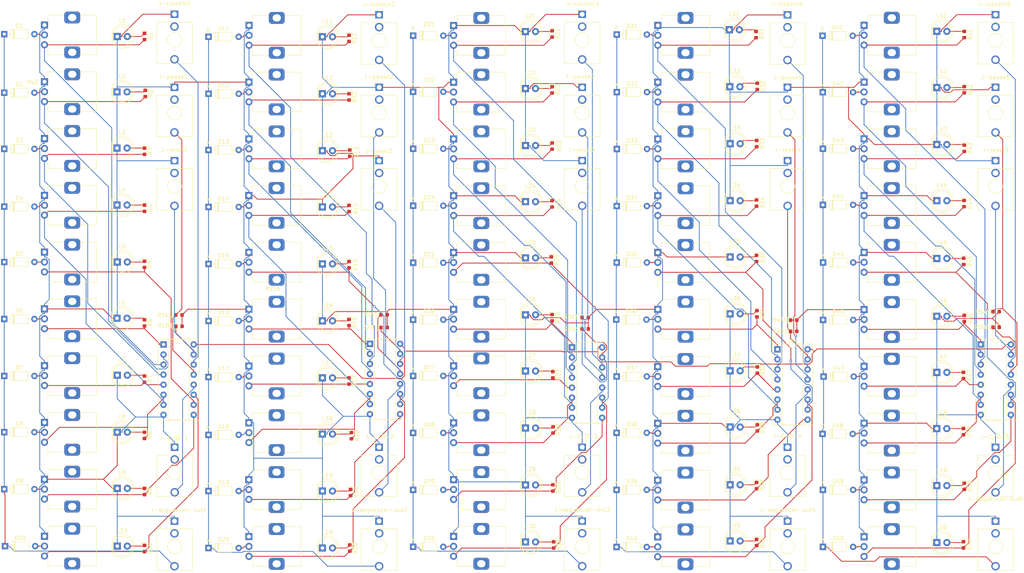
<source format=kicad_pcb>
(kicad_pcb (version 20240108) (generator "pcbnew") (generator_version "8.0")
  (layers (0 "F.Cu" signal) (31 "B.Cu" signal) (34 "B.Paste" user) (35 "F.Paste" user) (36 "B.SilkS" user "B.Silkscreen") (37 "F.SilkS" user "F.Silkscreen") (38 "B.Mask" user) (39 "F.Mask" user) (44 "Edge.Cuts" user))
  (net 0 "")
  (net 1 "Net-(D1-A)")
  (net 2 "Net-(D1-K)")
  (net 3 "Net-(D2-A)")
  (net 4 "Net-(D3-A)")
  (net 5 "Net-(D4-A)")
  (net 6 "Net-(D5-A)")
  (net 7 "Net-(D6-A)")
  (net 8 "Net-(D7-A)")
  (net 9 "Net-(D8-A)")
  (net 10 "Net-(D9-A)")
  (net 11 "Net-(D10-A)")
  (net 12 "Net-(D11-A)")
  (net 13 "Net-(D11-K)")
  (net 14 "Net-(D12-A)")
  (net 15 "Net-(D13-A)")
  (net 16 "Net-(D14-A)")
  (net 17 "Net-(D15-A)")
  (net 18 "Net-(D16-A)")
  (net 19 "Net-(D17-A)")
  (net 20 "Net-(D18-A)")
  (net 21 "Net-(D19-A)")
  (net 22 "Net-(D20-A)")
  (net 23 "Net-(D21-A)")
  (net 24 "GND")
  (net 25 "Net-(D22-A)")
  (net 26 "Net-(D23-A)")
  (net 27 "Net-(D24-A)")
  (net 28 "Net-(D25-A)")
  (net 29 "Net-(D26-A)")
  (net 30 "Net-(D27-A)")
  (net 31 "Net-(D28-A)")
  (net 32 "Net-(D29-A)")
  (net 33 "Net-(D30-A)")
  (net 34 "Net-(D31-A)")
  (net 35 "Net-(D32-A)")
  (net 36 "Net-(D33-A)")
  (net 37 "Net-(D34-A)")
  (net 38 "Net-(D35-A)")
  (net 39 "Net-(D36-A)")
  (net 40 "Net-(D37-A)")
  (net 41 "Net-(D38-A)")
  (net 42 "Net-(D39-A)")
  (net 43 "Net-(D40-A)")
  (net 44 "Net-(D41-K)")
  (net 45 "Net-(D41-A)")
  (net 46 "Net-(D42-A)")
  (net 47 "Net-(D43-A)")
  (net 48 "Net-(D44-A)")
  (net 49 "Net-(D45-A)")
  (net 50 "Net-(D46-A)")
  (net 51 "Net-(D47-A)")
  (net 52 "Net-(D48-A)")
  (net 53 "Net-(D49-A)")
  (net 54 "Net-(D50-A)")
  (net 55 "Net-(U1-Q0)")
  (net 56 "Net-(U5-CKEN)")
  (net 57 "Net-(U5-Reset)")
  (net 58 "Net-(U1-Q1)")
  (net 59 "Net-(U3-CKEN)")
  (net 60 "Net-(U3-Reset)")
  (net 61 "Net-(U1-Q2)")
  (net 62 "Net-(U1-CKEN)")
  (net 63 "Net-(U1-Reset)")
  (net 64 "Net-(U1-Q3)")
  (net 65 "Net-(U4-CKEN)")
  (net 66 "Net-(U1-Q4)")
  (net 67 "Net-(U2-CKEN)")
  (net 68 "Net-(U2-Reset)")
  (net 69 "Net-(U1-Q5)")
  (net 70 "Net-(U1-Q6)")
  (net 71 "Net-(U1-Q7)")
  (net 72 "Net-(U1-Q8)")
  (net 73 "Net-(U1-Q9)")
  (net 74 "Net-(U2-Q0)")
  (net 75 "Net-(U2-Q1)")
  (net 76 "Net-(U2-Q2)")
  (net 77 "Net-(U2-Q3)")
  (net 78 "Net-(U2-Q4)")
  (net 79 "Net-(U2-Q5)")
  (net 80 "Net-(U2-Q6)")
  (net 81 "Net-(U2-Q7)")
  (net 82 "Net-(U2-Q8)")
  (net 83 "Net-(U2-Q9)")
  (net 84 "Net-(U3-Q0)")
  (net 85 "Net-(U3-Q1)")
  (net 86 "Net-(U3-Q2)")
  (net 87 "Net-(U3-Q3)")
  (net 88 "Net-(U3-Q4)")
  (net 89 "Net-(U3-Q5)")
  (net 90 "Net-(U3-Q6)")
  (net 91 "Net-(U3-Q7)")
  (net 92 "Net-(U3-Q8)")
  (net 93 "Net-(U3-Q9)")
  (net 94 "Net-(U4-Q0)")
  (net 95 "Net-(U4-Q1)")
  (net 96 "Net-(U4-Q2)")
  (net 97 "Net-(U4-Q3)")
  (net 98 "Net-(U4-Q4)")
  (net 99 "Net-(U4-Q5)")
  (net 100 "Net-(U4-Q6)")
  (net 101 "Net-(U4-Q7)")
  (net 102 "Net-(U4-Q8)")
  (net 103 "Net-(U4-Q9)")
  (net 104 "Net-(U5-Q0)")
  (net 105 "Net-(U5-Q1)")
  (net 106 "Net-(U5-Q2)")
  (net 107 "Net-(U5-Q3)")
  (net 108 "Net-(U5-Q4)")
  (net 109 "Net-(U5-Q5)")
  (net 110 "Net-(U5-Q6)")
  (net 111 "Net-(U5-Q7)")
  (net 112 "Net-(U5-Q8)")
  (net 113 "Net-(U5-Q9)")
  (net 114 "Net-(U4-Reset)")
  (net 115 "+VDC")
  (net 116 "Net-(D21-K)")
  (net 117 "Net-(D31-K)")
  (net 118 "Net-(L1-A)")
  (net 119 "Net-(L2-A)")
  (net 120 "Net-(L3-A)")
  (net 121 "Net-(L4-A)")
  (net 122 "Net-(L5-A)")
  (net 123 "Net-(L6-A)")
  (net 124 "Net-(L7-A)")
  (net 125 "Net-(L8-A)")
  (net 126 "Net-(L9-A)")
  (net 127 "Net-(L10-A)")
  (net 128 "Net-(L11-A)")
  (net 129 "Net-(L12-A)")
  (net 130 "Net-(L13-A)")
  (net 131 "Net-(L14-A)")
  (net 132 "Net-(L15-A)")
  (net 133 "Net-(L16-A)")
  (net 134 "Net-(L17-A)")
  (net 135 "Net-(L18-A)")
  (net 136 "Net-(L19-A)")
  (net 137 "Net-(L20-A)")
  (net 138 "Net-(L21-A)")
  (net 139 "Net-(L22-A)")
  (net 140 "Net-(L23-A)")
  (net 141 "Net-(L24-A)")
  (net 142 "Net-(L25-A)")
  (net 143 "Net-(L26-A)")
  (net 144 "Net-(L27-A)")
  (net 145 "Net-(L28-A)")
  (net 146 "Net-(L29-A)")
  (net 147 "Net-(L30-A)")
  (net 148 "Net-(L31-A)")
  (net 149 "Net-(L32-A)")
  (net 150 "Net-(L33-A)")
  (net 151 "Net-(L34-A)")
  (net 152 "Net-(L35-A)")
  (net 153 "Net-(L36-A)")
  (net 154 "Net-(L37-A)")
  (net 155 "Net-(L38-A)")
  (net 156 "Net-(L39-A)")
  (net 157 "Net-(L40-A)")
  (net 158 "Net-(L41-A)")
  (net 159 "Net-(L42-A)")
  (net 160 "Net-(L43-A)")
  (net 161 "Net-(L44-A)")
  (net 162 "Net-(L45-A)")
  (net 163 "Net-(L46-A)")
  (net 164 "Net-(L47-A)")
  (net 165 "Net-(L48-A)")
  (net 166 "Net-(L49-A)")
  (net 167 "Net-(L50-A)")
  (net 168 "Net-(U1-Cout)")
  (net 169 "Net-(U2-Cout)")
  (net 170 "Net-(U3-Cout)")
  (net 171 "Net-(U4-Cout)")
  (net 172 "Net-(U5-Cout)")
  (net 173 "Net-(U1-CLK)")
  (net 174 "Net-(U2-CLK)")
  (net 175 "Net-(U3-CLK)")
  (net 176 "Net-(U4-CLK)")
  (net 177 "Net-(U5-CLK)")
  (footprint "Connector_Audio:Jack_3.5mm_QingPu_WQP-PJ398SM_Vertical_CircularHoles" (layer "F.Cu") (at 166.465 59.095)
    (property "Reference" "J-reset3")
    (property "Value" "AudioJack2")
  )
  (footprint "LED_SMD:LED_0603_1608Metric" (layer "F.Cu") (at 107.59 85.3875 -90)
    (property "Reference" "R15")
    (property "Value" "2.2k")
  )
  (footprint "Diode_THT:D_DO-35_SOD27_P7.62mm_Horizontal" (layer "F.Cu") (at 20.53 56.125)
    (property "Reference" "D3")
    (property "Value" "1N914")
  )
  (footprint "Diode_THT:D_DO-35_SOD27_P7.62mm_Horizontal" (layer "F.Cu") (at 123.78 56.1)
    (property "Reference" "D23")
    (property "Value" "1N914")
  )
  (footprint "LED_THT:LED_D5.0mm" (layer "F.Cu") (at 49.065 113.325)
    (property "Reference" "L7")
    (property "Value" "LED")
  )
  (footprint "LED_SMD:LED_0603_1608Metric" (layer "F.Cu") (at 210.365 27.25 -90)
    (property "Reference" "R31")
    (property "Value" "2.2k")
  )
  (footprint "Connector_Audio:Jack_3.5mm_QingPu_WQP-PJ398SM_Vertical_CircularHoles" (layer "F.Cu") (at 270.84 22.2)
    (property "Reference" "J-clockin5")
    (property "Value" "AudioJack2" (hide yes))
  )
  (footprint "Diode_THT:D_DO-35_SOD27_P7.62mm_Horizontal" (layer "F.Cu") (at 20.53 84.725)
    (property "Reference" "D5")
    (property "Value" "1N914")
  )
  (footprint "LED_THT:LED_D5.0mm" (layer "F.Cu") (at 49.065 84.725)
    (property "Reference" "L5")
    (property "Value" "LED")
  )
  (footprint "Potentiometer_THT:Potentiometer_Alps_RK09K_Single_Vertical" (layer "F.Cu") (at 30.69 24.825)
    (property "Reference" "RV1" (hide yes))
    (property "Value" "R_Potentiometer_Small" (hide yes))
  )
  (footprint "Package_DIP:DIP-16_W7.62mm_Socket" (layer "F.Cu") (at 215.77 106.785)
    (property "Reference" "U4")
    (property "Value" "4017")
  )
  (footprint "LED_THT:LED_D5.0mm" (layer "F.Cu") (at 152.15 98.075)
    (property "Reference" "L26")
    (property "Value" "LED")
  )
  (footprint "LED_THT:LED_D5.0mm" (layer "F.Cu") (at 256.015 98.425)
    (property "Reference" "L46")
    (property "Value" "LED")
  )
  (footprint "Diode_THT:D_DO-35_SOD27_P7.62mm_Horizontal" (layer "F.Cu") (at 175.145 156.75)
    (property "Reference" "D40")
    (property "Value" "1N914")
  )
  (footprint "LED_THT:LED_D5.0mm" (layer "F.Cu") (at 152.15 141.075)
    (property "Reference" "L29")
    (property "Value" "LED")
  )
  (footprint "Connector_Audio:Jack_3.5mm_QingPu_WQP-PJ398SM_Vertical_CircularHoles" (layer "F.Cu") (at 218.34 150.2)
    (property "Reference" "J-sequencer-out4")
    (property "Value" "AudioJack2" (hide yes))
  )
  (footprint "LED_SMD:LED_0603_1608Metric" (layer "F.Cu") (at 262.74 113.3875 -90)
    (property "Reference" "R47")
    (property "Value" "2.2k")
  )
  (footprint "Connector_Audio:Jack_3.5mm_QingPu_WQP-PJ398SM_Vertical_CircularHoles" (layer "F.Cu") (at 63.565 131.525)
    (property "Reference" "J-C/O-1")
    (property "Value" "~")
  )
  (footprint "Diode_THT:D_DO-35_SOD27_P7.62mm_Horizontal" (layer "F.Cu") (at 72.105 56.4)
    (property "Reference" "D13")
    (property "Value" "1N914")
  )
  (footprint "Potentiometer_THT:Potentiometer_Alps_RK09K_Single_Vertical" (layer "F.Cu") (at 133.99 154.075)
    (property "Reference" "RV30" (hide yes))
    (property "Value" "R_Potentiometer_Small" (hide yes))
  )
  (footprint "Potentiometer_THT:Potentiometer_Alps_RK09K_Single_Vertical" (layer "F.Cu") (at 237.64 96.75)
    (property "Reference" "RV46" (hide yes))
    (property "Value" "R_Potentiometer_Small" (hide yes))
  )
  (footprint "LED_THT:LED_D5.0mm" (layer "F.Cu") (at 256.015 141.225)
    (property "Reference" "L49")
    (property "Value" "LED")
  )
  (footprint "LED_THT:LED_D5.0mm" (layer "F.Cu") (at 152.15 126.675)
    (property "Reference" "L28")
    (property "Value" "LED")
  )
  (footprint "Diode_THT:D_DO-35_SOD27_P7.62mm_Horizontal" (layer "F.Cu") (at 72.105 142.6)
    (property "Reference" "D19")
    (property "Value" "D")
  )
  (footprint "LED_THT:LED_D5.0mm" (layer "F.Cu") (at 256.015 55.025)
    (property "Reference" "L43")
    (property "Value" "LED")
  )
  (footprint "Diode_THT:D_DO-35_SOD27_P7.62mm_Horizontal" (layer "F.Cu") (at 227.42 113.675)
    (property "Reference" "D47")
    (property "Value" "1N914")
  )
  (footprint "LED_SMD:LED_0603_1608Metric" (layer "F.Cu") (at 210.49 83.8125 -90)
    (property "Reference" "R35")
    (property "Value" "2.2k")
  )
  (footprint "Connector_Audio:Jack_3.5mm_QingPu_WQP-PJ398SM_Vertical_CircularHoles" (layer "F.Cu") (at 63.515 22.1)
    (property "Reference" "J-clockin1")
    (property "Value" "AudioJack2" (hide yes))
  )
  (footprint "Package_DIP:DIP-16_W7.62mm_Socket" (layer "F.Cu") (at 163.89 106.3)
    (property "Reference" "U3" (hide yes))
    (property "Value" "4017" (hide yes))
  )
  (footprint "LED_SMD:LED_0603_1608Metric" (layer "F.Cu") (at 219.87 102.26)
    (property "Reference" "R4B1")
    (property "Value" "100k")
  )
  (footprint "LED_SMD:LED_0603_1608Metric" (layer "F.Cu") (at 210.49 69.825 -90)
    (property "Reference" "R34")
    (property "Value" "2.2k")
  )
  (footprint "Diode_THT:D_DO-35_SOD27_P7.62mm_Horizontal" (layer "F.Cu") (at 123.77 113.5)
    (property "Reference" "D27")
    (property "Value" "1N914")
  )
  (footprint "Diode_THT:D_DO-35_SOD27_P7.62mm_Horizontal" (layer "F.Cu") (at 227.155 27.525)
    (property "Reference" "D41")
    (property "Value" "1N914")
  )
  (footprint "Potentiometer_THT:Potentiometer_Alps_RK09K_Single_Vertical" (layer "F.Cu") (at 237.64 154.15)
    (property "Reference" "RV50" (hide yes))
    (property "Value" "R_Potentiometer_Small" (hide yes))
  )
  (footprint "LED_THT:LED_D5.0mm" (layer "F.Cu") (at 49 41.725)
    (property "Reference" "L2")
    (property "Value" "LED")
  )
  (footprint "Potentiometer_THT:Potentiometer_Alps_RK09K_Single_Vertical" (layer "F.Cu") (at 185.54 125.5)
    (property "Reference" "RV38" (hide yes))
    (property "Value" "R_Potentiometer_Small" (hide yes))
  )
  (footprint "LED_SMD:LED_0603_1608Metric" (layer "F.Cu") (at 55.94 157.125 -90)
    (property "Reference" "R10")
    (property "Value" "2.2k")
  )
  (footprint "Diode_THT:D_DO-35_SOD27_P7.62mm_Horizontal" (layer "F.Cu") (at 175.07 99.275)
    (property "Reference" "D36")
    (property "Value" "1N914")
  )
  (footprint "LED_SMD:LED_0603_1608Metric" (layer "F.Cu") (at 262.94 141.4 -90)
    (property "Reference" "R49")
    (property "Value" "2.2k")
  )
  (footprint "Potentiometer_THT:Potentiometer_Alps_RK09K_Single_Vertical" (layer "F.Cu") (at 82.34 24.925)
    (property "Reference" "RV11" (hide yes))
    (property "Value" "R_Potentiometer_Small" (hide yes))
  )
  (footprint "LED_SMD:LED_0603_1608Metric" (layer "F.Cu") (at 159.065 113.2125 -90)
    (property "Reference" "R27")
    (property "Value" "2.2k")
  )
  (footprint "Diode_THT:D_DO-35_SOD27_P7.62mm_Horizontal" (layer "F.Cu") (at 20.53 127.725)
    (property "Reference" "D8")
    (property "Value" "1N914")
  )
  (footprint "LED_SMD:LED_0603_1608Metric" (layer "F.Cu") (at 107.59 114.7875 -90)
    (property "Reference" "R17")
    (property "Value" "2.2k")
  )
  (footprint "Potentiometer_THT:Potentiometer_Alps_RK09K_Single_Vertical" (layer "F.Cu") (at 82.315 82.275)
    (property "Reference" "RV15" (hide yes))
    (property "Value" "R_Potentiometer_Small" (hide yes))
  )
  (footprint "LED_SMD:LED_0603_1608Metric" (layer "F.Cu") (at 219.87 99.41)
    (property "Reference" "R4A1")
    (property "Value" "100k")
  )
  (footprint "Diode_THT:D_DO-35_SOD27_P7.62mm_Horizontal" (layer "F.Cu") (at 175.145 127.875)
    (property "Reference" "D38")
    (property "Value" "1N914")
  )
  (footprint "Potentiometer_THT:Potentiometer_Alps_RK09K_Single_Vertical" (layer "F.Cu") (at 82.29 139.725)
    (property "Reference" "RV19" (hide yes))
    (property "Value" "R_Potentiometer_Small" (hide yes))
  )
  (footprint "Potentiometer_THT:Potentiometer_Alps_RK09K_Single_Vertical" (layer "F.Cu") (at 30.69 139.625)
    (property "Reference" "RV9" (hide yes))
    (property "Value" "R_Potentiometer_Small" (hide yes))
  )
  (footprint "LED_SMD:LED_0603_1608Metric" (layer "F.Cu") (at 270.9825 97.265)
    (property "Reference" "R5A1")
    (property "Value" "100k")
  )
  (footprint "Potentiometer_THT:Potentiometer_Alps_RK09K_Single_Vertical" (layer "F.Cu") (at 82.315 125.35)
    (property "Reference" "RV18" (hide yes))
    (property "Value" "R_Potentiometer_Small" (hide yes))
  )
  (footprint "Diode_THT:D_DO-35_SOD27_P7.62mm_Horizontal" (layer "F.Cu") (at 20.53 70.725)
    (property "Reference" "D4")
    (property "Value" "1N914")
  )
  (footprint "LED_SMD:LED_0603_1608Metric" (layer "F.Cu") (at 55.94 27.7125 -90)
    (property "Reference" "R1")
    (property "Value" "2.2k")
  )
  (footprint "Connector_Audio:Jack_3.5mm_QingPu_WQP-PJ398SM_Vertical_CircularHoles" (layer "F.Cu") (at 63.515 150.2)
    (property "Reference" "J-sequencer-out1")
    (property "Value" "AudioJack2" (hide yes))
  )
  (footprint "Potentiometer_THT:Potentiometer_Alps_RK09K_Single_Vertical" (layer "F.Cu") (at 82.315 39.25)
    (property "Reference" "RV12" (hide yes))
    (property "Value" "R_Potentiometer_Small" (hide yes))
  )
  (footprint "LED_SMD:LED_0603_1608Metric" (layer "F.Cu") (at 159.115 127.15 -90)
    (property "Reference" "R28")
    (property "Value" "2.2k")
  )
  (footprint "LED_SMD:LED_0603_1608Metric" (layer "F.Cu") (at 158.865 55.4125 -90)
    (property "Reference" "R23")
    (property "Value" "2.2k")
  )
  (footprint "Potentiometer_THT:Potentiometer_Alps_RK09K_Single_Vertical" (layer "F.Cu") (at 133.99 96.675)
    (property "Reference" "RV26" (hide yes))
    (property "Value" "R_Potentiometer_Small" (hide yes))
  )
  (footprint "Diode_THT:D_DO-35_SOD27_P7.62mm_Horizontal" (layer "F.Cu") (at 72.105 113.8)
    (property "Reference" "D17")
    (property "Value" "1N914")
  )
  (footprint "LED_THT:LED_D5.0mm" (layer "F.Cu") (at 49.065 127.725)
    (property "Reference" "L8")
    (property "Value" "LED")
  )
  (footprint "LED_THT:LED_D5.0mm" (layer "F.Cu") (at 100.875 114)
    (property "Reference" "L17")
    (property "Value" "LED")
  )
  (footprint "LED_SMD:LED_0603_1608Metric" (layer "F.Cu") (at 262.74 127.5875 -90)
    (property "Reference" "R48")
    (property "Value" "2.2k")
  )
  (footprint "LED_SMD:LED_0603_1608Metric" (layer "F.Cu") (at 56.14 42.125 -90)
    (property "Reference" "R2")
    (property "Value" "2.2k")
  )
  (footprint "Connector_Audio:Jack_3.5mm_QingPu_WQP-PJ398SM_Vertical_CircularHoles" (layer "F.Cu") (at 218.34 59.125)
    (property "Reference" "J-reset4")
    (property "Value" "AudioJack2")
  )
  (footprint "LED_SMD:LED_0603_1608Metric" (layer "F.Cu") (at 116.44 101.27)
    (property "Reference" "R2B1")
    (property "Value" "100k")
  )
  (footprint "Potentiometer_THT:Potentiometer_Alps_RK09K_Single_Vertical" (layer "F.Cu") (at 237.64 139.8)
    (property "Reference" "RV49" (hide yes))
    (property "Value" "R_Potentiometer_Small" (hide yes))
  )
  (footprint "Diode_THT:D_DO-35_SOD27_P7.62mm_Horizontal" (layer "F.Cu") (at 123.77 41.7)
    (property "Reference" "D22")
    (property "Value" "1N914")
  )
  (footprint "LED_SMD:LED_0603_1608Metric" (layer "F.Cu") (at 107.99 142.9875 -90)
    (property "Reference" "R19")
    (property "Value" "2.2k")
  )
  (footprint "Diode_THT:D_DO-35_SOD27_P7.62mm_Horizontal" (layer "F.Cu") (at 20.53 113.525)
    (property "Reference" "D7")
    (property "Value" "1N914")
  )
  (footprint "LED_SMD:LED_0603_1608Metric" (layer "F.Cu") (at 55.94 56.725 -90)
    (property "Reference" "R3")
    (property "Value" "2.2k")
  )
  (footprint "LED_SMD:LED_0603_1608Metric" (layer "F.Cu") (at 158.865 27.075 -90)
    (property "Reference" "R21")
    (property "Value" "2.2k")
  )
  (footprint "LED_THT:LED_D5.0mm" (layer "F.Cu") (at 256.015 26.425)
    (property "Reference" "L41")
    (property "Value" "LED")
  )
  (footprint "LED_THT:LED_D5.0mm" (layer "F.Cu") (at 256.015 112.625)
    (property "Reference" "L47")
    (property "Value" "LED")
  )
  (footprint "LED_THT:LED_D5.0mm" (layer "F.Cu") (at 152.15 83.675)
    (property "Reference" "L25")
    (property "Value" "LED")
  )
  (footprint "LED_SMD:LED_0603_1608Metric" (layer "F.Cu") (at 116.44 98.045)
    (property "Reference" "R2A1")
    (property "Value" "100k")
  )
  (footprint "Diode_THT:D_DO-35_SOD27_P7.62mm_Horizontal" (layer "F.Cu") (at 20.73 156.525)
    (property "Reference" "D10")
    (property "Value" "1N914")
  )
  (footprint "LED_THT:LED_D5.0mm" (layer "F.Cu") (at 49 70.325)
    (property "Reference" "L4")
    (property "Value" "LED")
  )
  (footprint "Potentiometer_THT:Potentiometer_Alps_RK09K_Single_Vertical" (layer "F.Cu") (at 30.69 53.525)
    (property "Reference" "RV3" (hide yes))
    (property "Value" "R_Potentiometer_Small" (hide yes))
  )
  (footprint "LED_THT:LED_D5.0mm" (layer "F.Cu") (at 203.615 26.025)
    (property "Reference" "L31")
    (property "Value" "LED")
  )
  (footprint "LED_SMD:LED_0603_1608Metric" (layer "F.Cu") (at 107.59 43 -90)
    (property "Reference" "R12")
    (property "Value" "2.2k")
  )
  (footprint "Potentiometer_THT:Potentiometer_Alps_RK09K_Single_Vertical" (layer "F.Cu") (at 237.64 39.25)
    (property "Reference" "RV42" (hide yes))
    (property "Value" "R_Potentiometer_Small" (hide yes))
  )
  (footprint "Diode_THT:D_DO-35_SOD27_P7.62mm_Horizontal" (layer "F.Cu") (at 227.255 70.275)
    (property "Reference" "D44")
    (property "Value" "1N914")
  )
  (footprint "LED_SMD:LED_0603_1608Metric" (layer "F.Cu") (at 107.79 157 -90)
    (property "Reference" "R20")
    (property "Value" "2.2k")
  )
  (footprint "Potentiometer_THT:Potentiometer_Alps_RK09K_Single_Vertical" (layer "F.Cu") (at 30.69 154.025)
    (property "Reference" "RV10" (hide yes))
    (property "Value" "R_Potentiometer_Small" (hide yes))
  )
  (footprint "LED_THT:LED_D5.0mm" (layer "F.Cu") (at 152.14 40.875)
    (property "Reference" "L22")
    (property "Value" "LED")
  )
  (footprint "Diode_THT:D_DO-35_SOD27_P7.62mm_Horizontal" (layer "F.Cu") (at 175.205 41.775)
    (property "Reference" "D32")
    (property "Value" "1N914")
  )
  (footprint "LED_SMD:LED_0603_1608Metric" (layer "F.Cu") (at 159.065 141.825 -90)
    (property "Reference" "R29")
    (property "Value" "2.2k")
  )
  (footprint "Connector_Audio:Jack_3.5mm_QingPu_WQP-PJ398SM_Vertical_CircularHoles" (layer "F.Cu") (at 166.465 150.195)
    (property "Reference" "J-sequencer-out3")
    (property "Value" "AudioJack2" (hide yes))
  )
  (footprint "LED_SMD:LED_0603_1608Metric" (layer "F.Cu") (at 158.865 98.8 -90)
    (property "Reference" "R26")
    (property "Value" "2.2k")
  )
  (footprint "Connector_Audio:Jack_3.5mm_QingPu_WQP-PJ398SM_Vertical_CircularHoles" (layer "F.Cu") (at 270.84 131.545)
    (property "Reference" "J-C/O-5")
    (property "Value" "~")
  )
  (footprint "LED_THT:LED_D5.0mm" (layer "F.Cu") (at 152.15 69.475)
    (property "Reference" "L24")
    (property "Value" "LED")
  )
  (footprint "Potentiometer_THT:Potentiometer_Alps_RK09K_Single_Vertical" (layer "F.Cu") (at 133.99 110.975)
    (property "Reference" "RV27" (hide yes))
    (property "Value" "R_Potentiometer_Small" (hide yes))
  )
  (footprint "LED_THT:LED_D5.0mm" (layer "F.Cu") (at 49.065 141.925)
    (property "Reference" "L9")
    (property "Value" "LED")
  )
  (footprint "Diode_THT:D_DO-35_SOD27_P7.62mm_Horizontal" (layer "F.Cu") (at 175.22 56.15)
    (property "Reference" "D33")
    (property "Value" "1N914")
  )
  (footprint "Connector_Audio:Jack_3.5mm_QingPu_WQP-PJ398SM_Vertical_CircularHoles" (layer "F.Cu") (at 218.315 40.575)
    (property "Reference" "J-pause4")
    (property "Value" "AudioJack2")
  )
  (footprint "Diode_THT:D_DO-35_SOD27_P7.62mm_Horizontal" (layer "F.Cu") (at 20.53 27.125)
    (property "Reference" "D1")
    (property "Value" "1N914")
  )
  (footprint "Diode_THT:D_DO-35_SOD27_P7.62mm_Horizontal" (layer "F.Cu") (at 123.78 70.5)
    (property "Reference" "D24")
    (property "Value" "1N914")
  )
  (footprint "Potentiometer_THT:Potentiometer_Alps_RK09K_Single_Vertical" (layer "F.Cu") (at 237.64 125.45)
    (property "Reference" "RV48" (hide yes))
    (property "Value" "R_Potentiometer_Small" (hide yes))
  )
  (footprint "Potentiometer_THT:Potentiometer_Alps_RK09K_Single_Vertical" (layer "F.Cu") (at 133.99 82.325)
    (property "Reference" "RV25" (hide yes))
    (property "Value" "R_Potentiometer_Small" (hide yes))
  )
  (footprint "LED_SMD:LED_0603_1608Metric" (layer "F.Cu") (at 159.265 156.225 -90)
    (property "Reference" "R30")
    (property "Value" "2.2k")
  )
  (footprint "Connector_Audio:Jack_3.5mm_QingPu_WQP-PJ398SM_Vertical_CircularHoles" (layer "F.Cu") (at 270.84 59.125)
    (property "Reference" "J-reset5")
    (property "Value" "AudioJack2")
  )
  (footprint "Diode_THT:D_DO-35_SOD27_P7.62mm_Horizontal" (layer "F.Cu") (at 175.155 113.65)
    (property "Reference" "D37")
    (property "Value" "1N914")
  )
  (footprint "Package_DIP:DIP-16_W7.62mm_Socket" (layer "F.Cu") (at 112.865 105.395)
    (property "Reference" "U2" (hide yes))
    (property "Value" "4017" (hide yes))
  )
  (footprint "Diode_THT:D_DO-35_SOD27_P7.62mm_Horizontal" (layer "F.Cu") (at 20.53 41.925)
    (property "Reference" "D2")
    (property "Value" "1N914")
  )
  (footprint "Diode_THT:D_DO-35_SOD27_P7.62mm_Horizontal" (layer "F.Cu") (at 72.105 27.8)
    (property "Reference" "D11")
    (property "Value" "1N914")
  )
  (footprint "Potentiometer_THT:Potentiometer_Alps_RK09K_Single_Vertical" (layer "F.Cu") (at 133.99 125.375)
    (property "Reference" "RV28" (hide yes))
    (property "Value" "R_Potentiometer_Small" (hide yes))
  )
  (footprint "Diode_THT:D_DO-35_SOD27_P7.62mm_Horizontal" (layer "F.Cu") (at 175.18 84.85)
    (property "Reference" "D35")
    (property "Value" "1N914")
  )
  (footprint "Potentiometer_THT:Potentiometer_Alps_RK09K_Single_Vertical" (layer "F.Cu") (at 133.99 24.95)
    (property "Reference" "RV21" (hide yes))
    (property "Value" "R_Potentiometer_Small" (hide yes))
  )
  (footprint "LED_SMD:LED_0603_1608Metric" (layer "F.Cu") (at 210.69 112.025 -90)
    (property "Reference" "R37")
    (property "Value" "2.2k")
  )
  (footprint "Diode_THT:D_DO-35_SOD27_P7.62mm_Horizontal" (layer "F.Cu") (at 227.255 156.725)
    (property "Reference" "D50")
    (property "Value" "1N914")
  )
  (footprint "LED_THT:LED_D5.0mm" (layer "F.Cu") (at 100.875 99.6)
    (property "Reference" "L16")
    (property "Value" "LED")
  )
  (footprint "Diode_THT:D_DO-35_SOD27_P7.62mm_Horizontal" (layer "F.Cu") (at 123.78 84.9)
    (property "Reference" "D25")
    (property "Value" "1N914")
  )
  (footprint "Connector_Audio:Jack_3.5mm_QingPu_WQP-PJ398SM_Vertical_CircularHoles" (layer "F.Cu") (at 166.465 131.525)
    (property "Reference" "J-C/O-3")
    (property "Value" "~")
  )
  (footprint "LED_THT:LED_D5.0mm" (layer "F.Cu") (at 100.875 128.2)
    (property "Reference" "L18")
    (property "Value" "LED")
  )
  (footprint "LED_THT:LED_D5.0mm" (layer "F.Cu") (at 203.815 83.45)
    (property "Reference" "L35")
    (property "Value" "LED")
  )
  (footprint "Potentiometer_THT:Potentiometer_Alps_RK09K_Single_Vertical" (layer "F.Cu") (at 237.64 24.9)
    (property "Reference" "RV41" (hide yes))
    (property "Value" "R_Potentiometer_Small" (hide yes))
  )
  (footprint "Potentiometer_THT:Potentiometer_Alps_RK09K_Single_Vertical" (layer "F.Cu") (at 237.64 82.3)
    (property "Reference" "RV45" (hide yes))
    (property "Value" "R_Potentiometer_Small" (hide yes))
  )
  (footprint "Diode_THT:D_DO-35_SOD27_P7.62mm_Horizontal" (layer "F.Cu") (at 227.29 84.85)
    (property "Reference" "D45")
    (property "Value" "1N914")
  )
  (footprint "Potentiometer_THT:Potentiometer_Alps_RK09K_Single_Vertical" (layer "F.Cu") (at 185.565 96.675)
    (property "Reference" "RV36" (hide yes))
    (property "Value" "R_Potentiometer_Small" (hide yes))
  )
  (footprint "Potentiometer_THT:Potentiometer_Alps_RK09K_Single_Vertical" (layer "F.Cu") (at 133.99 67.975)
    (property "Reference" "RV24" (hide yes))
    (property "Value" "R_Potentiometer_Small" (hide yes))
  )
  (footprint "Diode_THT:D_DO-35_SOD27_P7.62mm_Horizontal" (layer "F.Cu") (at 72.115 99.6)
    (property "Reference" "D16")
    (property "Value" "1N914")
  )
  (footprint "Potentiometer_THT:Potentiometer_Alps_RK09K_Single_Vertical" (layer "F.Cu") (at 237.64 53.6)
    (property "Reference" "RV43" (hide yes))
    (property "Value" "R_Potentiometer_Small" (hide yes))
  )
  (footprint "Potentiometer_THT:Potentiometer_Alps_RK09K_Single_Vertical" (layer "F.Cu") (at 82.315 96.65)
    (property "Reference" "RV16")
    (property "Value" "R_Potentiometer_Small" (hide yes))
  )
  (footprint "LED_SMD:LED_0603_1608Metric" (layer "F.Cu") (at 262.815 84.55 -90)
    (property "Reference" "R45")
    (property "Value" "2.2k")
  )
  (footprint "LED_SMD:LED_0603_1608Metric" (layer "F.Cu") (at 55.94 100.1125 -90)
    (property "Reference" "R6")
    (property "Value" "2.2k")
  )
  (footprint "LED_SMD:LED_0603_1608Metric" (layer "F.Cu") (at 262.74 156.2 -90)
    (property "Reference" "R50")
    (property "Value" "2.2k")
  )
  (footprint "Potentiometer_THT:Potentiometer_Alps_RK09K_Single_Vertical" (layer "F.Cu") (at 237.64 111.1)
    (property "Reference" "RV47" (hide yes))
    (property "Value" "R_Potentiometer_Small" (hide yes))
  )
  (footprint "LED_SMD:LED_0603_1608Metric" (layer "F.Cu") (at 210.665 40.325 -90)
    (property "Reference" "R32")
    (property "Value" "2.2k")
  )
  (footprint "Diode_THT:D_DO-35_SOD27_P7.62mm_Horizontal" (layer "F.Cu") (at 20.53 99.125)
    (property "Reference" "D6")
    (property "Value" "1N914")
  )
  (footprint "LED_THT:LED_D5.0mm" (layer "F.Cu") (at 100.875 157)
    (property "Reference" "L20")
    (property "Value" "LED")
  )
  (footprint "Potentiometer_THT:Potentiometer_Alps_RK09K_Single_Vertical" (layer "F.Cu") (at 185.565 82.325)
    (property "Reference" "RV35" (hide yes))
    (property "Value" "R_Potentiometer_Small" (hide yes))
  )
  (footprint "Connector_Audio:Jack_3.5mm_QingPu_WQP-PJ398SM_Vertical_CircularHoles" (layer "F.Cu") (at 115.19 131.525)
    (property "Reference" "J-C/O-2")
    (property "Value" "~")
  )
  (footprint "Diode_THT:D_DO-35_SOD27_P7.62mm_Horizontal" (layer "F.Cu") (at 175.18 27.225)
    (property "Reference" "D31")
    (property "Value" "1N914")
  )
  (footprint "Diode_THT:D_DO-35_SOD27_P7.62mm_Horizontal" (layer "F.Cu") (at 227.155 128.175)
    (property "Reference" "D48")
    (property "Value" "1N914")
  )
  (footprint "LED_SMD:LED_0603_1608Metric" (layer "F.Cu") (at 262.94 27.225 -90)
    (property "Reference" "R41")
    (property "Value" "2.2k")
  )
  (footprint "Potentiometer_THT:Potentiometer_Alps_RK09K_Single_Vertical" (layer "F.Cu") (at 185.565 67.975)
    (property "Reference" "RV34" (hide yes))
    (property "Value" "R_Potentiometer_Small" (hide yes))
  )
  (footprint "Potentiometer_THT:Potentiometer_Alps_RK09K_Single_Vertical" (layer "F.Cu") (at 30.69 110.925)
    (property "Reference" "RV7" (hide yes))
    (property "Value" "R_Potentiometer_Small" (hide yes))
  )
  (footprint "Connector_Audio:Jack_3.5mm_QingPu_WQP-PJ398SM_Vertical_CircularHoles" (layer "F.Cu") (at 63.515 40.575)
    (property "Reference" "J-pause1")
    (property "Value" "AudioJack2")
  )
  (footprint "Connector_Audio:Jack_3.5mm_QingPu_WQP-PJ398SM_Vertical_CircularHoles" (layer "F.Cu") (at 166.465 22.13)
    (property "Reference" "J-clockin3")
    (property "Value" "AudioJack2" (hide yes))
  )
  (footprint "Connector_Audio:Jack_3.5mm_QingPu_WQP-PJ398SM_Vertical_CircularHoles" (layer "F.Cu") (at 63.515 59.125)
    (property "Reference" "J-reset1")
    (property "Value" "AudioJack2")
  )
  (footprint "LED_THT:LED_D5.0mm" (layer "F.Cu") (at 49.065 156.525)
    (property "Reference" "L10")
    (property "Value" "LED")
  )
  (footprint "Potentiometer_THT:Potentiometer_Alps_RK09K_Single_Vertical" (layer "F.Cu") (at 30.69 39.175)
    (property "Reference" "RV2")
    (property "Value" "R_Potentiometer_Small" (hide yes))
  )
  (footprint "Diode_THT:D_DO-35_SOD27_P7.62mm_Horizontal" (layer "F.Cu") (at 20.53 142.125)
    (property "Reference" "D9")
    (property "Value" "D")
  )
  (footprint "LED_THT:LED_D5.0mm" (layer "F.Cu") (at 203.815 112.225)
    (property "Reference" "L37")
    (property "Value" "LED")
  )
  (footprint "Connector_Audio:Jack_3.5mm_QingPu_WQP-PJ398SM_Vertical_CircularHoles" (layer "F.Cu") (at 166.465 40.575)
    (property "Reference" "J-pause3")
    (property "Value" "~")
  )
  (footprint "LED_SMD:LED_0603_1608Metric" (layer "F.Cu") (at 210.59 97.8 -90)
    (property "Reference" "R36")
    (property "Value" "2.2k")
  )
  (footprint "Diode_THT:D_DO-35_SOD27_P7.62mm_Horizontal" (layer "F.Cu") (at 175.145 142.3)
    (property "Reference" "D39")
    (property "Value" "D")
  )
  (footprint "Potentiometer_THT:Potentiometer_Alps_RK09K_Single_Vertical" (layer "F.Cu") (at 185.54 111.15)
    (property "Reference" "RV37" (hide yes))
    (property "Value" "R_Potentiometer_Small" (hide yes))
  )
  (footprint "Potentiometer_THT:Potentiometer_Alps_RK09K_Single_Vertical" (layer "F.Cu") (at 30.69 67.875)
    (property "Reference" "RV4" (hide yes))
    (property "Value" "R_Potentiometer_Small" (hide yes))
  )
  (footprint "Diode_THT:D_DO-35_SOD27_P7.62mm_Horizontal" (layer "F.Cu") (at 227.255 142.3)
    (property "Reference" "D49")
    (property "Value" "D")
  )
  (footprint "Connector_Audio:Jack_3.5mm_QingPu_WQP-PJ398SM_Vertical_CircularHoles" (layer "F.Cu") (at 115.19 59.125)
    (property "Reference" "J-reset2")
    (property "Value" "AudioJack2")
  )
  (footprint "Diode_THT:D_DO-35_SOD27_P7.62mm_Horizontal" (layer "F.Cu") (at 227.28 99.35)
    (property "Reference" "D46")
    (property "Value" "1N914")
  )
  (footprint "Connector_Audio:Jack_3.5mm_QingPu_WQP-PJ398SM_Vertical_CircularHoles" (layer "F.Cu") (at 218.315 22.27)
    (property "Reference" "J-clockin4")
    (property "Value" "AudioJack2" (hide yes))
  )
  (footprint "LED_SMD:LED_0603_1608Metric" (layer "F.Cu") (at 64.6325 98.115)
    (property "Reference" "R1A1")
    (property "Value" "100k")
  )
  (footprint "LED_SMD:LED_0603_1608Metric" (layer "F.Cu") (at 107.79 57.2 -90)
    (property "Reference" "R13")
    (property "Value" "2.2k")
  )
  (footprint "LED_THT:LED_D5.0mm" (layer "F.Cu") (at 100.875 142.6)
    (property "Reference" "L19")
    (property "Value" "LED")
  )
  (footprint "LED_SMD:LED_0603_1608Metric" (layer "F.Cu") (at 108.19 128.6125 -90)
    (property "Reference" "R18")
    (property "Value" "2.2k")
  )
  (footprint "LED_THT:LED_D5.0mm" (layer "F.Cu") (at 255.99 126.825)
    (property "Reference" "L48")
    (property "Value" "LED")
  )
  (footprint "LED_SMD:LED_0603_1608Metric" (layer "F.Cu") (at 262.89 69.95 -90)
    (property "Reference" "R44")
    (property "Value" "2.2k")
  )
  (footprint "Potentiometer_THT:Potentiometer_Alps_RK09K_Single_Vertical" (layer "F.Cu") (at 30.69 125.275)
    (property "Reference" "RV8" (hide yes))
    (property "Value" "R_Potentiometer_Small" (hide yes))
  )
  (footprint "LED_THT:LED_D5.0mm" (layer "F.Cu") (at 203.815 69.225)
    (property "Reference" "L34")
    (property "Value" "LED")
  )
  (footprint "LED_SMD:LED_0603_1608Metric" (layer "F.Cu") (at 210.515 155.6 -90)
    (property "Reference" "R40")
    (property "Value" "2.2k")
  )
  (footprint "Potentiometer_THT:Potentiometer_Alps_RK09K_Single_Vertical" (layer "F.Cu") (at 82.315 111.025)
    (property "Reference" "RV17" (hide yes))
    (property "Value" "R_Potentiometer_Small" (hide yes))
  )
  (footprint "LED_SMD:LED_0603_1608Metric" (layer "F.Cu") (at 262.94 98.9875 -90)
    (property "Reference" "R46")
    (property "Value" "2.2k")
  )
  (footprint "Potentiometer_THT:Potentiometer_Alps_RK09K_Single_Vertical" (layer "F.Cu") (at 185.565 53.625)
    (property "Reference" "RV33" (hide yes))
    (property "Value" "R_Potentiometer_Small" (hide yes))
  )
  (footprint "Connector_Audio:Jack_3.5mm_QingPu_WQP-PJ398SM_Vertical_CircularHoles" (layer "F.Cu") (at 270.84 150.2)
    (property "Reference" "J-sequencer-out5")
    (property "Value" "AudioJack2" (hide yes))
  )
  (footprint "LED_THT:LED_D5.0mm" (layer "F.Cu") (at 100.875 42.2)
    (property "Reference" "L12")
    (property "Value" "LED")
  )
  (footprint "Potentiometer_THT:Potentiometer_Alps_RK09K_Single_Vertical" (layer "F.Cu") (at 185.565 24.925)
    (property "Reference" "RV31" (hide yes))
    (property "Value" "R_Potentiometer_Small" (hide yes))
  )
  (footprint "LED_SMD:LED_0603_1608Metric" (layer "F.Cu") (at 64.645 100.965)
    (property "Reference" "R1B1")
    (property "Value" "100k")
  )
  (footprint "Diode_THT:D_DO-35_SOD27_P7.62mm_Horizontal" (layer "F.Cu") (at 123.77 142.3)
    (property "Reference" "D29")
    (property "Value" "D")
  )
  (footprint "Potentiometer_THT:Potentiometer_Alps_RK09K_Single_Vertical" (layer "F.Cu") (at 185.565 39.275)
    (property "Reference" "RV32" (hide yes))
    (property "Value" "R_Potentiometer_Small" (hide yes))
  )
  (footprint "Potentiometer_THT:Potentiometer_Alps_RK09K_Single_Vertical" (layer "F.Cu") (at 30.69 96.575)
    (property "Reference" "RV6" (hide yes))
    (property "Value" "R_Potentiometer_Small" (hide yes))
  )
  (footprint "Diode_THT:D_DO-35_SOD27_P7.62mm_Horizontal" (layer "F.Cu") (at 227.255 56.1)
    (property "Reference" "D43")
    (property "Value" "1N914")
  )
  (footprint "LED_THT:LED_D5.0mm" (layer "F.Cu") (at 152.15 112.275)
    (property "Reference" "L27")
    (property "Value" "LED")
  )
  (footprint "Diode_THT:D_DO-35_SOD27_P7.62mm_Horizontal" (layer "F.Cu") (at 123.77 156.7)
    (property "Reference" "D30")
    (property "Value" "1N914")
  )
  (footprint "Potentiometer_THT:Potentiometer_Alps_RK09K_Single_Vertical" (layer "F.Cu") (at 237.64 67.95)
    (property "Reference" "RV44" (hide yes))
    (property "Value" "R_Potentiometer_Small" (hide yes))
  )
  (footprint "LED_THT:LED_D5.0mm" (layer "F.Cu") (at 49.065 27.725)
    (property "Reference" "L1")
    (property "Value" "LED")
  )
  (footprint "LED_SMD:LED_0603_1608Metric" (layer "F.Cu") (at 55.94 114.325 -90)
    (property "Reference" "R7")
    (property "Value" "2.2k")
  )
  (footprint "LED_SMD:LED_0603_1608Metric" (layer "F.Cu") (at 210.54 54.8 -90)
    (property "Reference" "R33")
    (property "Value" "2.2k")
  )
  (footprint "Potentiometer_THT:Potentiometer_Alps_RK09K_Single_Vertical" (layer "F.Cu") (at 185.54 139.85)
    (property "Reference" "RV39" (hide yes))
    (property "Value" "R_Potentiometer_Small" (hide yes))
  )
  (footprint "LED_THT:LED_D5.0mm" (layer "F.Cu") (at 49 55.925)
    (property "Reference" "L3")
    (property "Value" "LED")
  )
  (footprint "Potentiometer_THT:Potentiometer_Alps_RK09K_Single_Vertical" (layer "F.Cu") (at 82.315 53.625)
    (property "Reference" "RV13" (hide yes))
    (property "Value" "R_Potentiometer_Small" (hide yes))
  )
  (footprint "Diode_THT:D_DO-35_SOD27_P7.62mm_Horizontal" (layer "F.Cu") (at 123.78 27.5)
    (property "Reference" "D21")
    (property "Value" "1N914")
  )
  (footprint "LED_SMD:LED_0603_1608Metric" (layer "F.Cu") (at 107.59 71.1875 -90)
    (property "Reference" "R14")
    (property "Value" "2.2k")
  )
  (footprint "Potentiometer_THT:Potentiometer_Alps_RK09K_Single_Vertical" (layer "F.Cu") (at 82.29 67.925)
    (property "Reference" "RV14" (hide yes))
    (property "Value" "R_Potentiometer_Small" (hide yes))
  )
  (footprint "LED_SMD:LED_0603_1608Metric" (layer "F.Cu") (at 158.865 41.2125 -90)
    (property "Reference" "R22")
    (property "Value" "2.2k")
  )
  (footprint "Connector_Audio:Jack_3.5mm_QingPu_WQP-PJ398SM_Vertical_CircularHoles" (layer "F.Cu") (at 270.84 40.575)
    (property "Reference" "J-pause5")
    (property "Value" "AudioJack2")
  )
  (footprint "LED_THT:LED_D5.0mm" (layer "F.Cu") (at 152.15 155.475)
    (property "Reference" "L30")
    (property "Value" "LED")
  )
  (footprint "LED_THT:LED_D5.0mm" (layer "F.Cu") (at 100.875 56.6)
    (property "Reference" "L13")
    (property "Value" "LED")
  )
  (footprint "LED_SMD:LED_0603_1608Metric" (layer "F.Cu") (at 262.94 55.975 -90)
    (property "Reference" "R43")
    (property "Value" "2.2k")
  )
  (footprint "Potentiometer_THT:Potentiometer_Alps_RK09K_Single_Vertical" (layer "F.Cu") (at 133.99 139.725)
    (property "Reference" "RV29" (hide yes))
    (property "Value" "R_Potentiometer_Small" (hide yes))
  )
  (footprint "LED_SMD:LED_0603_1608Metric" (layer "F.Cu") (at 107.59 28.1875 -90)
    (property "Reference" "R11")
    (property "Value" "2.2k")
  )
  (footprint "Diode_THT:D_DO-35_SOD27_P7.62mm_Horizontal" (layer "F.Cu") (at 123.77 127.9)
    (property "Reference" "D28")
    (property "Value" "1N914")
  )
  (footprint "LED_SMD:LED_0603_1608Metric" (layer "F.Cu") (at 262.94 41.175 -90)
    (property "Reference" "R42")
    (property "Value" "2.2k")
  )
  (footprint "LED_THT:LED_D5.0mm" (layer "F.Cu") (at 203.815 141.025)
    (property "Reference" "L39")
    (property "Value" "LED")
  )
  (footprint "LED_THT:LED_D5.0mm" (layer "F.Cu") (at 203.815 97.825)
    (property "Reference" "L36")
    (property "Value" "LED")
  )
  (footprint "LED_SMD:LED_0603_1608Metric" (layer "F.Cu") (at 107.59 100 -90)
    (property "Reference" "R16")
    (property "Value" "2.2k")
  )
  (footprint "LED_THT:LED_D5.0mm" (layer "F.Cu") (at 203.75 40.425)
    (property "Reference" "L32")
    (property "Value" "LED")
  )
  (footprint "LED_THT:LED_D5.0mm" (layer "F.Cu") (at 256.015 155.625)
    (property "Reference" "L50")
    (property "Value" "LED")
  )
  (footprint "LED_THT:LED_D5.0mm" (layer "F.Cu") (at 100.875 85.2)
    (property "Reference" "L15")
    (property "Value" "LED")
  )
  (footprint "LED_THT:LED_D5.0mm" (layer "F.Cu") (at 49 98.925)
    (property "Reference" "L6")
    (property "Value" "LED")
  )
  (footprint "LED_SMD:LED_0603_1608Metric" (layer "F.Cu") (at 55.94 71.125 -90)
    (property "Reference" "R4")
    (property "Value" "2.2k")
  )
  (footprint "Potentiometer_THT:Potentiometer_Alps_RK09K_Single_Vertical" (layer "F.Cu") (at 30.69 82.225)
    (property "Reference" "RV5" (hide yes))
    (property "Value" "R_Potentiometer_Small" (hide yes))
  )
  (footprint "LED_THT:LED_D5.0mm" (layer "F.Cu") (at 256.015 69.225)
    (property "Reference" "L44")
    (property "Value" "LED")
  )
  (footprint "LED_THT:LED_D5.0mm" (layer "F.Cu") (at 100.875 70.8)
    (property "Reference" "L14")
    (property "Value" "LED")
  )
  (footprint "Package_DIP:DIP-16_W7.62mm_Socket" (layer "F.Cu") (at 267.095 105.56)
    (property "Reference" "U5" (hide yes))
    (property "Value" "4017")
  )
  (footprint "Diode_THT:D_DO-35_SOD27_P7.62mm_Horizontal" (layer "F.Cu") (at 175.18 70.575)
    (property "Reference" "D34")
    (property "Value" "1N914")
  )
  (footprint "Diode_THT:D_DO-35_SOD27_P7.62mm_Horizontal" (layer "F.Cu") (at 72.105 157)
    (property "Reference" "D20")
    (property "Value" "1N914")
  )
  (footprint "Diode_THT:D_DO-35_SOD27_P7.62mm_Horizontal" (layer "F.Cu") (at 72.105 85.2)
    (property "Reference" "D15")
    (property "Value" "1N914")
  )
  (footprint "Diode_THT:D_DO-35_SOD27_P7.62mm_Horizontal" (layer "F.Cu") (at 227.23 41.825)
    (property "Reference" "D42")
    (property "Value" "1N914")
  )
  (footprint "LED_THT:LED_D5.0mm" (layer "F.Cu") (at 256.015 40.625)
    (property "Reference" "L42")
    (property "Value" "LED")
  )
  (footprint "Package_DIP:DIP-16_W7.62mm_Socket" (layer "F.Cu") (at 60.745 105.565)
    (property "Reference" "U1" (hide yes))
    (property "Value" "4017" (hide yes))
  )
  (footprint "Connector_Audio:Jack_3.5mm_QingPu_WQP-PJ398SM_Vertical_CircularHoles" (layer "F.Cu") (at 115.19 150.195)
    (property "Reference" "J-sequencer-out2")
    (property "Value" "AudioJack2" (hide yes))
  )
  (footprint "LED_THT:LED_D5.0mm" (layer "F.Cu") (at 152.14 26.475)
    (property "Reference" "L21")
    (property "Value" "LED")
  )
  (footprint "Diode_THT:D_DO-35_SOD27_P7.62mm_Horizontal" (layer "F.Cu") (at 123.77 99.3)
    (property "Reference" "D26")
    (property "Value" "1N914")
  )
  (footprint "LED_THT:LED_D5.0mm" (layer "F.Cu") (at 203.815 54.825)
    (property "Reference" "L33")
    (property "Value" "LED")
  )
  (footprint "LED_SMD:LED_0603_1608Metric" (layer "F.Cu") (at 55.94 85.3125 -90)
    (property "Reference" "R5")
    (property "Value" "2.2k")
  )
  (footprint "Potentiometer_THT:Potentiometer_Alps_RK09K_Single_Vertical" (layer "F.Cu") (at 185.54 154.2)
    (property "Reference" "RV40" (hide yes))
    (property "Value" "R_Potentiometer_Small" (hide yes))
  )
  (footprint "Connector_Audio:Jack_3.5mm_QingPu_WQP-PJ398SM_Vertical_CircularHoles" (layer "F.Cu") (at 115.19 22.25)
    (property "Reference" "J-clockin2")
    (property "Value" "AudioJack2" (hide yes))
  )
  (footprint "LED_SMD:LED_0603_1608Metric" (layer "F.Cu") (at 210.49 141.225 -90)
    (property "Reference" "R39")
    (property "Value" "2.2k")
  )
  (footprint "LED_SMD:LED_0603_1608Metric" (layer "F.Cu") (at 158.865 70.0125 -90)
    (property "Reference" "R24")
    (property "Value" "2.2k")
  )
  (footprint "Diode_THT:D_DO-35_SOD27_P7.62mm_Horizontal" (layer "F.Cu") (at 72.105 128.4)
    (property "Reference" "D18")
    (property "Value" "1N914")
  )
  (footprint "LED_SMD:LED_0603_1608Metric" (layer "F.Cu") (at 167.215 98.755)
    (property "Reference" "R3A1")
    (property "Value" "100k")
  )
  (footprint "LED_SMD:LED_0603_1608Metric" (layer "F.Cu") (at 158.665 84.2 -90)
    (property "Reference" "R25")
    (property "Value" "2.2k")
  )
  (footprint "Potentiometer_THT:Potentiometer_Alps_RK09K_Single_Vertical" (layer "F.Cu") (at 133.99 39.275)
    (property "Reference" "RV22" (hide yes))
    (property "Value" "R_Potentiometer_Small" (hide yes))
  )
  (footprint "LED_THT:LED_D5.0mm" (layer "F.Cu") (at 203.815 155.225)
    (property "Reference" "L40")
    (property "Value" "LED")
  )
  (footprint "Connector_Audio:Jack_3.5mm_QingPu_WQP-PJ398SM_Vertical_CircularHoles" (layer "F.Cu") (at 218.315 131.525)
    (property "Reference" "J-C/O-4")
    (property "Value" "~")
  )
  (footprint "LED_THT:LED_D5.0mm" (layer "F.Cu") (at 100.875 27.8)
    (property "Reference" "L11")
    (property "Value" "LED")
  )
  (footprint "LED_THT:LED_D5.0mm" (layer "F.Cu") (at 256.015 83.825)
    (property "Reference" "L45")
    (property "Value" "LED")
  )
  (footprint "LED_SMD:LED_0603_1608Metric" (layer "F.Cu") (at 55.94 128.5375 -90)
    (property "Reference" "R8")
    (property "Value" "2.2k")
  )
  (footprint "LED_THT:LED_D5.0mm" (layer "F.Cu") (at 152.15 55.275)
    (property "Reference" "L23")
    (property "Value" "LED")
  )
  (footprint "LED_SMD:LED_0603_1608Metric" (layer "F.Cu") (at 270.9825 101.215)
    (property "Reference" "R5B1")
    (property "Value" "100k")
  )
  (footprint "LED_SMD:LED_0603_1608Metric" (layer "F.Cu") (at 55.94 142.725 -90)
    (property "Reference" "R9")
    (property "Value" "2.2k")
  )
  (footprint "LED_THT:LED_D5.0mm" (layer "F.Cu") (at 203.815 126.425)
    (property "Reference" "L38")
    (property "Value" "LED")
  )
  (footprint "Diode_THT:D_DO-35_SOD27_P7.62mm_Horizontal" (layer "F.Cu") (at 72.115 42.2)
    (property "Reference" "D12")
    (property "Value" "1N914")
  )
  (footprint "Connector_Audio:Jack_3.5mm_QingPu_WQP-PJ398SM_Vertical_CircularHoles" (layer "F.Cu") (at 115.215 40.575)
    (property "Reference" "J-pause2")
    (property "Value" "AudioJack2")
  )
  (footprint "LED_SMD:LED_0603_1608Metric" (layer "F.Cu") (at 167.215 101.63)
    (property "Reference" "R3B1")
    (property "Value" "100k")
  )
  (footprint "Potentiometer_THT:Potentiometer_Alps_RK09K_Single_Vertical" (layer "F.Cu") (at 82.315 154.1)
    (property "Reference" "RV20" (hide yes))
    (property "Value" "R_Potentiometer_Small" (hide yes))
  )
  (footprint "LED_SMD:LED_0603_1608Metric" (layer "F.Cu") (at 210.69 126.6375 -90)
    (property "Reference" "R38")
    (property "Value" "2.2k")
  )
  (footprint "Potentiometer_THT:Potentiometer_Alps_RK09K_Single_Vertical" (layer "F.Cu") (at 133.99 53.625)
    (property "Reference" "RV23" (hide yes))
    (property "Value" "R_Potentiometer_Small" (hide yes))
  )
  (footprint "Diode_THT:D_DO-35_SOD27_P7.62mm_Horizontal" (layer "F.Cu") (at 72.115 70.8)
    (property "Reference" "D14")
    (property "Value" "1N914")
  )
  (segment (start 29.4517 27.325) (end 30.69 27.325) (width 0.2) (layer "F.Cu") (net 1))
  (segment (start 29.2517 27.125) (end 29.4517 27.325) (width 0.2) (layer "F.Cu") (net 1))
  (segment (start 28.15 27.125) (end 29.2517 27.125) (width 0.2) (layer "F.Cu") (net 1))
  (segment (start 20.53 142.125) (end 20.53 143.227) (width 0.2) (layer "F.Cu") (net 2))
  (segment (start 20.53 143.227) (end 20.73 143.427) (width 0.2) (layer "F.Cu") (net 2))
  (segment (start 20.73 143.427) (end 20.73 156.525) (width 0.2) (layer "F.Cu") (net 2))
  (segment (start 20.53 113.525) (end 20.53 99.125) (width 0.2) (layer "B.Cu") (net 2))
  (segment (start 20.73 156.525) (end 21.8317 156.525) (width 0.2) (layer "B.Cu") (net 2))
  (segment (start 20.53 142.125) (end 20.53 127.725) (width 0.2) (layer "B.Cu") (net 2))
  (segment (start 59.6815 157.766) (end 63.515 161.6) (width 0.2) (layer "B.Cu") (net 2))
  (segment (start 20.53 84.725) (end 20.53 70.725) (width 0.2) (layer "B.Cu") (net 2))
  (segment (start 23.0732 157.766) (end 59.6815 157.766) (width 0.2) (layer "B.Cu") (net 2))
  (segment (start 21.8317 156.525) (end 23.0732 157.766) (width 0.2) (layer "B.Cu") (net 2))
  (segment (start 20.53 99.125) (end 20.53 84.725) (width 0.2) (layer "B.Cu") (net 2))
  (segment (start 20.53 27.125) (end 20.53 41.925) (width 0.2) (layer "B.Cu") (net 2))
  (segment (start 20.53 127.725) (end 20.53 113.525) (width 0.2) (layer "B.Cu") (net 2))
  (segment (start 20.53 70.725) (end 20.53 56.125) (width 0.2) (layer "B.Cu") (net 2))
  (segment (start 20.53 41.925) (end 20.53 56.125) (width 0.2) (layer "B.Cu") (net 2))
  (segment (start 29.5017 41.675) (end 30.69 41.675) (width 0.2) (layer "F.Cu") (net 3))
  (segment (start 28.15 41.925) (end 29.2517 41.925) (width 0.2) (layer "F.Cu") (net 3))
  (segment (start 29.2517 41.925) (end 29.5017 41.675) (width 0.2) (layer "F.Cu") (net 3))
  (segment (start 29.2517 56.125) (end 29.3517 56.025) (width 0.2) (layer "F.Cu") (net 4))
  (segment (start 28.15 56.125) (end 29.2517 56.125) (width 0.2) (layer "F.Cu") (net 4))
  (segment (start 29.3517 56.025) (end 30.69 56.025) (width 0.2) (layer "F.Cu") (net 4))
  (segment (start 28.15 70.725) (end 29.2517 70.725) (width 0.2) (layer "F.Cu") (net 5))
  (segment (start 29.6017 70.375) (end 30.69 70.375) (width 0.2) (layer "F.Cu") (net 5))
  (segment (start 29.2517 70.725) (end 29.6017 70.375) (width 0.2) (layer "F.Cu") (net 5))
  (segment (start 30.69 84.725) (end 28.15 84.725) (width 0.2) (layer "F.Cu") (net 6))
  (segment (start 29.2517 99.125) (end 29.3017 99.075) (width 0.2) (layer "F.Cu") (net 7))
  (segment (start 28.15 99.125) (end 29.2517 99.125) (width 0.2) (layer "F.Cu") (net 7))
  (segment (start 29.3017 99.075) (end 30.69 99.075) (width 0.2) (layer "F.Cu") (net 7))
  (segment (start 28.15 113.525) (end 29.2517 113.525) (width 0.2) (layer "F.Cu") (net 8))
  (segment (start 29.3517 113.425) (end 30.69 113.425) (width 0.2) (layer "F.Cu") (net 8))
  (segment (start 29.2517 113.525) (end 29.3517 113.425) (width 0.2) (layer "F.Cu") (net 8))
  (segment (start 29.3017 127.775) (end 30.69 127.775) (width 0.2) (layer "F.Cu") (net 9))
  (segment (start 29.2517 127.725) (end 29.3017 127.775) (width 0.2) (layer "F.Cu") (net 9))
  (segment (start 28.15 127.725) (end 29.2517 127.725) (width 0.2) (layer "F.Cu") (net 9))
  (segment (start 30.69 142.125) (end 28.15 142.125) (width 0.2) (layer "F.Cu") (net 10))
  (segment (start 30.69 156.525) (end 28.35 156.525) (width 0.2) (layer "F.Cu") (net 11))
  (segment (start 81.2017 27.425) (end 82.34 27.425) (width 0.2) (layer "F.Cu") (net 12))
  (segment (start 80.8267 27.8) (end 81.2017 27.425) (width 0.2) (layer "F.Cu") (net 12))
  (segment (start 79.725 27.8) (end 80.8267 27.8) (width 0.2) (layer "F.Cu") (net 12))
  (segment (start 72.105 142.6) (end 72.105 157) (width 0.2) (layer "B.Cu") (net 13))
  (segment (start 80.6974 158.102) (end 80.9491 157.85) (width 0.2) (layer "B.Cu") (net 13))
  (segment (start 72.115 28.9117) (end 72.115 42.2) (width 0.2) (layer "B.Cu") (net 13))
  (segment (start 72.105 157) (end 73.2067 157) (width 0.2) (layer "B.Cu") (net 13))
  (segment (start 102.159 161.595) (end 115.19 161.595) (width 0.2) (layer "B.Cu") (net 13))
  (segment (start 72.105 56.4) (end 72.105 55.2983) (width 0.2) (layer "B.Cu") (net 13))
  (segment (start 72.115 98.4983) (end 72.115 99.6) (width 0.2) (layer "B.Cu") (net 13))
  (segment (start 72.105 142.6) (end 72.105 128.4) (width 0.2) (layer "B.Cu") (net 13))
  (segment (start 72.105 112.698) (end 72.115 112.688) (width 0.2) (layer "B.Cu") (net 13))
  (segment (start 74.3084 158.102) (end 80.6974 158.102) (width 0.2) (layer "B.Cu") (net 13))
  (segment (start 72.115 71.9017) (end 72.105 71.9117) (width 0.2) (layer "B.Cu") (net 13))
  (segment (start 72.105 28.9017) (end 72.115 28.9117) (width 0.2) (layer "B.Cu") (net 13))
  (segment (start 72.105 71.9117) (end 72.105 85.2) (width 0.2) (layer "B.Cu") (net 13))
  (segment (start 72.105 113.8) (end 72.105 112.698) (width 0.2) (layer "B.Cu") (net 13))
  (segment (start 72.115 112.688) (end 72.115 99.6) (width 0.2) (layer "B.Cu") (net 13))
  (segment (start 72.105 27.8) (end 72.105 28.9017) (width 0.2) (layer "B.Cu") (net 13))
  (segment (start 72.105 113.8) (end 72.105 128.4) (width 0.2) (layer "B.Cu") (net 13))
  (segment (start 72.105 71.3408) (end 72.105 56.4) (width 0.2) (layer "B.Cu") (net 13))
  (segment (start 72.105 55.2983) (end 72.115 55.2883) (width 0.2) (layer "B.Cu") (net 13))
  (segment (start 72.105 85.2) (end 72.105 98.4883) (width 0.2) (layer "B.Cu") (net 13))
  (segment (start 98.4143 157.85) (end 102.159 161.595) (width 0.2) (layer "B.Cu") (net 13))
  (segment (start 73.2067 157) (end 74.3084 158.102) (width 0.2) (layer "B.Cu") (net 13))
  (segment (start 72.115 71.3508) (end 72.105 71.3408) (width 0.2) (layer "B.Cu") (net 13))
  (segment (start 72.105 98.4883) (end 72.115 98.4983) (width 0.2) (layer "B.Cu") (net 13))
  (segment (start 80.9491 157.85) (end 98.4143 157.85) (width 0.2) (layer "B.Cu") (net 13))
  (segment (start 72.115 55.2883) (end 72.115 42.2) (width 0.2) (layer "B.Cu") (net 13))
  (segment (start 72.115 71.3508) (end 72.115 71.9017) (width 0.2) (layer "B.Cu") (net 13))
  (segment (start 72.115 70.8) (end 72.115 71.3508) (width 0.2) (layer "B.Cu") (net 13))
  (segment (start 81.2867 41.75) (end 82.315 41.75) (width 0.2) (layer "F.Cu") (net 14))
  (segment (start 80.8367 42.2) (end 81.2867 41.75) (width 0.2) (layer "F.Cu") (net 14))
  (segment (start 79.735 42.2) (end 80.8367 42.2) (width 0.2) (layer "F.Cu") (net 14))
  (segment (start 80.8267 56.4) (end 81.1017 56.125) (width 0.2) (layer "F.Cu") (net 15))
  (segment (start 79.725 56.4) (end 80.8267 56.4) (width 0.2) (layer "F.Cu") (net 15))
  (segment (start 81.1017 56.125) (end 82.315 56.125) (width 0.2) (layer "F.Cu") (net 15))
  (segment (start 79.735 70.8) (end 80.8367 70.8) (width 0.2) (layer "F.Cu") (net 16))
  (segment (start 80.8367 70.8) (end 81.2117 70.425) (width 0.2) (layer "F.Cu") (net 16))
  (segment (start 81.2117 70.425) (end 82.29 70.425) (width 0.2) (layer "F.Cu") (net 16))
  (segment (start 81.2517 84.775) (end 82.315 84.775) (width 0.2) (layer "F.Cu") (net 17))
  (segment (start 79.725 85.2) (end 80.8267 85.2) (width 0.2) (layer "F.Cu") (net 17))
  (segment (start 80.8267 85.2) (end 81.2517 84.775) (width 0.2) (layer "F.Cu") (net 17))
  (segment (start 80.8367 99.6) (end 81.2867 99.15) (width 0.2) (layer "F.Cu") (net 18))
  (segment (start 79.735 99.6) (end 80.8367 99.6) (width 0.2) (layer "F.Cu") (net 18))
  (segment (start 81.2867 99.15) (end 82.315 99.15) (width 0.2) (layer "F.Cu") (net 18))
  (segment (start 80.8267 113.8) (end 81.1017 113.525) (width 0.2) (layer "F.Cu") (net 19))
  (segment (start 81.1017 113.525) (end 82.315 113.525) (width 0.2) (layer "F.Cu") (net 19))
  (segment (start 79.725 113.8) (end 80.8267 113.8) (width 0.2) (layer "F.Cu") (net 19))
  (segment (start 79.725 128.4) (end 80.8267 128.4) (width 0.2) (layer "B.Cu") (net 20))
  (segment (start 81.3767 127.85) (end 82.315 127.85) (width 0.2) (layer "B.Cu") (net 20))
  (segment (start 80.8267 128.4) (end 81.3767 127.85) (width 0.2) (layer "B.Cu") (net 20))
  (segment (start 79.725 142.6) (end 80.8267 142.6) (width 0.2) (layer "F.Cu") (net 21))
  (segment (start 80.8267 142.6) (end 81.2017 142.225) (width 0.2) (layer "F.Cu") (net 21))
  (segment (start 81.2017 142.225) (end 82.29 142.225) (width 0.2) (layer "F.Cu") (net 21))
  (segment (start 80.8267 157) (end 81.2267 156.6) (width 0.2) (layer "F.Cu") (net 22))
  (segment (start 79.725 157) (end 80.8267 157) (width 0.2) (layer "F.Cu") (net 22))
  (segment (start 81.2267 156.6) (end 82.315 156.6) (width 0.2) (layer "F.Cu") (net 22))
  (segment (start 131.4 27.5) (end 132.502 27.5) (width 0.2) (layer "F.Cu") (net 23))
  (segment (start 132.552 27.45) (end 133.99 27.45) (width 0.2) (layer "F.Cu") (net 23))
  (segment (start 132.502 27.5) (end 132.552 27.45) (width 0.2) (layer "F.Cu") (net 23))
  (segment (start 257.217 41.0006) (end 258.043 41.8267) (width 0.2) (layer "F.Cu") (net 24))
  (segment (start 261.066 22.2) (end 270.84 22.2) (width 0.2) (layer "F.Cu") (net 24))
  (segment (start 257.217 98.8005) (end 258.082 99.6657) (width 0.2) (layer "F.Cu") (net 24))
  (segment (start 104.617 57.2475) (end 104.05 57.8146) (width 0.2) (layer "F.Cu") (net 24))
  (segment (start 260.374 99.6657) (end 261.052 98.9876) (width 0.2) (layer "F.Cu") (net 24))
  (segment (start 107.251 22.25) (end 115.19 22.25) (width 0.2) (layer "F.Cu") (net 24))
  (segment (start 201.688 125.5) (end 185.54 125.5) (width 0.2) (layer "F.Cu") (net 24))
  (segment (start 256.015 40.625) (end 257.217 40.625) (width 0.2) (layer "F.Cu") (net 24))
  (segment (start 63.515 40.575) (end 63.515 39.3583) (width 0.2) (layer "F.Cu") (net 24))
  (segment (start 160.964 98.8) (end 162.272 100.108) (width 0.2) (layer "F.Cu") (net 24))
  (segment (start 84.395 68.8283) (end 83.4917 67.925) (width 0.2) (layer "F.Cu") (net 24))
  (segment (start 257.217 98.425) (end 257.217 98.8005) (width 0.2) (layer "F.Cu") (net 24))
  (segment (start 256.015 26.425) (end 257.217 26.425) (width 0.2) (layer "F.Cu") (net 24))
  (segment (start 220.658 100.4787) (end 220.6575 100.4782) (width 0.2) (layer "F.Cu") (net 24))
  (segment (start 130.251 40.575) (end 130.251 48.6845) (width 0.2) (layer "F.Cu") (net 24))
  (segment (start 187.892 83.45) (end 203.815 83.45) (width 0.2) (layer "F.Cu") (net 24))
  (segment (start 108.568 57.9083) (end 108.568 61.1358) (width 0.2) (layer "F.Cu") (net 24))
  (segment (start 152.14 26.475) (end 153.342 26.475) (width 0.2) (layer "F.Cu") (net 24))
  (segment (start 257.217 26.0495) (end 261.066 22.2) (width 0.2) (layer "F.Cu") (net 24))
  (segment (start 102.077 27.4245) (end 107.251 22.25) (width 0.2) (layer "F.Cu") (net 24))
  (segment (start 237.64 53.6) (end 238.842 53.6) (width 0.2) (layer "F.Cu") (net 24))
  (segment (start 115.19 57.9083) (end 115.19 59.125) (width 0.2) (layer "F.Cu") (net 24))
  (segment (start 253.288 82.3) (end 237.64 82.3) (width 0.2) (layer "F.Cu") (net 24))
  (segment (start 257.217 26.425) (end 257.217 26.0495) (width 0.2) (layer "F.Cu") (net 24))
  (segment (start 108.568 57.9083) (end 115.19 57.9083) (width 0.2) (layer "F.Cu") (net 24))
  (segment (start 220.658 99.41) (end 223.318 96.75) (width 0.2) (layer "F.Cu") (net 24))
  (segment (start 102.916 57.8146) (end 102.077 56.9755) (width 0.2) (layer "F.Cu") (net 24))
  (segment (start 259.495 41.8267) (end 260.147 41.175) (width 0.2) (layer "F.Cu") (net 24))
  (segment (start 218.315 40.575) (end 233.728 40.575) (width 0.2) (layer "F.Cu") (net 24))
  (segment (start 261.052 98.9876) (end 270.047 98.9876) (width 0.2) (layer "F.Cu") (net 24))
  (segment (start 117.795 96.675) (end 133.99 96.675) (width 0.2) (layer "F.Cu") (net 24))
  (segment (start 117.228 97.2422) (end 104.059 97.2422) (width 0.2) (layer "F.Cu") (net 24))
  (segment (start 102.077 99.6) (end 100.875 99.6) (width 0.2) (layer "F.Cu") (net 24))
  (segment (start 108.32 57.2475) (end 104.617 57.2475) (width 0.2) (layer "F.Cu") (net 24))
  (segment (start 202.613 126.425) (end 201.688 125.5) (width 0.2) (layer "F.Cu") (net 24))
  (segment (start 117.228 98.7526) (end 117.228 100.263) (width 0.2) (layer "F.Cu") (net 24))
  (segment (start 102.077 99.2245) (end 102.077 99.6) (width 0.2) (layer "F.Cu") (net 24))
  (segment (start 153.352 98.075) (end 153.352 98.4505) (width 0.2) (layer "F.Cu") (net 24))
  (segment (start 149.448 67.975) (end 133.99 67.975) (width 0.2) (layer "F.Cu") (net 24))
  (segment (start 270.047 98.9876) (end 271.77 97.265) (width 0.2) (layer "F.Cu") (net 24))
  (segment (start 233.728 40.575) (end 235.113 40.575) (width 0.2) (layer "F.Cu") (net 24))
  (segment (start 133.99 52.4233) (end 133.99 53.625) (width 0.2) (layer "F.Cu") (net 24))
  (segment (start 117.228 100.263) (end 117.2275 100.2635) (width 0.2) (layer "F.Cu") (net 24))
  (segment (start 154.21 39.6317) (end 153.342 40.4995) (width 0.2) (layer "F.Cu") (net 24))
  (segment (start 108.568 57.4952) (end 108.32 57.2475) (width 0.2) (layer "F.Cu") (net 24))
  (segment (start 102.077 27.8) (end 102.077 27.4245) (width 0.2) (layer "F.Cu") (net 24))
  (segment (start 165.198 40.575) (end 164.255 39.6317) (width 0.2) (layer "F.Cu") (net 24))
  (segment (start 254.813 69.225) (end 253.538 67.95) (width 0.2) (layer "F.Cu") (net 24))
  (segment (start 117.228 97.2422) (end 117.795 96.675) (width 0.2) (layer "F.Cu") (net 24))
  (segment (start 132.788 39.275) (end 133.99 39.275) (width 0.2) (layer "F.Cu") (net 24))
  (segment (start 117.2275 98.7521) (end 117.2275 98.045) (width 0.2) (layer "F.Cu") (net 24))
  (segment (start 168.002 100.869) (end 168.0025 100.8695) (width 0.2) (layer "F.Cu") (net 24))
  (segment (start 220.658 101.5475) (end 220.6575 101.548) (width 0.2) (layer "F.Cu") (net 24))
  (segment (start 233.728 48.4867) (end 233.728 40.575) (width 0.2) (layer "F.Cu") (net 24))
  (segment (start 149.413 24.95) (end 133.99 24.95) (width 0.2) (layer "F.Cu") (net 24))
  (segment (start 117.228 97.2422) (end 117.228 98.7526) (width 0.2) (layer "F.Cu") (net 24))
  (segment (start 131.488 40.575) (end 132.788 39.275) (width 0.2) (layer "F.Cu") (net 24))
  (segment (start 49.065 136.123) (end 49.065 127.725) (width 0.2) (layer "F.Cu") (net 24))
  (segment (start 157.311 22.13) (end 166.465 22.13) (width 0.2) (layer "F.Cu") (net 24))
  (segment (start 168.0025 100.8695) (end 168.0025 101.63) (width 0.2) (layer "F.Cu") (net 24))
  (segment (start 153.342 40.4995) (end 153.342 40.875) (width 0.2) (layer "F.Cu") (net 24))
  (segment (start 168.002 100.869) (end 168.002 100.108) (width 0.2) (layer "F.Cu") (net 24))
  (segment (start 185.565 96.675) (end 170.082 96.675) (width 0.2) (layer "F.Cu") (net 24))
  (segment (start 253.413 125.45) (end 237.64 125.45) (width 0.2) (layer "F.Cu") (net 24))
  (segment (start 168.002 101.63) (end 168.002 100.869) (width 0.2) (layer "F.Cu") (net 24))
  (segment (start 203.615 26.025) (end 204.817 26.025) (width 0.2) (layer "F.Cu") (net 24))
  (segment (start 186.767 82.325) (end 187.892 83.45) (width 0.2) (layer "F.Cu") (net 24))
  (segment (start 65.4325 98.115) (end 65.4325 100.965) (width 0.2) (layer "F.Cu") (net 24))
  (segment (start 55.5162 22.1) (end 63.515 22.1) (width 0.2) (layer "F.Cu") (net 24))
  (segment (start 154.207 99.3056) (end 156.347 99.3056) (width 0.2) (layer "F.Cu") (net 24))
  (segment (start 271.77 100.71) (end 270.047 98.9876) (width 0.2) (layer "F.Cu") (net 24))
  (segment (start 66.8975 96.65) (end 65.4325 98.115) (width 0.2) (layer "F.Cu") (net 24))
  (segment (start 65.4325 98.115) (end 65.42 98.115) (width 0.2) (layer "F.Cu") (net 24))
  (segment (start 269.573 40.575) (end 270.84 40.575) (width 0.2) (layer "F.Cu") (net 24))
  (segment (start 168.0025 98.7545) (end 168.0025 98.755) (width 0.2) (layer "F.Cu") (net 24))
  (segment (start 47.8633 141.925) (end 45.5633 139.625) (width 0.2) (layer "F.Cu") (net 24))
  (segment (start 240.267 55.025) (end 256.015 55.025) (width 0.2) (layer "F.Cu") (net 24))
  (segment (start 49.065 141.925) (end 47.8633 141.925) (width 0.2) (layer "F.Cu") (net 24))
  (segment (start 115.215 40.575) (end 130.251 40.575) (width 0.2) (layer "F.Cu") (net 24))
  (segment (start 63.515 39.3583) (end 63.6233 39.25) (width 0.2) (layer "F.Cu") (net 24))
  (segment (start 220.6575 100.4782) (end 220.6575 99.41) (width 0.2) (layer "F.Cu") (net 24))
  (segment (start 104.05 57.8146) (end 102.916 57.8146) (width 0.2) (layer "F.Cu") (net 24))
  (segment (start 156.347 99.3056) (end 156.852 98.8) (width 0.2) (layer "F.Cu") (net 24))
  (segment (start 83.4917 67.925) (end 82.29 67.925) (width 0.2) (layer "F.Cu") (net 24))
  (segment (start 153.352 98.4505) (end 154.207 99.3056) (width 0.2) (layer "F.Cu") (net 24))
  (segment (start 149.598 82.325) (end 133.99 82.325) (width 0.2) (layer "F.Cu") (net 24))
  (segment (start 256.015 83.825) (end 254.813 83.825) (width 0.2) (layer "F.Cu") (net 24))
  (segment (start 117.228 98.7526) (end 117.2275 98.7521) (width 0.2) (layer "F.Cu") (net 24))
  (segment (start 170.082 96.675) (end 168.0025 98.7545) (width 0.2) (layer "F.Cu") (net 24))
  (segment (start 63.6233 39.25) (end 82.315 39.25) (width 0.2) (layer "F.Cu") (net 24))
  (segment (start 268.973 41.175) (end 269.573 40.575) (width 0.2) (layer "F.Cu") (net 24))
  (segment (start 100.875 70.8) (end 100.875 68.8283) (width 0.2) (layer "F.Cu") (net 24))
  (segment (start 102.077 56.9755) (end 102.077 56.6) (width 0.2) (layer "F.Cu") (net 24))
  (segment (start 49.065 27.725) (end 50.2667 27.725) (width 0.2) (layer "F.Cu") (net 24))
  (segment (start 220.658 102.26) (end 220.658 101.5475) (width 0.2) (layer "F.Cu") (net 24))
  (segment (start 150.948 69.475) (end 149.448 67.975) (width 0.2) (layer "F.Cu") (net 24))
  (segment (start 153.342 26.475) (end 153.342 26.0995) (width 0.2) (layer "F.Cu") (net 24))
  (segment (start 82.315 96.65) (end 66.8975 96.65) (width 0.2) (layer "F.Cu") (net 24))
  (segment (start 49 98.925) (end 47.7983 98.925) (width 0.2) (layer "F.Cu") (net 24))
  (segment (start 237.64 53.6) (end 237.64 52.3983) (width 0.2) (layer "F.Cu") (net 24))
  (segment (start 45.5633 139.625) (end 30.69 139.625) (width 0.2) (layer "F.Cu") (net 24))
  (segment (start 164.255 39.6317) (end 154.21 39.6317) (width 0.2) (layer "F.Cu") (net 24))
  (segment (start 45.5633 139.625) (end 49.065 136.123) (width 0.2) (layer "F.Cu") (net 24))
  (segment (start 45.4483 96.575) (end 30.69 96.575) (width 0.2) (layer "F.Cu") (net 24))
  (segment (start 253.538 67.95) (end 237.64 67.95) (width 0.2) (layer "F.Cu") (net 24))
  (segment (start 258.082 99.6657) (end 260.374 99.6657) (width 0.2) (layer "F.Cu") (net 24))
  (segment (start 254.788 126.825) (end 253.413 125.45) (width 0.2) (layer "F.Cu") (net 24))
  (segment (start 235.113 40.575) (end 236.438 39.25) (width 0.2) (layer "F.Cu") (net 24))
  (segment (start 130.251 48.6845) (end 133.99 52.4233) (width 0.2) (layer "F.Cu") (net 24))
  (segment (start 108.568 57.9083) (end 108.568 57.4952) (width 0.2) (layer "F.Cu") (net 24))
  (segment (start 254.813 83.825) (end 253.288 82.3) (width 0.2) (layer "F.Cu") (net 24))
  (segment (start 237.64 52.3983) (end 233.728 48.4867) (width 0.2) (layer "F.Cu") (net 24))
  (segment (start 152.15 83.675) (end 150.948 83.675) (width 0.2) (layer "F.Cu") (net 24))
  (segment (start 220.658 100.4787) (end 220.658 99.41) (width 0.2) (layer "F.Cu") (net 24))
  (segment (start 102.077 56.6) (end 100.875 56.6) (width 0.2) (layer "F.Cu") (net 24))
  (segment (start 256.015 98.425) (end 257.217 98.425) (width 0.2) (layer "F.Cu") (net 24))
  (segment (start 150.938 26.475) (end 149.413 24.95) (width 0.2) (layer "F.Cu") (net 24))
  (segment (start 104.059 97.2422) (end 102.077 99.2245) (width 0.2) (layer "F.Cu") (net 24))
  (segment (start 152.15 98.075) (end 153.352 98.075) (width 0.2) (layer "F.Cu") (net 24))
  (segment (start 50.2667 27.3495) (end 55.5162 22.1) (width 0.2) (layer "F.Cu") (net 24))
  (segment (start 156.852 98.8) (end 160.964 98.8) (width 0.2) (layer "F.Cu") (net 24))
  (segment (start 166.465 40.575) (end 165.198 40.575) (width 0.2) (layer "F.Cu") (net 24))
  (segment (start 47.7983 98.925) (end 45.4483 96.575) (width 0.2) (layer "F.Cu") (net 24))
  (segment (start 257.217 40.625) (end 257.217 41.0006) (width 0.2) (layer "F.Cu") (net 24))
  (segment (start 238.842 53.6) (end 240.267 55.025) (width 0.2) (layer "F.Cu") (net 24))
  (segment (start 100.875 68.8283) (end 84.395 68.8283) (width 0.2) (layer "F.Cu") (net 24))
  (segment (start 204.817 26.025) (end 204.817 25.6495) (width 0.2) (layer "F.Cu") (net 24))
  (segment (start 260.147 41.175) (end 268.973 41.175) (width 0.2) (layer "F.Cu") (net 24))
  (segment (start 150.948 83.675) (end 149.598 82.325) (width 0.2) (layer "F.Cu") (net 24))
  (segment (start 153.342 26.0995) (end 157.311 22.13) (width 0.2) (layer "F.Cu") (net 24))
  (segment (start 162.272 100.108) (end 168.002 100.108) (width 0.2) (layer "F.Cu") (net 24))
  (segment (start 203.815 126.425) (end 202.613 126.425) (width 0.2) (layer "F.Cu") (net 24))
  (segment (start 220.658 101.5475) (end 220.658 100.4787) (width 0.2) (layer "F.Cu") (net 24))
  (segment (start 117.228 100.263) (end 117.228 101.27) (width 0.2) (layer "F.Cu") (net 24))
  (segment (start 50.2667 27.725) (end 50.2667 27.3495) (width 0.2) (layer "F.Cu") (net 24))
  (segment (start 256.015 69.225) (end 254.813 69.225) (width 0.2) (layer "F.Cu") (net 24))
  (segment (start 117.2275 100.2635) (end 117.2275 101.27) (width 0.2) (layer "F.Cu") (net 24))
  (segment (start 168.0025 98.7545) (end 168.002 98.755) (width 0.2) (layer "F.Cu") (net 24))
  (segment (start 100.875 27.8) (end 102.077 27.8) (width 0.2) (layer "F.Cu") (net 24))
  (segment (start 108.568 61.1358) (end 100.875 68.8283) (width 0.2) (layer "F.Cu") (net 24))
  (segment (start 153.342 40.875) (end 152.14 40.875) (width 0.2) (layer "F.Cu") (net 24))
  (segment (start 152.15 69.475) (end 150.948 69.475) (width 0.2) (layer "F.Cu") (net 24))
  (segment (start 152.14 26.475) (end 150.938 26.475) (width 0.2) (layer "F.Cu") (net 24))
  (segment (start 185.565 82.325) (end 186.767 82.325) (width 0.2) (layer "F.Cu") (net 24))
  (segment (start 236.438 39.25) (end 237.64 39.25) (width 0.2) (layer "F.Cu") (net 24))
  (segment (start 204.817 25.6495) (end 208.196 22.27) (width 0.2) (layer "F.Cu") (net 24))
  (segment (start 208.196 22.27) (end 218.315 22.27) (width 0.2) (layer "F.Cu") (net 24))
  (segment (start 168.002 98.755) (end 168.002 100.108) (width 0.2) (layer "F.Cu") (net 24))
  (segment (start 130.251 40.575) (end 131.488 40.575) (width 0.2) (layer "F.Cu") (net 24))
  (segment (start 258.043 41.8267) (end 259.495 41.8267) (width 0.2) (layer "F.Cu") (net 24))
  (segment (start 223.318 96.75) (end 237.64 96.75) (width 0.2) (layer "F.Cu") (net 24))
  (segment (start 220.6575 101.548) (end 220.6575 102.26) (width 0.2) (layer "F.Cu") (net 24))
  (segment (start 255.99 126.825) (end 254.788 126.825) (width 0.2) (layer "F.Cu") (net 24))
  (segment (start 271.77 101.215) (end 271.77 100.71) (width 0.2) (layer "F.Cu") (net 24))
  (segment (start 82.29 67.925) (end 82.29 66.7233) (width 0.2) (layer "B.Cu") (net 24))
  (segment (start 50.2667 127.725) (end 49.065 127.725) (width 0.2) (layer "B.Cu") (net 24))
  (segment (start 115.19 130.308) (end 115.19 131.525) (width 0.2) (layer "B.Cu") (net 24))
  (segment (start 185.54 124.298) (end 184.338 123.097) (width 0.2) (layer "B.Cu") (net 24))
  (segment (start 53.6893 123.896) (end 50.2667 127.318) (width 0.2) (layer "B.Cu") (net 24))
  (segment (start 237.189 112.302) (end 236.438 113.053) (width 0.2) (layer "B.Cu") (net 24))
  (segment (start 152.15 140.268) (end 152.15 126.675) (width 0.2) (layer "B.Cu") (net 24))
  (segment (start 133.539 69.1767) (end 132.788 69.9277) (width 0.2) (layer "B.Cu") (net 24))
  (segment (start 236.438 69.9027) (end 236.438 80.4974) (width 0.2) (layer "B.Cu") (net 24))
  (segment (start 132.788 94.2716) (end 133.99 95.4733) (width 0.2) (layer "B.Cu") (net 24))
  (segment (start 62.2483 40.575) (end 62.1316 40.4583) (width 0.2) (layer "B.Cu") (net 24))
  (segment (start 30.69 152.823) (end 30.69 154.025) (width 0.2) (layer "B.Cu") (net 24))
  (segment (start 205.017 126.018) (end 205.017 126.425) (width 0.2) (layer "B.Cu") (net 24))
  (segment (start 30.69 95.3733) (end 30.69 96.575) (width 0.2) (layer "B.Cu") (net 24))
  (segment (start 30.69 109.723) (end 30.69 110.925) (width 0.2) (layer "B.Cu") (net 24))
  (segment (start 267.095 124.442) (end 270.84 128.187) (width 0.2) (layer "B.Cu") (net 24))
  (segment (start 185.54 109.948) (end 184.338 108.747) (width 0.2) (layer "B.Cu") (net 24))
  (segment (start 133.539 54.8267) (end 132.788 55.5777) (width 0.2) (layer "B.Cu") (net 24))
  (segment (start 100.875 157) (end 100.875 148.978) (width 0.2) (layer "B.Cu") (net 24))
  (segment (start 133.99 53.625) (end 133.99 54.8267) (width 0.2) (layer "B.Cu") (net 24))
  (segment (start 132.788 122.972) (end 132.788 112.928) (width 0.2) (layer "B.Cu") (net 24))
  (segment (start 30.69 83.4267) (end 31.1407 83.4267) (width 0.2) (layer "B.Cu") (net 24))
  (segment (start 30.2393 26.0267) (end 29.4883 26.7777) (width 0.2) (layer "B.Cu") (net 24))
  (segment (start 236.438 151.747) (end 237.64 152.948) (width 0.2) (layer "B.Cu") (net 24))
  (segment (start 115.215 40.575) (end 103.295 40.575) (width 0.2) (layer "B.Cu") (net 24))
  (segment (start 60.745 123.345) (end 60.745 123.896) (width 0.2) (layer "B.Cu") (net 24))
  (segment (start 237.64 109.898) (end 236.438 108.697) (width 0.2) (layer "B.Cu") (net 24))
  (segment (start 53.6893 123.896) (end 49.065 119.272) (width 0.2) (layer "B.Cu") (net 24))
  (segment (start 184.338 108.747) (end 184.338 98.6528) (width 0.2) (layer "B.Cu") (net 24))
  (segment (start 83.5167 137.297) (end 82.29 138.523) (width 0.2) (layer "B.Cu") (net 24))
  (segment (start 83.5167 125.35) (end 83.5167 134.311) (width 0.2) (layer "B.Cu") (net 24))
  (segment (start 132.788 127.328) (end 132.788 137.322) (width 0.2) (layer "B.Cu") (net 24))
  (segment (start 152.15 141.075) (end 152.15 140.268) (width 0.2) (layer "B.Cu") (net 24))
  (segment (start 133.99 95.4733) (end 133.99 96.675) (width 0.2) (layer "B.Cu") (net 24))
  (segment (start 106.144 123.726) (end 102.077 127.793) (width 0.2) (layer "B.Cu") (net 24))
  (segment (start 63.565 130.308) (end 63.565 131.525) (width 0.2) (layer "B.Cu") (net 24))
  (segment (start 81.0871 151.67) (end 81.0871 141.679) (width 0.2) (layer "B.Cu") (net 24))
  (segment (start 132.788 137.322) (end 133.99 138.523) (width 0.2) (layer "B.Cu") (net 24))
  (segment (start 236.438 65.5466) (end 236.438 55.5528) (width 0.2) (layer "B.Cu") (net 24))
  (segment (start 237.189 141.002) (end 236.438 141.753) (width 0.2) (layer "B.Cu") (net 24))
  (segment (start 203.815 54.825) (end 203.815 60.3417) (width 0.2) (layer "B.Cu") (net 24))
  (segment (start 135.21 151.653) (end 135.21 140.268) (width 0.2) (layer "B.Cu") (net 24))
  (segment (start 82.34 24.925) (end 82.34 26.1267) (width 0.2) (layer "B.Cu") (net 24))
  (segment (start 81.8643 83.4767) (end 81.1133 84.2277) (width 0.2) (layer "B.Cu") (net 24))
  (segment (start 30.69 53.525) (end 30.69 54.7267) (width 0.2) (layer "B.Cu") (net 24))
  (segment (start 100.875 148.978) (end 100.875 142.6) (width 0.2) (layer "B.Cu") (net 24))
  (segment (start 30.69 69.0767) (end 30.69 67.875) (width 0.2) (layer "B.Cu") (net 24))
  (segment (start 82.315 112.227) (end 82.315 111.025) (width 0.2) (layer "B.Cu") (net 24))
  (segment (start 30.69 24.825) (end 30.69 26.0267) (width 0.2) (layer "B.Cu") (net 24))
  (segment (start 256.015 26.425) (end 256.015 40.625) (width 0.2) (layer "B.Cu") (net 24))
  (segment (start 185.54 141.052) (end 185.54 139.85) (width 0.2) (layer "B.Cu") (net 24))
  (segment (start 135.192 139.725) (end 135.192 140.249) (width 0.2) (layer "B.Cu") (net 24))
  (segment (start 30.69 52.3233) (end 29.4883 51.1216) (width 0.2) (layer "B.Cu") (net 24))
  (segment (start 152.15 148.978) (end 152.15 141.075) (width 0.2) (layer "B.Cu") (net 24))
  (segment (start 237.64 126.652) (end 237.64 125.45) (width 0.2) (layer "B.Cu") (net 24))
  (segment (start 185.54 138.648) (end 185.54 139.85) (width 0.2) (layer "B.Cu") (net 24))
  (segment (start 81.0439 69.9222) (end 81.8394 69.1267) (width 0.2) (layer "B.Cu") (net 24))
  (segment (start 81.105 65.5383) (end 81.105 55.5861) (width 0.2) (layer "B.Cu") (net 24))
  (segment (start 82.315 81.0733) (end 81.0439 79.8022) (width 0.2) (layer "B.Cu") (net 24))
  (segment (start 203.815 97.825) (end 203.815 112.225) (width 0.2) (layer "B.Cu") (net 24))
  (segment (start 133.539 26.1517) (end 133.99 26.1517) (width 0.2) (layer "B.Cu") (net 24))
  (segment (start 81.1133 98.6028) (end 81.8644 97.8517) (width 0.2) (layer "B.Cu") (net 24))
  (segment (start 62.1316 40.4583) (end 49.065 40.4583) (width 0.2) (layer "B.Cu") (net 24))
  (segment (start 185.565 69.1767) (end 185.114 69.1767) (width 0.2) (layer "B.Cu") (net 24))
  (segment (start 185.565 52.4233) (end 185.565 53.625) (width 0.2) (layer "B.Cu") (net 24))
  (segment (start 81.1133 84.2277) (end 81.1133 94.2466) (width 0.2) (layer "B.Cu") (net 24))
  (segment (start 82.315 124.148) (end 81.1133 122.947) (width 0.2) (layer "B.Cu") (net 24))
  (segment (start 30.69 40.3767) (end 30.69 39.175) (width 0.2) (layer "B.Cu") (net 24))
  (segment (start 255.99 126.825) (end 255.99 125.623) (width 0.2) (layer "B.Cu") (net 24))
  (segment (start 29.4883 98.5277) (end 29.4883 108.522) (width 0.2) (layer "B.Cu") (net 24))
  (segment (start 81.1133 51.2216) (end 81.1133 41.2028) (width 0.2) (layer "B.Cu") (net 24))
  (segment (start 133.99 38.0733) (end 132.788 36.8716) (width 0.2) (layer "B.Cu") (net 24))
  (segment (start 81.105 55.5861) (end 81.8644 54.8267) (width 0.2) (layer "B.Cu") (net 24))
  (segment (start 133.99 152.873) (end 135.21 151.653) (width 0.2) (layer "B.Cu") (net 24))
  (segment (start 236.438 94.3466) (end 236.438 83.2012) (width 0.2) (layer "B.Cu") (net 24))
  (segment (start 156.796 59.095) (end 166.465 59.095) (width 0.2) (layer "B.Cu") (net 24))
  (segment (start 163.89 124.08) (end 163.89 125.182) (width 0.2) (layer "B.Cu") (net 24))
  (segment (start 82.34 26.1267) (end 81.8893 26.1267) (width 0.2) (layer "B.Cu") (net 24))
  (segment (start 133.99 83.5267) (end 133.539 83.5267) (width 0.2) (layer "B.Cu") (net 24))
  (segment (start 237.64 111.1) (end 237.64 112.302) (width 0.2) (layer "B.Cu") (net 24))
  (segment (start 133.99 67.975) (end 133.99 69.1767) (width 0.2) (layer "B.Cu") (net 24))
  (segment (start 237.64 38.0483) (end 237.64 39.25) (width 0.2) (layer "B.Cu") (net 24))
  (segment (start 112.865 123.175) (end 112.865 123.726) (width 0.2) (layer "B.Cu") (net 24))
  (segment (start 30.2394 40.3767) (end 30.69 40.3767) (width 0.2) (layer "B.Cu") (net 24))
  (segment (start 102.077 41.7934) (end 102.077 42.2) (width 0.2) (layer "B.Cu") (net 24))
  (segment (start 81.8394 140.927) (end 82.29 140.927) (width 0.2) (layer "B.Cu") (net 24))
  (segment (start 29.4883 151.622) (end 30.69 152.823) (width 0.2) (layer "B.Cu") (net 24))
  (segment (start 82.315 125.35) (end 82.315 124.148) (width 0.2) (layer "B.Cu") (net 24))
  (segment (start 236.438 83.2012) (end 237.64 81.9995) (width 0.2) (layer "B.Cu") (net 24))
  (segment (start 133.99 125.375) (end 133.99 126.577) (width 0.2) (layer "B.Cu") (net 24))
  (segment (start 257.217 55.025) (end 257.217 55.4005) (width 0.2) (layer "B.Cu") (net 24))
  (segment (start 30.2393 54.7267) (end 29.4883 55.4777) (width 0.2) (layer "B.Cu") (net 24))
  (segment (start 60.745 123.896) (end 53.6893 123.896) (width 0.2) (layer "B.Cu") (net 24))
  (segment (start 267.095 123.34) (end 267.095 124.442) (width 0.2) (layer "B.Cu") (net 24))
  (segment (start 102.077 128.2) (end 100.875 128.2) (width 0.2) (layer "B.Cu") (net 24))
  (segment (start 237.64 81.6991) (end 237.64 81.9995) (width 0.2) (layer "B.Cu") (net 24))
  (segment (start 103.295 40.575) (end 102.077 41.7934) (width 0.2) (layer "B.Cu") (net 24))
  (segment (start 237.64 82.3) (end 237.64 81.9995) (width 0.2) (layer "B.Cu") (net 24))
  (segment (start 133.99 66.7733) (end 133.99 67.975) (width 0.2) (layer "B.Cu") (net 24))
  (segment (start 185.565 40.4767) (end 185.114 40.4767) (width 0.2) (layer "B.Cu") (net 24))
  (segment (start 185.565 38.0733) (end 184.363 36.8716) (width 0.2) (layer "B.Cu") (net 24))
  (segment (start 30.2393 69.0767) (end 30.69 69.0767) (width 0.2) (layer "B.Cu") (net 24))
  (segment (start 237.64 96.75) (end 237.64 95.5483) (width 0.2) (layer "B.Cu") (net 24))
  (segment (start 132.788 84.2777) (end 132.788 94.2716) (width 0.2) (layer "B.Cu") (net 24))
  (segment (start 237.64 54.8017) (end 237.64 53.6) (width 0.2) (layer "B.Cu") (net 24))
  (segment (start 236.438 55.5528) (end 237.189 54.8017) (width 0.2) (layer "B.Cu") (net 24))
  (segment (start 237.64 97.9517) (end 237.64 96.75) (width 0.2) (layer "B.Cu") (net 24))
  (segment (start 132.788 26.9028) (end 133.539 26.1517) (width 0.2) (layer "B.Cu") (net 24))
  (segment (start 236.438 98.7028) (end 237.189 97.9517) (width 0.2) (layer "B.Cu") (net 24))
  (segment (start 133.99 124.173) (end 132.788 122.972) (width 0.2) (layer "B.Cu") (net 24))
  (segment (start 133.99 138.523) (end 133.99 139.725) (width 0.2) (layer "B.Cu") (net 24))
  (segment (start 49.065 156.525) (end 49.065 148.983) (width 0.2) (layer "B.Cu") (net 24))
  (segment (start 82.29 69.1267) (end 82.29 67.925) (width 0.2) (layer "B.Cu") (net 24))
  (segment (start 132.788 79.9216) (end 133.99 81.1233) (width 0.2) (layer "B.Cu") (net 24))
  (segment (start 203.75 39.2233) (end 203.615 39.0883) (width 0.2) (layer "B.Cu") (net 24))
  (segment (start 203.75 40.425) (end 203.75 39.2233) (width 0.2) (layer "B.Cu") (net 24))
  (segment (start 185.54 154.2) (end 185.54 152.998) (width 0.2) (layer "B.Cu") (net 24))
  (segment (start 132.788 112.928) (end 133.539 112.177) (width 0.2) (layer "B.Cu") (net 24))
  (segment (start 133.99 109.773) (end 133.99 110.975) (width 0.2) (layer "B.Cu") (net 24))
  (segment (start 185.54 126.702) (end 185.089 126.702) (width 0.2) (layer "B.Cu") (net 24))
  (segment (start 133.539 97.8767) (end 132.788 98.6277) (width 0.2) (layer "B.Cu") (net 24))
  (segment (start 49 59.125) (end 63.515 59.125) (width 0.2) (layer "B.Cu") (net 24))
  (segment (start 81.8644 112.227) (end 82.315 112.227) (width 0.2) (layer "B.Cu") (net 24))
  (segment (start 256.015 112.625) (end 256.015 98.425) (width 0.2) (layer "B.Cu") (net 24))
  (segment (start 185.54 152.998) (end 184.338 151.797) (width 0.2) (layer "B.Cu") (net 24))
  (segment (start 237.64 141.002) (end 237.189 141.002) (width 0.2) (layer "B.Cu") (net 24))
  (segment (start 184.363 65.5716) (end 185.565 66.7733) (width 0.2) (layer "B.Cu") (net 24))
  (segment (start 81.1133 112.978) (end 81.8644 112.227) (width 0.2) (layer "B.Cu") (net 24))
  (segment (start 185.114 97.8767) (end 185.565 97.8767) (width 0.2) (layer "B.Cu") (net 24))
  (segment (start 112.865 123.726) (end 112.865 127.983) (width 0.2) (layer "B.Cu") (net 24))
  (segment (start 81.8644 97.8517) (end 82.315 97.8517) (width 0.2) (layer "B.Cu") (net 24))
  (segment (start 49.065 119.272) (end 49.065 113.325) (width 0.2) (layer "B.Cu") (net 24))
  (segment (start 236.438 108.697) (end 236.438 98.7028) (width 0.2) (layer "B.Cu") (net 24))
  (segment (start 185.54 125.5) (end 185.54 126.702) (width 0.2) (layer "B.Cu") (net 24))
  (segment (start 218.315 128.212) (end 218.315 131.525) (width 0.2) (layer "B.Cu") (net 24))
  (segment (start 185.54 112.352) (end 185.54 111.15) (width 0.2) (layer "B.Cu") (net 24))
  (segment (start 152.15 148.978) (end 166.465 148.978) (width 0.2) (layer "B.Cu") (net 24))
  (segment (start 49 41.725) (end 49 55.925) (width 0.2) (layer "B.Cu") (net 24))
  (segment (start 31.8917 84.1777) (end 31.8917 94.1716) (width 0.2) (layer "B.Cu") (net 24))
  (segment (start 237.64 111.1) (end 237.64 109.898) (width 0.2) (layer "B.Cu") (net 24))
  (segment (start 30.69 96.575) (end 30.69 97.7767) (width 0.2) (layer "B.Cu") (net 24))
  (segment (start 49 59.125) (end 49 70.325) (width 0.2) (layer "B.Cu") (net 24))
  (segment (start 133.539 112.177) (end 133.99 112.177) (width 0.2) (layer "B.Cu") (net 24))
  (segment (start 237.64 139.8) (end 237.64 141.002) (width 0.2) (layer "B.Cu") (net 24))
  (segment (start 102.077 127.793) (end 102.077 128.2) (width 0.2) (layer "B.Cu") (net 24))
  (segment (start 185.565 53.625) (end 185.565 54.8267) (width 0.2) (layer "B.Cu") (net 24))
  (segment (start 82.315 83.4767) (end 81.8643 83.4767) (width 0.2) (layer "B.Cu") (net 24))
  (segment (start 81.1133 122.947) (end 81.1133 112.978) (width 0.2) (layer "B.Cu") (net 24))
  (segment (start 133.99 96.675) (end 133.99 97.8767) (width 0.2) (layer "B.Cu") (net 24))
  (segment (start 82.315 82.275) (end 82.315 81.0733) (width 0.2) (layer "B.Cu") (net 24))
  (segment (start 203.815 148.983) (end 218.34 148.983) (width 0.2) (layer "B.Cu") (net 24))
  (segment (start 30.69 112.127) (end 30.69 110.925) (width 0.2) (layer "B.Cu") (net 24))
  (segment (start 152.15 98.075) (end 152.15 112.275) (width 0.2) (layer "B.Cu") (net 24))
  (segment (start 166.465 127.757) (end 166.465 131.525) (width 0.2) (layer "B.Cu") (net 24))
  (segment (start 81.8394 69.1267) (end 82.29 69.1267) (width 0.2) (layer "B.Cu") (net 24))
  (segment (start 30.2393 140.827) (end 29.4883 141.578) (width 0.2) (layer "B.Cu") (net 24))
  (segment (start 82.315 53.625) (end 82.315 52.4233) (width 0.2) (layer "B.Cu") (net 24))
  (segment (start 49 40.5233) (end 49.065 40.4583) (width 0.2) (layer "B.Cu") (net 24))
  (segment (start 185.54 125.5) (end 185.54 124.298) (width 0.2) (layer "B.Cu") (net 24))
  (segment (start 30.69 139.625) (end 30.69 140.827) (width 0.2) (layer "B.Cu") (net 24))
  (segment (start 236.438 80.4974) (end 237.64 81.6991) (width 0.2) (layer "B.Cu") (net 24))
  (segment (start 82.29 66.7233) (end 81.105 65.5383) (width 0.2) (layer "B.Cu") (net 24))
  (segment (start 203.815 60.3417) (end 218.34 60.3417) (width 0.2) (layer "B.Cu") (net 24))
  (segment (start 112.865 127.983) (end 115.19 130.308) (width 0.2) (layer "B.Cu") (net 24))
  (segment (start 186.767 84.2777) (end 186.767 94.2716) (width 0.2) (layer "B.Cu") (net 24))
  (segment (start 237.64 67.95) (end 237.64 66.7483) (width 0.2) (layer "B.Cu") (net 24))
  (segment (start 133.99 112.177) (end 133.99 110.975) (width 0.2) (layer "B.Cu") (net 24))
  (segment (start 30.69 124.073) (end 29.4883 122.872) (width 0.2) (layer "B.Cu") (net 24))
  (segment (start 185.565 54.8267) (end 185.114 54.8267) (width 0.2) (layer "B.Cu") (net 24))
  (segment (start 82.315 82.275) (end 82.315 83.4767) (width 0.2) (layer "B.Cu") (net 24))
  (segment (start 152.14 40.875) (end 152.14 26.475) (width 0.2) (layer "B.Cu") (net 24))
  (segment (start 100.875 118.456) (end 100.875 114) (width 0.2) (layer "B.Cu") (net 24))
  (segment (start 82.315 54.8267) (end 82.315 53.625) (width 0.2) (layer "B.Cu") (net 24))
  (segment (start 203.815 148.983) (end 203.815 141.025) (width 0.2) (layer "B.Cu") (net 24))
  (segment (start 30.69 97.7767) (end 30.2393 97.7767) (width 0.2) (layer "B.Cu") (net 24))
  (segment (start 185.565 39.275) (end 185.565 38.0733) (width 0.2) (layer "B.Cu") (net 24))
  (segment (start 82.315 95.4483) (end 82.315 96.65) (width 0.2) (layer "B.Cu") (net 24))
  (segment (start 185.089 126.702) (end 184.338 127.453) (width 0.2) (layer "B.Cu") (net 24))
  (segment (start 60.745 127.488) (end 63.565 130.308) (width 0.2) (layer "B.Cu") (net 24))
  (segment (start 237.64 69.1517) (end 237.189 69.1517) (width 0.2) (layer "B.Cu") (net 24))
  (segment (start 203.615 26.025) (end 202.413 26.025) (width 0.2) (layer "B.Cu") (net 24))
  (segment (start 237.64 112.302) (end 237.189 112.302) (width 0.2) (layer "B.Cu") (net 24))
  (segment (start 100.875 56.6) (end 100.875 42.2) (width 0.2) (layer "B.Cu") (net 24))
  (segment (start 30.69 53.525) (end 30.69 52.3233) (width 0.2) (layer "B.Cu") (net 24))
  (segment (start 49.065 148.983) (end 49.065 141.925) (width 0.2) (layer "B.Cu") (net 24))
  (segment (start 152.15 140.268) (end 135.21 140.268) (width 0.2) (layer "B.Cu") (net 24))
  (segment (start 237.64 66.7483) (end 236.438 65.5466) (width 0.2) (layer "B.Cu") (net 24))
  (segment (start 132.788 108.572) (end 133.99 109.773) (width 0.2) (layer "B.Cu") (net 24))
  (segment (start 255.99 126.825) (end 255.99 128.027) (width 0.2) (layer "B.Cu") (net 24))
  (segment (start 237.64 124.248) (end 237.64 125.45) (width 0.2) (layer "B.Cu") (net 24))
  (segment (start 203.815 60.3417) (end 203.815 69.225) (width 0.2) (layer "B.Cu") (net 24))
  (segment (start 185.565 39.275) (end 185.565 40.4767) (width 0.2) (layer "B.Cu") (net 24))
  (segment (start 236.438 36.8466) (end 237.64 38.0483) (width 0.2) (layer "B.Cu") (net 24))
  (segment (start 260.941 59.125) (end 270.84 59.125) (width 0.2) (layer "B.Cu") (net 24))
  (segment (start 82.315 152.898) (end 81.0871 151.67) (width 0.2) (layer "B.Cu") (net 24))
  (segment (start 103.295 40.575) (end 100.875 38.1549) (width 0.2) (layer "B.Cu") (net 24))
  (segment (start 132.788 98.6277) (end 132.788 108.572) (width 0.2) (layer "B.Cu") (net 24))
  (segment (start 202.413 26.025) (end 201.856 25.4679) (width 0.2) (layer "B.Cu") (net 24))
  (segment (start 186.016 83.5267) (end 186.767 84.2777) (width 0.2) (layer "B.Cu") (net 24))
  (segment (start 112.865 123.726) (end 106.144 123.726) (width 0.2) (layer "B.Cu") (net 24))
  (segment (start 30.2394 112.127) (end 30.69 112.127) (width 0.2) (layer "B.Cu") (net 24))
  (segment (start 186.767 94.2716) (end 185.565 95.4733) (width 0.2) (layer "B.Cu") (net 24))
  (segment (start 236.438 123.047) (end 237.64 124.248) (width 0.2) (layer "B.Cu") (net 24))
  (segment (start 215.77 124.565) (end 215.77 125.667) (width 0.2) (layer "B.Cu") (net 24))
  (segment (start 256.015 148.983) (end 270.84 148.983) (width 0.2) (layer "B.Cu") (net 24))
  (segment (start 185.565 24.925) (end 185.565 25.4679) (width 0.2) (layer "B.Cu") (net 24))
  (segment (start 256.015 40.625) (end 256.015 55.025) (width 0.2) (layer "B.Cu") (net 24))
  (segment (start 29.4883 41.1278) (end 30.2394 40.3767) (width 0.2) (layer "B.Cu") (net 24))
  (segment (start 82.315 109.823) (end 81.1133 108.622) (width 0.2) (layer "B.Cu") (net 24))
  (segment (start 237.189 97.9517) (end 237.64 97.9517) (width 0.2) (layer "B.Cu") (net 24))
  (segment (start 49.065 40.4583) (end 49.065 27.725) (width 0.2) (layer "B.Cu") (net 24))
  (segment (start 30.69 54.7267) (end 30.2393 54.7267) (width 0.2) (layer "B.Cu") (net 24))
  (segment (start 49.065 148.983) (end 63.515 148.983) (width 0.2) (layer "B.Cu") (net 24))
  (segment (start 163.89 125.182) (end 166.465 127.757) (width 0.2) (layer "B.Cu") (net 24))
  (segment (start 205.017 126.425) (end 203.815 126.425) (width 0.2) (layer "B.Cu") (net 24))
  (segment (start 49 71.5267) (end 49.065 71.5917) (width 0.2) (layer "B.Cu") (net 24))
  (segment (start 185.565 81.1233) (end 185.565 82.325) (width 0.2) (layer "B.Cu") (net 24))
  (segment (start 82.315 154.1) (end 82.315 152.898) (width 0.2) (layer "B.Cu") (net 24))
  (segment (start 184.322 51.1801) (end 185.565 52.4233) (width 0.2) (layer "B.Cu") (net 24))
  (segment (start 30.69 138.423) (end 29.4883 137.222) (width 0.2) (layer "B.Cu") (net 24))
  (segment (start 218.315 41.7917) (end 203.815 41.7917) (width 0.2) (layer "B.Cu") (net 24))
  (segment (start 185.565 95.4733) (end 185.565 96.675) (width 0.2) (layer "B.Cu") (net 24))
  (segment (start 237.189 69.1517) (end 236.438 69.9027) (width 0.2) (layer "B.Cu") (net 24))
  (segment (start 184.322 41.2693) (end 184.322 51.1801) (width 0.2) (layer "B.Cu") (net 24))
  (segment (start 153.352 55.275) (end 153.352 55.6505) (width 0.2) (layer "B.Cu") (net 24))
  (segment (start 133.99 54.8267) (end 133.539 54.8267) (width 0.2) (layer "B.Cu") (net 24))
  (segment (start 236.438 141.753) (end 236.438 151.747) (width 0.2) (layer "B.Cu") (net 24))
  (segment (start 270.84 148.983) (end 270.84 150.2) (width 0.2) (layer "B.Cu") (net 24))
  (segment (start 185.565 67.975) (end 185.565 69.1767) (width 0.2) (layer "B.Cu") (net 24))
  (segment (start 82.315 125.35) (end 83.5167 125.35) (width 0.2) (layer "B.Cu") (net 24))
  (segment (start 237.189 126.652) (end 237.64 126.652) (width 0.2) (layer "B.Cu") (net 24))
  (segment (start 132.788 36.8716) (end 132.788 26.9028) (width 0.2) (layer "B.Cu") (net 24))
  (segment (start 133.99 81.1233) (end 133.99 82.325) (width 0.2) (layer "B.Cu") (net 24))
  (segment (start 30.2393 97.7767) (end 29.4883 98.5277) (width 0.2) (layer "B.Cu") (net 24))
  (segment (start 237.64 95.5483) (end 236.438 94.3466) (width 0.2) (layer "B.Cu") (net 24))
  (segment (start 30.69 26.0267) (end 30.2393 26.0267) (width 0.2) (layer "B.Cu") (net 24))
  (segment (start 218.315 40.575) (end 218.315 41.7917) (width 0.2) (layer "B.Cu") (net 24))
  (segment (start 81.1133 108.622) (end 81.1133 98.6028) (width 0.2) (layer "B.Cu") (net 24))
  (segment (start 30.69 82.225) (end 30.69 83.4267) (width 0.2) (layer "B.Cu") (net 24))
  (segment (start 49 55.925) (end 49 59.125) (width 0.2) (layer "B.Cu") (net 24))
  (segment (start 185.565 83.5267) (end 186.016 83.5267) (width 0.2) (layer "B.Cu") (net 24))
  (segment (start 185.114 26.1267) (end 185.565 26.1267) (width 0.2) (layer "B.Cu") (net 24))
  (segment (start 184.338 141.803) (end 185.089 141.052) (width 0.2) (layer "B.Cu") (net 24))
  (segment (start 256.015 123.34) (end 267.095 123.34) (width 0.2) (layer "B.Cu") (net 24))
  (segment (start 237.189 26.1017) (end 236.438 26.8527) (width 0.2) (layer "B.Cu") (net 24))
  (segment (start 236.438 127.403) (end 237.189 126.652) (width 0.2) (layer "B.Cu") (net 24))
  (segment (start 30.2394 126.477) (end 30.69 126.477) (width 0.2) (layer "B.Cu") (net 24))
  (segment (start 29.4883 112.878) (end 30.2394 112.127) (width 0.2) (layer "B.Cu") (net 24))
  (segment (start 166.465 148.978) (end 166.465 150.195) (width 0.2) (layer "B.Cu") (net 24))
  (segment (start 133.99 82.325) (end 133.99 83.5267) (width 0.2) (layer "B.Cu") (net 24))
  (segment (start 203.815 41.7917) (end 203.815 54.825) (width 0.2) (layer "B.Cu") (net 24))
  (segment (start 270.84 128.187) (end 270.84 131.545) (width 0.2) (layer "B.Cu") (net 24))
  (segment (start 115.19 148.978) (end 115.19 150.195) (width 0.2) (layer "B.Cu") (net 24))
  (segment (start 100.875 134.311) (end 100.875 128.2) (width 0.2) (layer "B.Cu") (net 24))
  (segment (start 185.114 69.1767) (end 184.363 69.9277) (width 0.2) (layer "B.Cu") (net 24))
  (segment (start 60.745 123.896) (end 60.745 127.488) (width 0.2) (layer "B.Cu") (net 24))
  (segment (start 50.2667 127.318) (end 50.2667 127.725) (width 0.2) (layer "B.Cu") (net 24))
  (segment (start 218.34 148.983) (end 218.34 150.2) (width 0.2) (layer "B.Cu") (net 24))
  (segment (start 81.1133 94.2466) (end 82.315 95.4483) (width 0.2) (layer "B.Cu") (net 24))
  (segment (start 236.438 113.053) (end 236.438 123.047) (width 0.2) (layer "B.Cu") (net 24))
  (segment (start 237.64 24.9) (end 237.64 26.1017) (width 0.2) (layer "B.Cu") (net 24))
  (segment (start 184.363 55.5778) (end 184.363 65.5716) (width 0.2) (layer "B.Cu") (net 24))
  (segment (start 82.315 40.4517) (end 82.315 39.25) (width 0.2) (layer "B.Cu") (net 24))
  (segment (start 256.015 55.025) (end 257.217 55.025) (width 0.2) (layer "B.Cu") (net 24))
  (segment (start 237.64 139.8) (end 237.64 138.598) (width 0.2) (layer "B.Cu") (net 24))
  (segment (start 184.338 123.097) (end 184.338 113.103) (width 0.2) (layer "B.Cu") (net 24))
  (segment (start 152.14 40.875) (end 152.14 42.0767) (width 0.2) (layer "B.Cu") (net 24))
  (segment (start 237.64 152.948) (end 237.64 154.15) (width 0.2) (layer "B.Cu") (net 24))
  (segment (start 132.788 55.5777) (end 132.788 65.5716) (width 0.2) (layer "B.Cu") (net 24))
  (segment (start 184.338 98.6528) (end 185.114 97.8767) (width 0.2) (layer "B.Cu") (net 24))
  (segment (start 49 41.725) (end 49 40.5233) (width 0.2) (layer "B.Cu") (net 24))
  (segment (start 29.4883 79.8216) (end 29.4883 69.8277) (width 0.2) (layer "B.Cu") (net 24))
  (segment (start 203.815 121.91) (end 203.815 112.225) (width 0.2) (layer "B.Cu") (net 24))
  (segment (start 184.338 137.447) (end 185.54 138.648) (width 0.2) (layer "B.Cu") (net 24))
  (segment (start 30.69 37.9733) (end 30.69 39.175) (width 0.2) (layer "B.Cu") (net 24))
  (segment (start 237.64 67.95) (end 237.64 69.1517) (width 0.2) (layer "B.Cu") (net 24))
  (segment (start 31.8917 94.1716) (end 30.69 95.3733) (width 0.2) (layer "B.Cu") (net 24))
  (segment (start 203.815 155.225) (end 203.815 148.983) (width 0.2) (layer "B.Cu") (net 24))
  (segment (start 29.4883 137.222) (end 29.4883 127.228) (width 0.2) (layer "B.Cu") (net 24))
  (segment (start 185.565 66.7733) (end 185.565 67.975) (width 0.2) (layer "B.Cu") (net 24))
  (segment (start 256.015 155.625) (end 256.015 148.983) (width 0.2) (layer "B.Cu") (net 24))
  (segment (start 49 70.325) (end 49 71.5267) (width 0.2) (layer "B.Cu") (net 24))
  (segment (start 203.815 126.425) (end 203.815 141.025) (width 0.2) (layer "B.Cu") (net 24))
  (segment (start 30.69 140.827) (end 30.2393 140.827) (width 0.2) (layer "B.Cu") (net 24))
  (segment (start 133.539 83.5267) (end 132.788 84.2777) (width 0.2) (layer "B.Cu") (net 24))
  (segment (start 29.4883 69.8277) (end 30.2393 69.0767) (width 0.2) (layer "B.Cu") (net 24))
  (segment (start 100.875 148.978) (end 115.19 148.978) (width 0.2) (layer "B.Cu") (net 24))
  (segment (start 49.065 71.5917) (end 49.065 84.725) (width 0.2) (layer "B.Cu") (net 24))
  (segment (start 30.69 125.275) (end 30.69 124.073) (width 0.2) (layer "B.Cu") (net 24))
  (segment (start 152.15 124.08) (end 163.89 124.08) (width 0.2) (layer "B.Cu") (net 24))
  (segment (start 184.338 151.797) (end 184.338 141.803) (width 0.2) (layer "B.Cu") (net 24))
  (segment (start 185.114 40.4767) (end 184.322 41.2693) (width 0.2) (layer "B.Cu") (net 24))
  (segment (start 236.438 137.397) (end 236.438 127.403) (width 0.2) (layer "B.Cu") (net 24))
  (segment (start 82.315 97.8517) (end 82.315 96.65) (width 0.2) (layer "B.Cu") (net 24))
  (segment (start 215.77 125.667) (end 218.315 128.212) (width 0.2) (layer "B.Cu") (net 24))
  (segment (start 81.8893 26.1267) (end 81.1383 26.8777) (width 0.2) (layer "B.Cu") (net 24))
  (segment (start 255.99 128.027) (end 256.015 128.052) (width 0.2) (layer "B.Cu") (net 24))
  (segment (start 184.363 36.8716) (end 184.363 26.8778) (width 0.2) (layer "B.Cu") (net 24))
  (segment (start 133.99 39.275) (end 133.99 38.0733) (width 0.2) (layer "B.Cu") (net 24))
  (segment (start 29.4883 26.7777) (end 29.4883 36.7716) (width 0.2) (layer "B.Cu") (net 24))
  (segment (start 203.75 40.425) (end 203.75 41.7267) (width 0.2) (layer "B.Cu") (net 24))
  (segment (start 185.089 141.052) (end 185.54 141.052) (width 0.2) (layer "B.Cu") (net 24))
  (segment (start 49 98.925) (end 49 97.7233) (width 0.2) (layer "B.Cu") (net 24))
  (segment (start 82.29 138.523) (end 82.29 139.725) (width 0.2) (layer "B.Cu") (net 24))
  (segment (start 184.363 79.9216) (end 185.565 81.1233) (width 0.2) (layer "B.Cu") (net 24))
  (segment (start 81.1383 36.8716) (end 82.315 38.0483) (width 0.2) (layer "B.Cu") (net 24))
  (segment (start 133.99 26.1517) (end 133.99 24.95) (width 0.2) (layer "B.Cu") (net 24))
  (segment (start 203.615 39.0883) (end 203.615 26.025) (width 0.2) (layer "B.Cu") (net 24))
  (segment (start 133.99 126.577) (end 133.539 126.577) (width 0.2) (layer "B.Cu") (net 24))
  (segment (start 29.4883 55.4777) (end 29.4883 65.4716) (width 0.2) (layer "B.Cu") (net 24))
  (segment (start 152.15 112.275) (end 152.15 124.08) (width 0.2) (layer "B.Cu") (net 24))
  (segment (start 201.856 25.4679) (end 185.565 25.4679) (width 0.2) (layer "B.Cu") (net 24))
  (segment (start 29.4883 51.1216) (end 29.4883 41.1278) (width 0.2) (layer "B.Cu") (net 24))
  (segment (start 133.539 126.577) (end 132.788 127.328) (width 0.2) (layer "B.Cu") (net 24))
  (segment (start 256.015 128.052) (end 256.015 141.225) (width 0.2) (layer "B.Cu") (net 24))
  (segment (start 30.69 126.477) (end 30.69 125.275) (width 0.2) (layer "B.Cu") (net 24))
  (segment (start 152.15 42.0867) (end 152.15 55.275) (width 0.2) (layer "B.Cu") (net 24))
  (segment (start 31.1407 83.4267) (end 31.8917 84.1777) (width 0.2) (layer "B.Cu") (net 24))
  (segment (start 133.99 69.1767) (end 133.539 69.1767) (width 0.2) (layer "B.Cu") (net 24))
  (segment (start 237.189 54.8017) (end 237.64 54.8017) (width 0.2) (layer "B.Cu") (net 24))
  (segment (start 256.015 123.34) (end 256.015 112.625) (width 0.2) (layer "B.Cu") (net 24))
  (segment (start 63.515 148.983) (end 63.515 150.2) (width 0.2) (layer "B.Cu") (net 24))
  (segment (start 185.565 82.325) (end 185.565 83.5267) (width 0.2) (layer "B.Cu") (net 24))
  (segment (start 133.99 125.375) (end 133.99 124.173) (width 0.2) (layer "B.Cu") (net 24))
  (segment (start 237.64 26.1017) (end 237.189 26.1017) (width 0.2) (layer "B.Cu") (net 24))
  (segment (start 29.4883 122.872) (end 29.4883 112.878) (width 0.2) (layer "B.Cu") (net 24))
  (segment (start 81.0871 141.679) (end 81.8394 140.927) (width 0.2) (layer "B.Cu") (net 24))
  (segment (start 81.8644 54.8267) (end 82.315 54.8267) (width 0.2) (layer "B.Cu") (net 24))
  (segment (start 255.99 125.623) (end 256.015 125.598) (width 0.2) (layer "B.Cu") (net 24))
  (segment (start 30.69 66.6733) (end 30.69 67.875) (width 0.2) (layer "B.Cu") (net 24))
  (segment (start 29.4883 108.522) (end 30.69 109.723) (width 0.2) (layer "B.Cu") (net 24))
  (segment (start 81.1383 26.8777) (end 81.1383 36.8716) (width 0.2) (layer "B.Cu") (net 24))
  (segment (start 100.875 38.1549) (end 100.875 27.8) (width 0.2) (layer "B.Cu") (net 24))
  (segment (start 83.5167 134.311) (end 83.5167 137.297) (width 0.2) (layer "B.Cu") (net 24))
  (segment (start 82.29 140.927) (end 82.29 139.725) (width 0.2) (layer "B.Cu") (net 24))
  (segment (start 132.788 65.5716) (end 133.99 66.7733) (width 0.2) (layer "B.Cu") (net 24))
  (segment (start 184.338 127.453) (end 184.338 137.447) (width 0.2) (layer "B.Cu") (net 24))
  (segment (start 152.14 42.0767) (end 152.15 42.0867) (width 0.2) (layer "B.Cu") (net 24))
  (segment (start 82.315 52.4233) (end 81.1133 51.2216) (width 0.2) (layer "B.Cu") (net 24))
  (segment (start 82.315 38.0483) (end 82.315 39.25) (width 0.2) (layer "B.Cu") (net 24))
  (segment (start 133.99 139.725) (end 135.192 139.725) (width 0.2) (layer "B.Cu") (net 24))
  (segment (start 135.192 140.249) (end 135.21 140.268) (width 0.2) (layer "B.Cu") (net 24))
  (segment (start 185.089 112.352) (end 185.54 112.352) (width 0.2) (layer "B.Cu") (net 24))
  (segment (start 256.015 148.983) (end 256.015 141.225) (width 0.2) (layer "B.Cu") (net 24))
  (segment (start 185.54 111.15) (end 185.54 109.948) (width 0.2) (layer "B.Cu") (net 24))
  (segment (start 81.1133 41.2028) (end 81.8644 40.4517) (width 0.2) (layer "B.Cu") (net 24))
  (segment (start 132.788 69.9277) (end 132.788 79.9216) (width 0.2) (layer "B.Cu") (net 24))
  (segment (start 29.4883 36.7716) (end 30.69 37.9733) (width 0.2) (layer "B.Cu") (net 24))
  (segment (start 29.4883 65.4716) (end 30.69 66.6733) (width 0.2) (layer "B.Cu") (net 24))
  (segment (start 30.69 82.225) (end 30.69 81.0233) (width 0.2) (layer "B.Cu") (net 24))
  (segment (start 133.99 154.075) (end 133.99 152.873) (width 0.2) (layer "B.Cu") (net 24))
  (segment (start 100.875 85.2) (end 100.875 99.6) (width 0.2) (layer "B.Cu") (net 24))
  (segment (start 106.144 123.726) (end 100.875 118.456) (width 0.2) (layer "B.Cu") (net 24))
  (segment (start 29.4883 127.228) (end 30.2394 126.477) (width 0.2) (layer "B.Cu") (net 24))
  (segment (start 82.315 111.025) (end 82.315 109.823) (width 0.2) (layer "B.Cu") (net 24))
  (segment (start 206.47 124.565) (end 205.017 126.018) (width 0.2) (layer "B.Cu") (net 24))
  (segment (start 185.565 97.8767) (end 185.565 96.675) (width 0.2) (layer "B.Cu") (net 24))
  (segment (start 215.77 124.565) (end 206.47 124.565) (width 0.2) (layer "B.Cu") (net 24))
  (segment (start 257.217 55.4005) (end 260.941 59.125) (width 0.2) (layer "B.Cu") (net 24))
  (segment (start 30.69 81.0233) (end 29.4883 79.8216) (width 0.2) (layer "B.Cu") (net 24))
  (segment (start 102.077 42.2) (end 100.875 42.2) (width 0.2) (layer "B.Cu") (net 24))
  (segment (start 152.15 155.475) (end 152.15 148.978) (width 0.2) (layer "B.Cu") (net 24))
  (segment (start 184.363 69.9277) (end 184.363 79.9216) (width 0.2) (layer "B.Cu") (net 24))
  (segment (start 218.34 60.3417) (end 218.34 59.125) (width 0.2) (layer "B.Cu") (net 24))
  (segment (start 185.565 26.1267) (end 185.565 25.4679) (width 0.2) (layer "B.Cu") (net 24))
  (segment (start 206.47 124.565) (end 203.815 121.91) (width 0.2) (layer "B.Cu") (net 24))
  (segment (start 152.15 124.08) (end 152.15 126.675) (width 0.2) (layer "B.Cu") (net 24))
  (segment (start 83.5167 134.311) (end 100.875 134.311) (width 0.2) (layer "B.Cu") (net 24))
  (segment (start 81.0439 79.8022) (end 81.0439 69.9222) (width 0.2) (layer "B.Cu") (net 24))
  (segment (start 184.363 26.8778) (end 185.114 26.1267) (width 0.2) (layer "B.Cu") (net 24))
  (segment (start 100.875 142.6) (end 100.875 134.311) (width 0.2) (layer "B.Cu") (net 24))
  (segment (start 184.338 113.103) (end 185.089 112.352) (width 0.2) (layer "B.Cu") (net 24))
  (segment (start 153.352 55.6505) (end 156.796 59.095) (width 0.2) (layer "B.Cu") (net 24))
  (segment (start 49 97.7233) (end 49.065 97.6583) (width 0.2) (layer "B.Cu") (net 24))
  (segment (start 63.515 40.575) (end 62.2483 40.575) (width 0.2) (layer "B.Cu") (net 24))
  (segment (start 133.99 97.8767) (end 133.539 97.8767) (width 0.2) (layer "B.Cu") (net 24))
  (segment (start 256.015 125.598) (end 256.015 123.34) (width 0.2) (layer "B.Cu") (net 24))
  (segment (start 203.75 41.7267) (end 203.815 41.7917) (width 0.2) (layer "B.Cu") (net 24))
  (segment (start 81.8644 40.4517) (end 82.315 40.4517) (width 0.2) (layer "B.Cu") (net 24))
  (segment (start 49.065 97.6583) (end 49.065 84.725) (width 0.2) (layer "B.Cu") (net 24))
  (segment (start 29.4883 141.578) (end 29.4883 151.622) (width 0.2) (layer "B.Cu") (net 24))
  (segment (start 152.15 55.275) (end 153.352 55.275) (width 0.2) (layer "B.Cu") (net 24))
  (segment (start 185.114 54.8267) (end 184.363 55.5778) (width 0.2) (layer "B.Cu") (net 24))
  (segment (start 237.64 138.598) (end 236.438 137.397) (width 0.2) (layer "B.Cu") (net 24))
  (segment (start 236.438 26.8527) (end 236.438 36.8466) (width 0.2) (layer "B.Cu") (net 24))
  (segment (start 30.69 139.625) (end 30.69 138.423) (width 0.2) (layer "B.Cu") (net 24))
  (segment (start 131.39 41.7) (end 132.492 41.7) (width 0.2) (layer "F.Cu") (net 25))
  (segment (start 132.567 41.775) (end 133.99 41.775) (width 0.2) (layer "F.Cu") (net 25))
  (segment (start 132.492 41.7) (end 132.567 41.775) (width 0.2) (layer "F.Cu") (net 25))
  (segment (start 132.502 56.1) (end 132.527 56.125) (width 0.2) (layer "F.Cu") (net 26))
  (segment (start 131.4 56.1) (end 132.502 56.1) (width 0.2) (layer "F.Cu") (net 26))
  (segment (start 132.527 56.125) (end 133.99 56.125) (width 0.2) (layer "F.Cu") (net 26))
  (segment (start 132.502 70.5) (end 132.527 70.475) (width 0.2) (layer "F.Cu") (net 27))
  (segment (start 132.527 70.475) (end 133.99 70.475) (width 0.2) (layer "F.Cu") (net 27))
  (segment (start 131.4 70.5) (end 132.502 70.5) (width 0.2) (layer "F.Cu") (net 27))
  (segment (start 131.4 84.9) (end 132.502 84.9) (width 0.2) (layer "F.Cu") (net 28))
  (segment (start 132.502 84.9) (end 132.577 84.825) (width 0.2) (layer "F.Cu") (net 28))
  (segment (start 132.577 84.825) (end 133.99 84.825) (width 0.2) (layer "F.Cu") (net 28))
  (segment (start 131.39 99.3) (end 132.492 99.3) (width 0.2) (layer "F.Cu") (net 29))
  (segment (start 132.492 99.3) (end 132.617 99.175) (width 0.2) (layer "F.Cu") (net 29))
  (segment (start 132.617 99.175) (end 133.99 99.175) (width 0.2) (layer "F.Cu") (net 29))
  (segment (start 132.517 113.475) (end 133.99 113.475) (width 0.2) (layer "F.Cu") (net 30))
  (segment (start 132.492 113.5) (end 132.517 113.475) (width 0.2) (layer "F.Cu") (net 30))
  (segment (start 131.39 113.5) (end 132.492 113.5) (width 0.2) (layer "F.Cu") (net 30))
  (segment (start 132.517 127.875) (end 133.99 127.875) (width 0.2) (layer "F.Cu") (net 31))
  (segment (start 131.39 127.9) (end 132.492 127.9) (width 0.2) (layer "F.Cu") (net 31))
  (segment (start 132.492 127.9) (end 132.517 127.875) (width 0.2) (layer "F.Cu") (net 31))
  (segment (start 132.567 142.225) (end 133.99 142.225) (width 0.2) (layer "F.Cu") (net 32))
  (segment (start 131.39 142.3) (end 132.492 142.3) (width 0.2) (layer "F.Cu") (net 32))
  (segment (start 132.492 142.3) (end 132.567 142.225) (width 0.2) (layer "F.Cu") (net 32))
  (segment (start 132.617 156.575) (end 133.99 156.575) (width 0.2) (layer "F.Cu") (net 33))
  (segment (start 131.39 156.7) (end 132.492 156.7) (width 0.2) (layer "F.Cu") (net 33))
  (segment (start 132.492 156.7) (end 132.617 156.575) (width 0.2) (layer "F.Cu") (net 33))
  (segment (start 183.902 27.225) (end 184.102 27.425) (width 0.2) (layer "F.Cu") (net 34))
  (segment (start 184.102 27.425) (end 185.565 27.425) (width 0.2) (layer "F.Cu") (net 34))
  (segment (start 182.8 27.225) (end 183.902 27.225) (width 0.2) (layer "F.Cu") (net 34))
  (segment (start 185.565 41.775) (end 182.825 41.775) (width 0.2) (layer "F.Cu") (net 35))
  (segment (start 183.967 56.125) (end 185.565 56.125) (width 0.2) (layer "F.Cu") (net 36))
  (segment (start 183.942 56.15) (end 183.967 56.125) (width 0.2) (layer "F.Cu") (net 36))
  (segment (start 182.84 56.15) (end 183.942 56.15) (width 0.2) (layer "F.Cu") (net 36))
  (segment (start 183.902 70.575) (end 184.002 70.475) (width 0.2) (layer "F.Cu") (net 37))
  (segment (start 182.8 70.575) (end 183.902 70.575) (width 0.2) (layer "F.Cu") (net 37))
  (segment (start 184.002 70.475) (end 185.565 70.475) (width 0.2) (layer "F.Cu") (net 37))
  (segment (start 182.8 84.85) (end 183.902 84.85) (width 0.2) (layer "F.Cu") (net 38))
  (segment (start 183.902 84.85) (end 183.927 84.825) (width 0.2) (layer "F.Cu") (net 38))
  (segment (start 183.927 84.825) (end 185.565 84.825) (width 0.2) (layer "F.Cu") (net 38))
  (segment (start 182.69 99.275) (end 183.792 99.275) (width 0.2) (layer "F.Cu") (net 39))
  (segment (start 183.892 99.175) (end 185.565 99.175) (width 0.2) (layer "F.Cu") (net 39))
  (segment (start 183.792 99.275) (end 183.892 99.175) (width 0.2) (layer "F.Cu") (net 39))
  (segment (start 185.54 113.65) (end 182.775 113.65) (width 0.2) (layer "F.Cu") (net 40))
  (segment (start 183.992 128) (end 185.54 128) (width 0.2) (layer "F.Cu") (net 41))
  (segment (start 182.765 127.875) (end 183.867 127.875) (width 0.2) (layer "F.Cu") (net 41))
  (segment (start 183.867 127.875) (end 183.992 128) (width 0.2) (layer "F.Cu") (net 41))
  (segment (start 183.917 142.35) (end 185.54 142.35) (width 0.2) (layer "F.Cu") (net 42))
  (segment (start 183.867 142.3) (end 183.917 142.35) (width 0.2) (layer "F.Cu") (net 42))
  (segment (start 182.765 142.3) (end 183.867 142.3) (width 0.2) (layer "F.Cu") (net 42))
  (segment (start 183.917 156.7) (end 185.54 156.7) (width 0.2) (layer "F.Cu") (net 43))
  (segment (start 183.867 156.75) (end 183.917 156.7) (width 0.2) (layer "F.Cu") (net 43))
  (segment (start 182.765 156.75) (end 183.867 156.75) (width 0.2) (layer "F.Cu") (net 43))
  (segment (start 241.53 159.226) (end 268.466 159.226) (width 0.2) (layer "F.Cu") (net 44))
  (segment (start 231.983 160.352) (end 240.404 160.352) (width 0.2) (layer "F.Cu") (net 44))
  (segment (start 228.357 156.725) (end 231.983 160.352) (width 0.2) (layer "F.Cu") (net 44))
  (segment (start 240.404 160.352) (end 241.53 159.226) (width 0.2) (layer "F.Cu") (net 44))
  (segment (start 227.255 156.725) (end 228.357 156.725) (width 0.2) (layer "F.Cu") (net 44))
  (segment (start 268.466 159.226) (end 270.84 161.6) (width 0.2) (layer "F.Cu") (net 44))
  (segment (start 227.42 112.573) (end 227.42 113.675) (width 0.2) (layer "B.Cu") (net 44))
  (segment (start 227.155 141.098) (end 227.155 128.175) (width 0.2) (layer "B.Cu") (net 44))
  (segment (start 227.23 42.9267) (end 227.255 42.9517) (width 0.2) (layer "B.Cu") (net 44))
  (segment (start 227.255 142.3) (end 227.255 156.725) (width 0.2) (layer "B.Cu") (net 44))
  (segment (start 227.255 42.9517) (end 227.255 56.1) (width 0.2) (layer "B.Cu") (net 44))
  (segment (start 227.255 70.275) (end 227.255 71.3767) (width 0.2) (layer "B.Cu") (net 44))
  (segment (start 227.28 99.35) (end 227.28 98.2483) (width 0.2) (layer "B.Cu") (net 44))
  (segment (start 227.28 112.433) (end 227.42 112.573) (width 0.2) (layer "B.Cu") (net 44))
  (segment (start 227.255 71.3767) (end 227.29 71.4117) (width 0.2) (layer "B.Cu") (net 44))
  (segment (start 227.23 40.7233) (end 227.155 40.6483) (width 0.2) (layer "B.Cu") (net 44))
  (segment (start 227.155 127.073) (end 227.42 126.808) (width 0.2) (layer "B.Cu") (net 44))
  (segment (start 227.28 98.2483) (end 227.29 98.2383) (width 0.2) (layer "B.Cu") (net 44))
  (segment (start 227.29 71.4117) (end 227.29 84.85) (width 0.2) (layer "B.Cu") (net 44))
  (segment (start 227.23 41.825) (end 227.23 40.7233) (width 0.2) (layer "B.Cu") (net 44))
  (segment (start 227.155 128.175) (end 227.155 127.073) (width 0.2) (layer "B.Cu") (net 44))
  (segment (start 227.29 98.2383) (end 227.29 84.85) (width 0.2) (layer "B.Cu") (net 44))
  (segment (start 227.155 40.6483) (end 227.155 27.525) (width 0.2) (layer "B.Cu") (net 44))
  (segment (start 227.23 41.825) (end 227.23 42.9267) (width 0.2) (layer "B.Cu") (net 44))
  (segment (start 227.255 56.1) (end 227.255 70.275) (width 0.2) (layer "B.Cu") (net 44))
  (segment (start 227.42 126.808) (end 227.42 113.675) (width 0.2) (layer "B.Cu") (net 44))
  (segment (start 227.255 141.198) (end 227.155 141.098) (width 0.2) (layer "B.Cu") (net 44))
  (segment (start 227.28 99.35) (end 227.28 112.433) (width 0.2) (layer "B.Cu") (net 44))
  (segment (start 227.255 142.3) (end 227.255 141.198) (width 0.2) (layer "B.Cu") (net 44))
  (segment (start 235.877 27.525) (end 236.002 27.4) (width 0.2) (layer "F.Cu") (net 45))
  (segment (start 236.002 27.4) (end 237.64 27.4) (width 0.2) (layer "F.Cu") (net 45))
  (segment (start 234.775 27.525) (end 235.877 27.525) (width 0.2) (layer "F.Cu") (net 45))
  (segment (start 235.952 41.825) (end 236.027 41.75) (width 0.2) (layer "F.Cu") (net 46))
  (segment (start 236.027 41.75) (end 237.64 41.75) (width 0.2) (layer "F.Cu") (net 46))
  (segment (start 234.85 41.825) (end 235.952 41.825) (width 0.2) (layer "F.Cu") (net 46))
  (segment (start 237.64 56.1) (end 234.875 56.1) (width 0.2) (layer "F.Cu") (net 47))
  (segment (start 235.977 70.275) (end 236.152 70.45) (width 0.2) (layer "F.Cu") (net 48))
  (segment (start 234.875 70.275) (end 235.977 70.275) (width 0.2) (layer "F.Cu") (net 48))
  (segment (start 236.152 70.45) (end 237.64 70.45) (width 0.2) (layer "F.Cu") (net 48))
  (segment (start 234.91 84.85) (end 236.012 84.85) (width 0.2) (layer "F.Cu") (net 49))
  (segment (start 236.012 84.85) (end 236.062 84.8) (width 0.2) (layer "F.Cu") (net 49))
  (segment (start 236.062 84.8) (end 237.64 84.8) (width 0.2) (layer "F.Cu") (net 49))
  (segment (start 236.102 99.25) (end 237.64 99.25) (width 0.2) (layer "F.Cu") (net 50))
  (segment (start 234.9 99.35) (end 236.002 99.35) (width 0.2) (layer "F.Cu") (net 50))
  (segment (start 236.002 99.35) (end 236.102 99.25) (width 0.2) (layer "F.Cu") (net 50))
  (segment (start 236.142 113.675) (end 236.217 113.6) (width 0.2) (layer "F.Cu") (net 51))
  (segment (start 235.04 113.675) (end 236.142 113.675) (width 0.2) (layer "F.Cu") (net 51))
  (segment (start 236.217 113.6) (end 237.64 113.6) (width 0.2) (layer "F.Cu") (net 51))
  (segment (start 236.102 127.95) (end 237.64 127.95) (width 0.2) (layer "F.Cu") (net 52))
  (segment (start 235.877 128.175) (end 236.102 127.95) (width 0.2) (layer "F.Cu") (net 52))
  (segment (start 234.775 128.175) (end 235.877 128.175) (width 0.2) (layer "F.Cu") (net 52))
  (segment (start 237.64 142.3) (end 234.875 142.3) (width 0.2) (layer "F.Cu") (net 53))
  (segment (start 236.052 156.65) (end 237.64 156.65) (width 0.2) (layer "F.Cu") (net 54))
  (segment (start 235.977 156.725) (end 236.052 156.65) (width 0.2) (layer "F.Cu") (net 54))
  (segment (start 234.875 156.725) (end 235.977 156.725) (width 0.2) (layer "F.Cu") (net 54))
  (segment (start 30.69 29.825) (end 54.615 29.825) (width 0.2) (layer "F.Cu") (net 55))
  (segment (start 54.615 29.825) (end 55.94 28.5) (width 0.2) (layer "F.Cu") (net 55))
  (segment (start 60.745 110.645) (end 58.4826 110.645) (width 0.2) (layer "B.Cu") (net 55))
  (segment (start 30.69 33.8392) (end 30.69 29.825) (width 0.2) (layer "B.Cu") (net 55))
  (segment (start 58.4826 110.645) (end 47.6769 99.8393) (width 0.2) (layer "B.Cu") (net 55))
  (segment (start 47.6769 99.8393) (end 47.6769 50.8261) (width 0.2) (layer "B.Cu") (net 55))
  (segment (start 47.6769 50.8261) (end 30.69 33.8392) (width 0.2) (layer "B.Cu") (net 55))
  (segment (start 272.649 96.4868) (end 270.973 96.4868) (width 0.2) (layer "F.Cu") (net 56))
  (segment (start 272.649 96.4868) (end 272.649 53.7837) (width 0.2) (layer "F.Cu") (net 56))
  (segment (start 272.649 53.7837) (end 270.84 51.975) (width 0.2) (layer "F.Cu") (net 56))
  (segment (start 274.943 112.078) (end 276.243 110.779) (width 0.2) (layer "F.Cu") (net 56))
  (segment (start 274.715 112.078) (end 274.943 112.078) (width 0.2) (layer "F.Cu") (net 56))
  (segment (start 276.243 100.081) (end 272.649 96.4868) (width 0.2) (layer "F.Cu") (net 56))
  (segment (start 276.243 110.779) (end 276.243 100.081) (width 0.2) (layer "F.Cu") (net 56))
  (segment (start 274.715 113.18) (end 274.715 112.078) (width 0.2) (layer "F.Cu") (net 56))
  (segment (start 270.973 96.4868) (end 270.195 97.265) (width 0.2) (layer "F.Cu") (net 56))
  (segment (start 274.715 108.1) (end 274.715 106.998) (width 0.2) (layer "F.Cu") (net 57))
  (segment (start 274.715 106.998) (end 274.943 106.998) (width 0.2) (layer "F.Cu") (net 57))
  (segment (start 272.644 103.664) (end 270.195 101.215) (width 0.2) (layer "F.Cu") (net 57))
  (segment (start 275.829 106.113) (end 275.829 105.081) (width 0.2) (layer "F.Cu") (net 57))
  (segment (start 275.829 105.081) (end 274.412 103.664) (width 0.2) (layer "F.Cu") (net 57))
  (segment (start 274.943 106.998) (end 275.829 106.113) (width 0.2) (layer "F.Cu") (net 57))
  (segment (start 274.412 103.664) (end 272.644 103.664) (width 0.2) (layer "F.Cu") (net 57))
  (segment (start 274.715 108.1) (end 274.715 106.998) (width 0.2) (layer "B.Cu") (net 57))
  (segment (start 274.577 106.998) (end 270.84 103.261) (width 0.2) (layer "B.Cu") (net 57))
  (segment (start 270.84 103.261) (end 270.84 70.525) (width 0.2) (layer "B.Cu") (net 57))
  (segment (start 274.715 106.998) (end 274.577 106.998) (width 0.2) (layer "B.Cu") (net 57))
  (segment (start 54.8775 44.175) (end 56.14 42.9125) (width 0.2) (layer "F.Cu") (net 58))
  (segment (start 30.69 44.175) (end 54.8775 44.175) (width 0.2) (layer "F.Cu") (net 58))
  (segment (start 60.8827 109.207) (end 61.8761 110.2) (width 0.2) (layer "B.Cu") (net 58))
  (segment (start 59.0172 111.75) (end 46.8735 99.6059) (width 0.2) (layer "B.Cu") (net 58))
  (segment (start 46.8735 99.6059) (end 46.8735 65.7671) (width 0.2) (layer "B.Cu") (net 58))
  (segment (start 61.8761 111.129) (end 61.2557 111.75) (width 0.2) (layer "B.Cu") (net 58))
  (segment (start 30.69 49.5836) (end 30.69 44.175) (width 0.2) (layer "B.Cu") (net 58))
  (segment (start 61.8761 110.2) (end 61.8761 111.129) (width 0.2) (layer "B.Cu") (net 58))
  (segment (start 61.2557 111.75) (end 59.0172 111.75) (width 0.2) (layer "B.Cu") (net 58))
  (segment (start 46.8735 65.7671) (end 30.69 49.5836) (width 0.2) (layer "B.Cu") (net 58))
  (segment (start 60.745 109.207) (end 60.8827 109.207) (width 0.2) (layer "B.Cu") (net 58))
  (segment (start 60.745 108.105) (end 60.745 109.207) (width 0.2) (layer "B.Cu") (net 58))
  (segment (start 166.4275 98.755) (end 166.428 98.755) (width 0.2) (layer "F.Cu") (net 59))
  (segment (start 166.428 98.755) (end 167.177 99.5045) (width 0.2) (layer "F.Cu") (net 59))
  (via (at 167.177 99.5045) (size 0.6) (drill 0.3) (layers "F.Cu" "B.Cu") (net 59))
  (segment (start 167.867 53.3773) (end 166.465 51.975) (width 0.2) (layer "B.Cu") (net 59))
  (segment (start 167.177 99.5045) (end 167.867 98.8142) (width 0.2) (layer "B.Cu") (net 59))
  (segment (start 171.372 112.818) (end 167.177 108.623) (width 0.2) (layer "B.Cu") (net 59))
  (segment (start 167.177 108.623) (end 167.177 99.5045) (width 0.2) (layer "B.Cu") (net 59))
  (segment (start 167.867 98.8142) (end 167.867 53.3773) (width 0.2) (layer "B.Cu") (net 59))
  (segment (start 171.51 112.818) (end 171.372 112.818) (width 0.2) (layer "B.Cu") (net 59))
  (segment (start 171.51 113.92) (end 171.51 112.818) (width 0.2) (layer "B.Cu") (net 59))
  (segment (start 166.9456 102.1481) (end 166.4275 101.63) (width 0.2) (layer "F.Cu") (net 60))
  (segment (start 171.51 107.738) (end 171.738 107.738) (width 0.2) (layer "F.Cu") (net 60))
  (segment (start 169.753 104.955) (end 166.9461 102.1481) (width 0.2) (layer "F.Cu") (net 60))
  (segment (start 171.724 104.955) (end 169.753 104.955) (width 0.2) (layer "F.Cu") (net 60))
  (segment (start 172.62 105.851) (end 171.724 104.955) (width 0.2) (layer "F.Cu") (net 60))
  (segment (start 172.62 106.857) (end 172.62 105.851) (width 0.2) (layer "F.Cu") (net 60))
  (segment (start 166.9461 102.1481) (end 166.428 101.63) (width 0.2) (layer "F.Cu") (net 60))
  (segment (start 171.51 108.84) (end 171.51 107.738) (width 0.2) (layer "F.Cu") (net 60))
  (segment (start 171.738 107.738) (end 172.62 106.857) (width 0.2) (layer "F.Cu") (net 60))
  (segment (start 166.9461 102.1481) (end 166.9456 102.1481) (width 0.2) (layer "F.Cu") (net 60))
  (segment (start 171.996 115.024) (end 172.632 114.387) (width 0.2) (layer "B.Cu") (net 60))
  (segment (start 171.034 115.024) (end 171.996 115.024) (width 0.2) (layer "B.Cu") (net 60))
  (segment (start 172.632 114.387) (end 172.632 109.962) (width 0.2) (layer "B.Cu") (net 60))
  (segment (start 166.465 110.455) (end 171.034 115.024) (width 0.2) (layer "B.Cu") (net 60))
  (segment (start 166.465 70.495) (end 166.465 110.455) (width 0.2) (layer "B.Cu") (net 60))
  (segment (start 172.632 109.962) (end 171.51 108.84) (width 0.2) (layer "B.Cu") (net 60))
  (segment (start 55.94 57.5125) (end 31.7025 57.5125) (width 0.2) (layer "F.Cu") (net 61))
  (segment (start 31.7025 57.5125) (end 30.69 58.525) (width 0.2) (layer "F.Cu") (net 61))
  (segment (start 60.745 113.185) (end 59.6433 113.185) (width 0.2) (layer "B.Cu") (net 61))
  (segment (start 41.6052 75.2059) (end 30.69 64.2907) (width 0.2) (layer "B.Cu") (net 61))
  (segment (start 41.6052 95.1469) (end 41.6052 75.2059) (width 0.2) (layer "B.Cu") (net 61))
  (segment (start 30.69 64.2907) (end 30.69 58.525) (width 0.2) (layer "B.Cu") (net 61))
  (segment (start 59.6433 113.185) (end 41.6052 95.1469) (width 0.2) (layer "B.Cu") (net 61))
  (segment (start 65.3641 96.5959) (end 65.3641 53.8241) (width 0.2) (layer "F.Cu") (net 62))
  (segment (start 68.365 113.185) (end 68.365 112.083) (width 0.2) (layer "F.Cu") (net 62))
  (segment (start 63.0868 98.8732) (end 63.845 98.115) (width 0.2) (layer "F.Cu") (net 62))
  (segment (start 63.0868 106.943) (end 63.0868 98.8732) (width 0.2) (layer "F.Cu") (net 62))
  (segment (start 65.3641 53.8241) (end 63.515 51.975) (width 0.2) (layer "F.Cu") (net 62))
  (segment (start 68.365 112.083) (end 68.2273 112.083) (width 0.2) (layer "F.Cu") (net 62))
  (segment (start 63.845 98.115) (end 65.3641 96.5959) (width 0.2) (layer "F.Cu") (net 62))
  (segment (start 68.2273 112.083) (end 63.0868 106.943) (width 0.2) (layer "F.Cu") (net 62))
  (segment (start 68.365 108.105) (end 68.365 107.003) (width 0.2) (layer "F.Cu") (net 63))
  (segment (start 68.365 107.003) (end 68.1367 107.003) (width 0.2) (layer "F.Cu") (net 63))
  (segment (start 63.8575 102.724) (end 63.8575 100.965) (width 0.2) (layer "F.Cu") (net 63))
  (segment (start 68.1367 107.003) (end 63.8575 102.724) (width 0.2) (layer "F.Cu") (net 63))
  (segment (start 63.515 102.291) (end 63.515 70.525) (width 0.2) (layer "B.Cu") (net 63))
  (segment (start 68.365 107.003) (end 68.2273 107.003) (width 0.2) (layer "B.Cu") (net 63))
  (segment (start 68.2273 107.003) (end 63.515 102.291) (width 0.2) (layer "B.Cu") (net 63))
  (segment (start 68.365 108.105) (end 68.365 107.003) (width 0.2) (layer "B.Cu") (net 63))
  (segment (start 31.6525 71.9125) (end 55.94 71.9125) (width 0.2) (layer "F.Cu") (net 64))
  (segment (start 30.69 72.875) (end 31.6525 71.9125) (width 0.2) (layer "F.Cu") (net 64))
  (segment (start 60.6072 119.703) (end 60.745 119.703) (width 0.2) (layer "B.Cu") (net 64))
  (segment (start 30.69 78.6177) (end 41.2035 89.1312) (width 0.2) (layer "B.Cu") (net 64))
  (segment (start 41.2035 89.1312) (end 41.2035 100.3) (width 0.2) (layer "B.Cu") (net 64))
  (segment (start 41.2035 100.3) (end 60.6072 119.703) (width 0.2) (layer "B.Cu") (net 64))
  (segment (start 60.745 119.703) (end 60.745 120.805) (width 0.2) (layer "B.Cu") (net 64))
  (segment (start 30.69 72.875) (end 30.69 78.6177) (width 0.2) (layer "B.Cu") (net 64))
  (segment (start 219.082 99.41) (end 219.0825 99.41) (width 0.2) (layer "F.Cu") (net 65))
  (segment (start 219.87 98.6225) (end 219.87 99.41) (width 0.2) (layer "F.Cu") (net 65))
  (segment (start 220.168 53.8285) (end 220.168 98.324) (width 0.2) (layer "F.Cu") (net 65))
  (segment (start 219.0825 99.41) (end 219.87 99.41) (width 0.2) (layer "F.Cu") (net 65))
  (segment (start 218.315 51.975) (end 220.168 53.8285) (width 0.2) (layer "F.Cu") (net 65))
  (segment (start 220.168 98.324) (end 219.87 98.6225) (width 0.2) (layer "F.Cu") (net 65))
  (segment (start 219.87 102.842) (end 220.402 103.374) (width 0.2) (layer "F.Cu") (net 65))
  (segment (start 219.87 99.41) (end 219.87 102.842) (width 0.2) (layer "F.Cu") (net 65))
  (via (at 220.402 103.374) (size 0.6) (drill 0.3) (layers "F.Cu" "B.Cu") (net 65))
  (segment (start 223.39 114.405) (end 223.39 113.303) (width 0.2) (layer "B.Cu") (net 65))
  (segment (start 220.402 110.543) (end 220.402 103.374) (width 0.2) (layer "B.Cu") (net 65))
  (segment (start 223.39 113.303) (end 223.162 113.303) (width 0.2) (layer "B.Cu") (net 65))
  (segment (start 223.162 113.303) (end 220.402 110.543) (width 0.2) (layer "B.Cu") (net 65))
  (segment (start 62.6851 114.161) (end 62.6851 93.9701) (width 0.2) (layer "F.Cu") (net 66))
  (segment (start 68.365 119.703) (end 68.2273 119.703) (width 0.2) (layer "F.Cu") (net 66))
  (segment (start 68.365 120.805) (end 68.365 119.703) (width 0.2) (layer "F.Cu") (net 66))
  (segment (start 55.94 87.225) (end 55.94 86.1) (width 0.2) (layer "F.Cu") (net 66))
  (segment (start 68.2273 119.703) (end 62.6851 114.161) (width 0.2) (layer "F.Cu") (net 66))
  (segment (start 62.6851 93.9701) (end 55.94 87.225) (width 0.2) (layer "F.Cu") (net 66))
  (segment (start 55.94 87.225) (end 30.69 87.225) (width 0.2) (layer "F.Cu") (net 66))
  (segment (start 114.864 98.8338) (end 115.258 98.4394) (width 0.2) (layer "F.Cu") (net 67))
  (segment (start 120.485 113.015) (end 120.485 111.913) (width 0.2) (layer "F.Cu") (net 67))
  (segment (start 115.258 98.4394) (end 115.2581 98.4394) (width 0.2) (layer "F.Cu") (net 67))
  (segment (start 114.864 106.43) (end 114.864 98.8338) (width 0.2) (layer "F.Cu") (net 67))
  (segment (start 115.258 98.4394) (end 115.652 98.045) (width 0.2) (layer "F.Cu") (net 67))
  (segment (start 115.2581 98.4394) (end 115.6525 98.045) (width 0.2) (layer "F.Cu") (net 67))
  (segment (start 120.485 111.913) (end 120.347 111.913) (width 0.2) (layer "F.Cu") (net 67))
  (segment (start 120.347 111.913) (end 114.864 106.43) (width 0.2) (layer "F.Cu") (net 67))
  (segment (start 120.485 111.913) (end 120.347 111.913) (width 0.2) (layer "B.Cu") (net 67))
  (segment (start 116.832 91.8892) (end 113.803 88.8598) (width 0.2) (layer "B.Cu") (net 67))
  (segment (start 113.803 53.387) (end 115.215 51.975) (width 0.2) (layer "B.Cu") (net 67))
  (segment (start 120.347 111.913) (end 116.832 108.398) (width 0.2) (layer "B.Cu") (net 67))
  (segment (start 116.832 108.398) (end 116.832 91.8892) (width 0.2) (layer "B.Cu") (net 67))
  (segment (start 113.803 88.8598) (end 113.803 53.387) (width 0.2) (layer "B.Cu") (net 67))
  (segment (start 120.485 113.015) (end 120.485 111.913) (width 0.2) (layer "B.Cu") (net 67))
  (segment (start 115.652 101.704) (end 115.6525 101.7035) (width 0.2) (layer "F.Cu") (net 68))
  (segment (start 115.6525 101.7035) (end 115.6525 101.27) (width 0.2) (layer "F.Cu") (net 68))
  (segment (start 120.485 107.935) (end 120.485 106.833) (width 0.2) (layer "F.Cu") (net 68))
  (segment (start 115.652 101.704) (end 115.652 101.27) (width 0.2) (layer "F.Cu") (net 68))
  (segment (start 115.652 102.138) (end 115.652 101.704) (width 0.2) (layer "F.Cu") (net 68))
  (segment (start 120.347 106.833) (end 115.652 102.138) (width 0.2) (layer "F.Cu") (net 68))
  (segment (start 120.485 106.833) (end 120.347 106.833) (width 0.2) (layer "F.Cu") (net 68))
  (segment (start 119.383 105.869) (end 119.383 74.7183) (width 0.2) (layer "B.Cu") (net 68))
  (segment (start 119.383 74.7183) (end 115.19 70.525) (width 0.2) (layer "B.Cu") (net 68))
  (segment (start 120.485 107.935) (end 120.485 106.833) (width 0.2) (layer "B.Cu") (net 68))
  (segment (start 120.347 106.833) (end 119.383 105.869) (width 0.2) (layer "B.Cu") (net 68))
  (segment (start 120.485 106.833) (end 120.347 106.833) (width 0.2) (layer "B.Cu") (net 68))
  (segment (start 55.94 101.575) (end 30.69 101.575) (width 0.2) (layer "F.Cu") (net 69))
  (segment (start 59.6433 105.278) (end 55.94 101.575) (width 0.2) (layer "F.Cu") (net 69))
  (segment (start 59.6433 105.565) (end 59.6433 105.278) (width 0.2) (layer "F.Cu") (net 69))
  (segment (start 60.745 105.565) (end 59.6433 105.565) (width 0.2) (layer "F.Cu") (net 69))
  (segment (start 55.94 101.575) (end 55.94 100.9) (width 0.2) (layer "F.Cu") (net 69))
  (segment (start 60.745 115.725) (end 56.5525 115.725) (width 0.2) (layer "F.Cu") (net 70))
  (segment (start 56.5525 115.725) (end 55.9402 115.1123) (width 0.2) (layer "F.Cu") (net 70))
  (segment (start 55.9402 115.1123) (end 55.94 115.112) (width 0.2) (layer "F.Cu") (net 70))
  (segment (start 55.94 115.1125) (end 55.9402 115.1123) (width 0.2) (layer "F.Cu") (net 70))
  (segment (start 55.94 115.112) (end 55.1275 115.925) (width 0.2) (layer "F.Cu") (net 70))
  (segment (start 55.1275 115.925) (end 30.69 115.925) (width 0.2) (layer "F.Cu") (net 70))
  (segment (start 60.6072 119.367) (end 56.7224 123.252) (width 0.2) (layer "F.Cu") (net 71))
  (segment (start 60.745 118.265) (end 60.745 119.367) (width 0.2) (layer "F.Cu") (net 71))
  (segment (start 60.745 119.367) (end 60.6072 119.367) (width 0.2) (layer "F.Cu") (net 71))
  (segment (start 30.69 130.275) (end 34.4562 126.509) (width 0.2) (layer "F.Cu") (net 71))
  (segment (start 56.7224 128.543) (end 55.94 129.325) (width 0.2) (layer "F.Cu") (net 71))
  (segment (start 34.4562 126.509) (end 56.7224 126.509) (width 0.2) (layer "F.Cu") (net 71))
  (segment (start 56.7224 126.509) (end 56.7224 128.543) (width 0.2) (layer "F.Cu") (net 71))
  (segment (start 56.7224 123.252) (end 56.7224 126.509) (width 0.2) (layer "F.Cu") (net 71))
  (segment (start 56.7765 142.676) (end 55.94 143.512) (width 0.2) (layer "F.Cu") (net 72))
  (segment (start 56.7765 142.234) (end 56.7765 142.676) (width 0.2) (layer "F.Cu") (net 72))
  (segment (start 55.94 143.5125) (end 55.94 143.512) (width 0.2) (layer "F.Cu") (net 72))
  (segment (start 62.9139 136.097) (end 56.7765 142.234) (width 0.2) (layer "F.Cu") (net 72))
  (segment (start 68.365 131.764) (end 64.032 136.097) (width 0.2) (layer "F.Cu") (net 72))
  (segment (start 68.365 123.345) (end 68.365 131.764) (width 0.2) (layer "F.Cu") (net 72))
  (segment (start 31.8025 143.512) (end 30.69 144.625) (width 0.2) (layer "F.Cu") (net 72))
  (segment (start 64.032 136.097) (end 62.9139 136.097) (width 0.2) (layer "F.Cu") (net 72))
  (segment (start 55.94 143.512) (end 31.8025 143.512) (width 0.2) (layer "F.Cu") (net 72))
  (segment (start 55.94 157.9125) (end 55.94 157.912) (width 0.2) (layer "F.Cu") (net 73))
  (segment (start 69.4735 119.374) (end 69.4735 141.477) (width 0.2) (layer "F.Cu") (net 73))
  (segment (start 31.8025 157.912) (end 30.69 159.025) (width 0.2) (layer "F.Cu") (net 73))
  (segment (start 69.4735 141.477) (end 57.0546 153.896) (width 0.2) (layer "F.Cu") (net 73))
  (segment (start 57.0546 153.896) (end 57.0546 156.798) (width 0.2) (layer "F.Cu") (net 73))
  (segment (start 68.365 118.265) (end 69.4735 119.374) (width 0.2) (layer "F.Cu") (net 73))
  (segment (start 55.94 157.912) (end 31.8025 157.912) (width 0.2) (layer "F.Cu") (net 73))
  (segment (start 57.0546 156.798) (end 55.94 157.912) (width 0.2) (layer "F.Cu") (net 73))
  (segment (start 106.64 29.925) (end 107.59 28.975) (width 0.2) (layer "F.Cu") (net 74))
  (segment (start 82.34 29.925) (end 106.64 29.925) (width 0.2) (layer "F.Cu") (net 74))
  (segment (start 113.99 108.386) (end 113.99 101.065) (width 0.2) (layer "B.Cu") (net 74))
  (segment (start 82.34 35.2566) (end 82.34 29.925) (width 0.2) (layer "B.Cu") (net 74))
  (segment (start 113.003 109.373) (end 113.99 108.386) (width 0.2) (layer "B.Cu") (net 74))
  (segment (start 111.963 87.5882) (end 111.963 77.2873) (width 0.2) (layer "B.Cu") (net 74))
  (segment (start 113.403 100.478) (end 113.403 89.0277) (width 0.2) (layer "B.Cu") (net 74))
  (segment (start 113.99 101.065) (end 113.403 100.478) (width 0.2) (layer "B.Cu") (net 74))
  (segment (start 92.8461 58.1701) (end 92.8461 45.7627) (width 0.2) (layer "B.Cu") (net 74))
  (segment (start 113.403 89.0277) (end 111.963 87.5882) (width 0.2) (layer "B.Cu") (net 74))
  (segment (start 92.8461 45.7627) (end 82.34 35.2566) (width 0.2) (layer "B.Cu") (net 74))
  (segment (start 111.963 77.2873) (end 92.8461 58.1701) (width 0.2) (layer "B.Cu") (net 74))
  (segment (start 112.865 109.373) (end 113.003 109.373) (width 0.2) (layer "B.Cu") (net 74))
  (segment (start 112.865 110.475) (end 112.865 109.373) (width 0.2) (layer "B.Cu") (net 74))
  (segment (start 82.315 44.25) (end 82.7775 43.7875) (width 0.2) (layer "F.Cu") (net 75))
  (segment (start 82.7775 43.7875) (end 107.59 43.7875) (width 0.2) (layer "F.Cu") (net 75))
  (segment (start 111.763 91.2409) (end 92.83 72.3076) (width 0.2) (layer "B.Cu") (net 75))
  (segment (start 92.83 60.5557) (end 82.315 50.0407) (width 0.2) (layer "B.Cu") (net 75))
  (segment (start 82.315 50.0407) (end 82.315 44.25) (width 0.2) (layer "B.Cu") (net 75))
  (segment (start 111.763 106.334) (end 111.763 91.2409) (width 0.2) (layer "B.Cu") (net 75))
  (segment (start 112.865 107.935) (end 112.865 106.833) (width 0.2) (layer "B.Cu") (net 75))
  (segment (start 112.865 106.833) (end 112.262 106.833) (width 0.2) (layer "B.Cu") (net 75))
  (segment (start 92.83 72.3076) (end 92.83 60.5557) (width 0.2) (layer "B.Cu") (net 75))
  (segment (start 112.262 106.833) (end 111.763 106.334) (width 0.2) (layer "B.Cu") (net 75))
  (segment (start 107.152 58.625) (end 107.79 57.9875) (width 0.2) (layer "F.Cu") (net 76))
  (segment (start 82.315 58.625) (end 107.152 58.625) (width 0.2) (layer "F.Cu") (net 76))
  (segment (start 112.727 111.913) (end 112.865 111.913) (width 0.2) (layer "B.Cu") (net 76))
  (segment (start 110.794 109.98) (end 112.727 111.913) (width 0.2) (layer "B.Cu") (net 76))
  (segment (start 112.865 111.913) (end 112.865 113.015) (width 0.2) (layer "B.Cu") (net 76))
  (segment (start 82.315 58.625) (end 82.315 62.5517) (width 0.2) (layer "B.Cu") (net 76))
  (segment (start 110.794 90.8393) (end 110.794 109.98) (width 0.2) (layer "B.Cu") (net 76))
  (segment (start 102.03 82.0759) (end 110.794 90.8393) (width 0.2) (layer "B.Cu") (net 76))
  (segment (start 82.315 62.5517) (end 101.839 82.0759) (width 0.2) (layer "B.Cu") (net 76))
  (segment (start 101.839 82.0759) (end 102.03 82.0759) (width 0.2) (layer "B.Cu") (net 76))
  (segment (start 106.64 72.925) (end 107.59 71.975) (width 0.2) (layer "F.Cu") (net 77))
  (segment (start 82.29 72.925) (end 106.64 72.925) (width 0.2) (layer "F.Cu") (net 77))
  (segment (start 82.29 78.5011) (end 82.29 72.925) (width 0.2) (layer "B.Cu") (net 77))
  (segment (start 91.6682 87.8793) (end 82.29 78.5011) (width 0.2) (layer "B.Cu") (net 77))
  (segment (start 112.865 120.635) (end 112.865 119.533) (width 0.2) (layer "B.Cu") (net 77))
  (segment (start 112.865 119.533) (end 112.727 119.533) (width 0.2) (layer "B.Cu") (net 77))
  (segment (start 91.6682 98.4742) (end 91.6682 87.8793) (width 0.2) (layer "B.Cu") (net 77))
  (segment (start 112.727 119.533) (end 91.6682 98.4742) (width 0.2) (layer "B.Cu") (net 77))
  (segment (start 114.023 95.9792) (end 107.59 89.5461) (width 0.2) (layer "F.Cu") (net 78))
  (segment (start 107.59 89.5461) (end 107.59 87.275) (width 0.2) (layer "F.Cu") (net 78))
  (segment (start 107.59 87.275) (end 107.59 86.175) (width 0.2) (layer "F.Cu") (net 78))
  (segment (start 82.315 87.275) (end 107.59 87.275) (width 0.2) (layer "F.Cu") (net 78))
  (via (at 114.023 95.9792) (size 0.6) (drill 0.3) (layers "F.Cu" "B.Cu") (net 78))
  (segment (start 116.383 110.501) (end 116.383 98.3394) (width 0.2) (layer "B.Cu") (net 78))
  (segment (start 120.775 114.285) (end 120.167 114.285) (width 0.2) (layer "B.Cu") (net 78))
  (segment (start 120.167 114.285) (end 116.383 110.501) (width 0.2) (layer "B.Cu") (net 78))
  (segment (start 120.485 119.533) (end 120.623 119.533) (width 0.2) (layer "B.Cu") (net 78))
  (segment (start 121.607 118.549) (end 121.607 115.117) (width 0.2) (layer "B.Cu") (net 78))
  (segment (start 120.485 120.635) (end 120.485 119.533) (width 0.2) (layer "B.Cu") (net 78))
  (segment (start 116.383 98.3394) (end 114.023 95.9792) (width 0.2) (layer "B.Cu") (net 78))
  (segment (start 121.607 115.117) (end 120.775 114.285) (width 0.2) (layer "B.Cu") (net 78))
  (segment (start 120.623 119.533) (end 121.607 118.549) (width 0.2) (layer "B.Cu") (net 78))
  (segment (start 107.59 101.65) (end 82.315 101.65) (width 0.2) (layer "F.Cu") (net 79))
  (segment (start 108.018 101.65) (end 107.59 101.65) (width 0.2) (layer "F.Cu") (net 79))
  (segment (start 107.59 101.65) (end 107.59 100.788) (width 0.2) (layer "F.Cu") (net 79))
  (segment (start 111.763 105.395) (end 108.018 101.65) (width 0.2) (layer "F.Cu") (net 79))
  (segment (start 107.59 100.788) (end 107.59 100.7875) (width 0.2) (layer "F.Cu") (net 79))
  (segment (start 112.865 105.395) (end 111.763 105.395) (width 0.2) (layer "F.Cu") (net 79))
  (segment (start 82.765 115.575) (end 82.315 116.025) (width 0.2) (layer "F.Cu") (net 80))
  (segment (start 107.59 115.575) (end 82.765 115.575) (width 0.2) (layer "F.Cu") (net 80))
  (segment (start 112.865 115.555) (end 107.61 115.555) (width 0.2) (layer "F.Cu") (net 80))
  (segment (start 107.61 115.555) (end 107.59 115.575) (width 0.2) (layer "F.Cu") (net 80))
  (segment (start 112.727 119.197) (end 108.968 122.956) (width 0.2) (layer "F.Cu") (net 81))
  (segment (start 112.865 119.197) (end 112.727 119.197) (width 0.2) (layer "F.Cu") (net 81))
  (segment (start 108.968 122.956) (end 108.968 126.988) (width 0.2) (layer "F.Cu") (net 81))
  (segment (start 112.865 118.095) (end 112.865 119.197) (width 0.2) (layer "F.Cu") (net 81))
  (segment (start 85.6767 126.988) (end 108.968 126.988) (width 0.2) (layer "F.Cu") (net 81))
  (segment (start 108.968 126.988) (end 108.968 128.622) (width 0.2) (layer "F.Cu") (net 81))
  (segment (start 108.968 128.622) (end 108.19 129.4) (width 0.2) (layer "F.Cu") (net 81))
  (segment (start 82.315 130.35) (end 85.6767 126.988) (width 0.2) (layer "F.Cu") (net 81))
  (segment (start 109.023 142.742) (end 107.99 143.775) (width 0.2) (layer "F.Cu") (net 82))
  (segment (start 109.023 135.325) (end 109.023 142.742) (width 0.2) (layer "F.Cu") (net 82))
  (segment (start 82.29 144.725) (end 107.04 144.725) (width 0.2) (layer "F.Cu") (net 82))
  (segment (start 120.485 123.175) (end 120.485 124.277) (width 0.2) (layer "F.Cu") (net 82))
  (segment (start 120.072 124.277) (end 109.023 135.325) (width 0.2) (layer "F.Cu") (net 82))
  (segment (start 107.04 144.725) (end 107.99 143.775) (width 0.2) (layer "F.Cu") (net 82))
  (segment (start 120.485 124.277) (end 120.072 124.277) (width 0.2) (layer "F.Cu") (net 82))
  (segment (start 107.79 157.788) (end 106.478 159.1) (width 0.2) (layer "F.Cu") (net 83))
  (segment (start 108.208 157.3695) (end 107.79 157.7875) (width 0.2) (layer "F.Cu") (net 83))
  (segment (start 108.626 147.126) (end 108.626 156.951) (width 0.2) (layer "F.Cu") (net 83))
  (segment (start 120.623 119.197) (end 121.607 120.181) (width 0.2) (layer "F.Cu") (net 83))
  (segment (start 108.626 156.951) (end 108.208 157.3695) (width 0.2) (layer "F.Cu") (net 83))
  (segment (start 120.485 119.197) (end 120.623 119.197) (width 0.2) (layer "F.Cu") (net 83))
  (segment (start 106.478 159.1) (end 82.315 159.1) (width 0.2) (layer "F.Cu") (net 83))
  (segment (start 121.607 134.145) (end 108.626 147.126) (width 0.2) (layer "F.Cu") (net 83))
  (segment (start 121.607 120.181) (end 121.607 134.145) (width 0.2) (layer "F.Cu") (net 83))
  (segment (start 120.485 118.095) (end 120.485 119.197) (width 0.2) (layer "F.Cu") (net 83))
  (segment (start 108.208 157.3695) (end 107.79 157.788) (width 0.2) (layer "F.Cu") (net 83))
  (segment (start 133.99 29.95) (end 156.778 29.95) (width 0.2) (layer "F.Cu") (net 84))
  (segment (start 156.778 29.95) (end 158.865 27.8625) (width 0.2) (layer "F.Cu") (net 84))
  (segment (start 165.001 74.6165) (end 149.132 58.7476) (width 0.2) (layer "B.Cu") (net 84))
  (segment (start 133.99 33.8652) (end 133.99 29.95) (width 0.2) (layer "B.Cu") (net 84))
  (segment (start 163.89 110.278) (end 164.118 110.278) (width 0.2) (layer "B.Cu") (net 84))
  (segment (start 164.118 110.278) (end 165.001 109.396) (width 0.2) (layer "B.Cu") (net 84))
  (segment (start 165.001 109.396) (end 165.001 74.6165) (width 0.2) (layer "B.Cu") (net 84))
  (segment (start 149.132 49.0073) (end 133.99 33.8652) (width 0.2) (layer "B.Cu") (net 84))
  (segment (start 163.89 111.38) (end 163.89 110.278) (width 0.2) (layer "B.Cu") (net 84))
  (segment (start 149.132 58.7476) (end 149.132 49.0073) (width 0.2) (layer "B.Cu") (net 84))
  (segment (start 133.99 44.275) (end 156.59 44.275) (width 0.2) (layer "F.Cu") (net 85))
  (segment (start 156.59 44.275) (end 158.865 42) (width 0.2) (layer "F.Cu") (net 85))
  (segment (start 162.788 84.237) (end 144.505 65.9537) (width 0.2) (layer "B.Cu") (net 85))
  (segment (start 144.505 65.9537) (end 144.505 60.5327) (width 0.2) (layer "B.Cu") (net 85))
  (segment (start 163.288 107.738) (end 162.788 107.239) (width 0.2) (layer "B.Cu") (net 85))
  (segment (start 163.89 107.738) (end 163.288 107.738) (width 0.2) (layer "B.Cu") (net 85))
  (segment (start 133.99 50.0177) (end 133.99 44.275) (width 0.2) (layer "B.Cu") (net 85))
  (segment (start 162.788 107.239) (end 162.788 84.237) (width 0.2) (layer "B.Cu") (net 85))
  (segment (start 144.505 60.5327) (end 133.99 50.0177) (width 0.2) (layer "B.Cu") (net 85))
  (segment (start 163.89 108.84) (end 163.89 107.738) (width 0.2) (layer "B.Cu") (net 85))
  (segment (start 133.99 58.625) (end 156.44 58.625) (width 0.2) (layer "F.Cu") (net 86))
  (segment (start 156.44 58.625) (end 158.865 56.2) (width 0.2) (layer "F.Cu") (net 86))
  (segment (start 163.717 112.818) (end 163.89 112.818) (width 0.2) (layer "B.Cu") (net 86))
  (segment (start 151.921 80.5463) (end 153.305 80.5463) (width 0.2) (layer "B.Cu") (net 86))
  (segment (start 162.387 89.6275) (end 162.387 111.488) (width 0.2) (layer "B.Cu") (net 86))
  (segment (start 153.305 80.5463) (end 162.387 89.6275) (width 0.2) (layer "B.Cu") (net 86))
  (segment (start 133.99 62.6149) (end 151.921 80.5463) (width 0.2) (layer "B.Cu") (net 86))
  (segment (start 133.99 58.625) (end 133.99 62.6149) (width 0.2) (layer "B.Cu") (net 86))
  (segment (start 162.387 111.488) (end 163.717 112.818) (width 0.2) (layer "B.Cu") (net 86))
  (segment (start 163.89 112.818) (end 163.89 113.92) (width 0.2) (layer "B.Cu") (net 86))
  (segment (start 133.99 72.975) (end 156.69 72.975) (width 0.2) (layer "F.Cu") (net 87))
  (segment (start 156.69 72.975) (end 158.865 70.8) (width 0.2) (layer "F.Cu") (net 87))
  (segment (start 133.99 76.9649) (end 133.99 72.975) (width 0.2) (layer "B.Cu") (net 87))
  (segment (start 161.985 118.671) (end 161.985 103.64) (width 0.2) (layer "B.Cu") (net 87))
  (segment (start 161.985 103.64) (end 141.618 83.2731) (width 0.2) (layer "B.Cu") (net 87))
  (segment (start 163.89 120.438) (end 163.752 120.438) (width 0.2) (layer "B.Cu") (net 87))
  (segment (start 163.752 120.438) (end 161.985 118.671) (width 0.2) (layer "B.Cu") (net 87))
  (segment (start 141.618 83.2731) (end 140.298 83.2731) (width 0.2) (layer "B.Cu") (net 87))
  (segment (start 140.298 83.2731) (end 133.99 76.9649) (width 0.2) (layer "B.Cu") (net 87))
  (segment (start 163.89 121.54) (end 163.89 120.438) (width 0.2) (layer "B.Cu") (net 87))
  (segment (start 133.99 87.325) (end 136.328 84.9875) (width 0.2) (layer "F.Cu") (net 88))
  (segment (start 136.328 84.9875) (end 158.665 84.9875) (width 0.2) (layer "F.Cu") (net 88))
  (segment (start 169.633 96.2157) (end 158.665 85.2473) (width 0.2) (layer "F.Cu") (net 88))
  (segment (start 158.665 85.2473) (end 158.665 84.9875) (width 0.2) (layer "F.Cu") (net 88))
  (via (at 169.633 96.2157) (size 0.6) (drill 0.3) (layers "F.Cu" "B.Cu") (net 88))
  (segment (start 171.51 121.54) (end 171.51 120.438) (width 0.2) (layer "B.Cu") (net 88))
  (segment (start 171.648 120.438) (end 173.051 119.035) (width 0.2) (layer "B.Cu") (net 88))
  (segment (start 173.051 119.035) (end 173.051 99.6329) (width 0.2) (layer "B.Cu") (net 88))
  (segment (start 173.051 99.6329) (end 169.633 96.2157) (width 0.2) (layer "B.Cu") (net 88))
  (segment (start 171.51 120.438) (end 171.648 120.438) (width 0.2) (layer "B.Cu") (net 88))
  (segment (start 133.99 101.675) (end 157.363 101.675) (width 0.2) (layer "F.Cu") (net 89))
  (segment (start 157.363 101.675) (end 158.865 100.173) (width 0.2) (layer "F.Cu") (net 89))
  (segment (start 158.865 100.173) (end 158.865 99.5875) (width 0.2) (layer "F.Cu") (net 89))
  (segment (start 163.89 105.198) (end 158.865 100.173) (width 0.2) (layer "F.Cu") (net 89))
  (segment (start 163.89 106.3) (end 163.89 105.198) (width 0.2) (layer "F.Cu") (net 89))
  (segment (start 162.788 116.46) (end 160.803 114.475) (width 0.2) (layer "F.Cu") (net 90))
  (segment (start 135.49 114.475) (end 133.99 115.975) (width 0.2) (layer "F.Cu") (net 90))
  (segment (start 163.89 116.46) (end 162.788 116.46) (width 0.2) (layer "F.Cu") (net 90))
  (segment (start 159.065 114.475) (end 159.065 114) (width 0.2) (layer "F.Cu") (net 90))
  (segment (start 160.803 114.475) (end 159.065 114.475) (width 0.2) (layer "F.Cu") (net 90))
  (segment (start 159.065 114.475) (end 135.49 114.475) (width 0.2) (layer "F.Cu") (net 90))
  (segment (start 163.89 120.102) (end 163.752 120.102) (width 0.2) (layer "F.Cu") (net 91))
  (segment (start 162.788 121.066) (end 162.788 124.264) (width 0.2) (layer "F.Cu") (net 91))
  (segment (start 163.89 119) (end 163.89 120.102) (width 0.2) (layer "F.Cu") (net 91))
  (segment (start 162.788 124.264) (end 159.6335 127.4194) (width 0.2) (layer "F.Cu") (net 91))
  (segment (start 159.115 127.938) (end 156.678 130.375) (width 0.2) (layer "F.Cu") (net 91))
  (segment (start 159.6331 127.4194) (end 159.115 127.9375) (width 0.2) (layer "F.Cu") (net 91))
  (segment (start 159.6335 127.4194) (end 159.115 127.938) (width 0.2) (layer "F.Cu") (net 91))
  (segment (start 163.752 120.102) (end 162.788 121.066) (width 0.2) (layer "F.Cu") (net 91))
  (segment (start 156.678 130.375) (end 133.99 130.375) (width 0.2) (layer "F.Cu") (net 91))
  (segment (start 159.6335 127.4194) (end 159.6331 127.4194) (width 0.2) (layer "F.Cu") (net 91))
  (segment (start 159.065 142.612) (end 136.102 142.612) (width 0.2) (layer "F.Cu") (net 92))
  (segment (start 159.902 139.256) (end 159.902 141.776) (width 0.2) (layer "F.Cu") (net 92))
  (segment (start 136.102 142.612) (end 133.99 144.725) (width 0.2) (layer "F.Cu") (net 92))
  (segment (start 159.4835 142.194) (end 159.065 142.6125) (width 0.2) (layer "F.Cu") (net 92))
  (segment (start 171.51 124.08) (end 171.51 128.787) (width 0.2) (layer "F.Cu") (net 92))
  (segment (start 166.299 132.858) (end 159.902 139.256) (width 0.2) (layer "F.Cu") (net 92))
  (segment (start 171.51 128.787) (end 167.438 132.858) (width 0.2) (layer "F.Cu") (net 92))
  (segment (start 159.4835 142.194) (end 159.065 142.612) (width 0.2) (layer "F.Cu") (net 92))
  (segment (start 167.438 132.858) (end 166.299 132.858) (width 0.2) (layer "F.Cu") (net 92))
  (segment (start 159.902 141.776) (end 159.4835 142.194) (width 0.2) (layer "F.Cu") (net 92))
  (segment (start 160.918 155.36) (end 159.7609 156.5164) (width 0.2) (layer "F.Cu") (net 93))
  (segment (start 172.619 121.073) (end 172.619 139.703) (width 0.2) (layer "F.Cu") (net 93))
  (segment (start 160.918 151.404) (end 160.918 155.36) (width 0.2) (layer "F.Cu") (net 93))
  (segment (start 171.648 120.102) (end 172.619 121.073) (width 0.2) (layer "F.Cu") (net 93))
  (segment (start 172.619 139.703) (end 160.918 151.404) (width 0.2) (layer "F.Cu") (net 93))
  (segment (start 171.51 119) (end 171.51 120.102) (width 0.2) (layer "F.Cu") (net 93))
  (segment (start 159.265 157.012) (end 136.052 157.012) (width 0.2) (layer "F.Cu") (net 93))
  (segment (start 171.51 120.102) (end 171.648 120.102) (width 0.2) (layer "F.Cu") (net 93))
  (segment (start 159.7609 156.5164) (end 159.265 157.0123) (width 0.2) (layer "F.Cu") (net 93))
  (segment (start 136.052 157.012) (end 133.99 159.075) (width 0.2) (layer "F.Cu") (net 93))
  (segment (start 159.7609 156.5164) (end 159.265 157.012) (width 0.2) (layer "F.Cu") (net 93))
  (segment (start 159.265 157.0123) (end 159.265 157.0125) (width 0.2) (layer "F.Cu") (net 93))
  (segment (start 185.565 29.925) (end 208.478 29.925) (width 0.2) (layer "F.Cu") (net 94))
  (segment (start 208.478 29.925) (end 210.365 28.0375) (width 0.2) (layer "F.Cu") (net 94))
  (segment (start 216.874 109.797) (end 216.874 86.2744) (width 0.2) (layer "B.Cu") (net 94))
  (segment (start 215.908 110.763) (end 216.874 109.797) (width 0.2) (layer "B.Cu") (net 94))
  (segment (start 215.77 110.763) (end 215.908 110.763) (width 0.2) (layer "B.Cu") (net 94))
  (segment (start 185.565 33.9392) (end 185.565 29.925) (width 0.2) (layer "B.Cu") (net 94))
  (segment (start 215.77 111.865) (end 215.77 110.763) (width 0.2) (layer "B.Cu") (net 94))
  (segment (start 216.874 86.2744) (end 202.613 72.0136) (width 0.2) (layer "B.Cu") (net 94))
  (segment (start 202.613 72.0136) (end 202.613 50.9875) (width 0.2) (layer "B.Cu") (net 94))
  (segment (start 202.613 50.9875) (end 185.565 33.9392) (width 0.2) (layer "B.Cu") (net 94))
  (segment (start 185.565 44.275) (end 207.502 44.275) (width 0.2) (layer "F.Cu") (net 95))
  (segment (start 207.502 44.275) (end 210.665 41.1125) (width 0.2) (layer "F.Cu") (net 95))
  (segment (start 215.77 108.223) (end 215.77 109.325) (width 0.2) (layer "B.Cu") (net 95))
  (segment (start 200.99 64.7411) (end 200.99 75.5122) (width 0.2) (layer "B.Cu") (net 95))
  (segment (start 214.268 88.7903) (end 214.268 107.324) (width 0.2) (layer "B.Cu") (net 95))
  (segment (start 214.268 107.324) (end 215.168 108.223) (width 0.2) (layer "B.Cu") (net 95))
  (segment (start 200.99 75.5122) (end 214.268 88.7903) (width 0.2) (layer "B.Cu") (net 95))
  (segment (start 215.168 108.223) (end 215.77 108.223) (width 0.2) (layer "B.Cu") (net 95))
  (segment (start 185.565 49.3161) (end 200.99 64.7411) (width 0.2) (layer "B.Cu") (net 95))
  (segment (start 185.565 44.275) (end 185.565 49.3161) (width 0.2) (layer "B.Cu") (net 95))
  (segment (start 207.502 58.625) (end 210.54 55.5875) (width 0.2) (layer "F.Cu") (net 96))
  (segment (start 185.565 58.625) (end 207.502 58.625) (width 0.2) (layer "F.Cu") (net 96))
  (segment (start 196.043 81.688) (end 196.043 74.7043) (width 0.2) (layer "B.Cu") (net 96))
  (segment (start 209.05 106.72) (end 209.05 94.6943) (width 0.2) (layer "B.Cu") (net 96))
  (segment (start 215.632 113.303) (end 209.05 106.72) (width 0.2) (layer "B.Cu") (net 96))
  (segment (start 196.043 74.7043) (end 185.565 64.2261) (width 0.2) (layer "B.Cu") (net 96))
  (segment (start 215.77 113.303) (end 215.632 113.303) (width 0.2) (layer "B.Cu") (net 96))
  (segment (start 209.05 94.6943) (end 196.043 81.688) (width 0.2) (layer "B.Cu") (net 96))
  (segment (start 215.77 114.405) (end 215.77 113.303) (width 0.2) (layer "B.Cu") (net 96))
  (segment (start 185.565 64.2261) (end 185.565 58.625) (width 0.2) (layer "B.Cu") (net 96))
  (segment (start 185.565 72.975) (end 208.128 72.975) (width 0.2) (layer "F.Cu") (net 97))
  (segment (start 208.128 72.975) (end 210.49 70.6125) (width 0.2) (layer "F.Cu") (net 97))
  (segment (start 185.565 76.9142) (end 205.274 96.6233) (width 0.2) (layer "B.Cu") (net 97))
  (segment (start 215.542 120.923) (end 215.77 120.923) (width 0.2) (layer "B.Cu") (net 97))
  (segment (start 208.481 98.2519) (end 208.481 113.863) (width 0.2) (layer "B.Cu") (net 97))
  (segment (start 208.481 113.863) (end 215.542 120.923) (width 0.2) (layer "B.Cu") (net 97))
  (segment (start 206.853 96.6233) (end 208.481 98.2519) (width 0.2) (layer "B.Cu") (net 97))
  (segment (start 185.565 72.975) (end 185.565 76.9142) (width 0.2) (layer "B.Cu") (net 97))
  (segment (start 215.77 120.923) (end 215.77 122.025) (width 0.2) (layer "B.Cu") (net 97))
  (segment (start 205.274 96.6233) (end 206.853 96.6233) (width 0.2) (layer "B.Cu") (net 97))
  (segment (start 207.765 87.325) (end 210.49 84.6) (width 0.2) (layer "F.Cu") (net 98))
  (segment (start 219.155 106.495) (end 212.096 99.4365) (width 0.2) (layer "F.Cu") (net 98))
  (segment (start 212.096 91.656) (end 207.765 87.325) (width 0.2) (layer "F.Cu") (net 98))
  (segment (start 185.565 87.325) (end 207.765 87.325) (width 0.2) (layer "F.Cu") (net 98))
  (segment (start 212.096 99.4365) (end 212.096 91.656) (width 0.2) (layer "F.Cu") (net 98))
  (segment (start 219.155 109.692) (end 219.155 106.495) (width 0.2) (layer "F.Cu") (net 98))
  (via (at 219.155 109.692) (size 0.6) (drill 0.3) (layers "F.Cu" "B.Cu") (net 98))
  (segment (start 223.528 120.923) (end 223.39 120.923) (width 0.2) (layer "B.Cu") (net 98))
  (segment (start 224.538 116.508) (end 224.538 119.913) (width 0.2) (layer "B.Cu") (net 98))
  (segment (start 223.39 120.923) (end 223.39 122.025) (width 0.2) (layer "B.Cu") (net 98))
  (segment (start 223.705 115.675) (end 224.538 116.508) (width 0.2) (layer "B.Cu") (net 98))
  (segment (start 219.155 109.692) (end 219.155 111.746) (width 0.2) (layer "B.Cu") (net 98))
  (segment (start 223.084 115.675) (end 223.705 115.675) (width 0.2) (layer "B.Cu") (net 98))
  (segment (start 219.155 111.746) (end 223.084 115.675) (width 0.2) (layer "B.Cu") (net 98))
  (segment (start 224.538 119.913) (end 223.528 120.923) (width 0.2) (layer "B.Cu") (net 98))
  (segment (start 210.59 100.503) (end 210.59 98.5875) (width 0.2) (layer "F.Cu") (net 99))
  (segment (start 209.418 101.675) (end 210.59 100.503) (width 0.2) (layer "F.Cu") (net 99))
  (segment (start 215.77 105.683) (end 210.59 100.503) (width 0.2) (layer "F.Cu") (net 99))
  (segment (start 215.77 106.785) (end 215.77 105.683) (width 0.2) (layer "F.Cu") (net 99))
  (segment (start 185.565 101.675) (end 209.418 101.675) (width 0.2) (layer "F.Cu") (net 99))
  (segment (start 212.679 114.8015) (end 214.668 116.791) (width 0.2) (layer "F.Cu") (net 100))
  (segment (start 207.352 116.15) (end 210.69 112.812) (width 0.2) (layer "F.Cu") (net 100))
  (segment (start 212.679 114.8015) (end 210.69 112.8125) (width 0.2) (layer "F.Cu") (net 100))
  (segment (start 210.69 112.812) (end 212.679 114.8015) (width 0.2) (layer "F.Cu") (net 100))
  (segment (start 214.668 116.945) (end 215.77 116.945) (width 0.2) (layer "F.Cu") (net 100))
  (segment (start 185.54 116.15) (end 207.352 116.15) (width 0.2) (layer "F.Cu") (net 100))
  (segment (start 214.668 116.791) (end 214.668 116.945) (width 0.2) (layer "F.Cu") (net 100))
  (segment (start 215.632 120.587) (end 214.668 121.551) (width 0.2) (layer "F.Cu") (net 101))
  (segment (start 215.77 120.587) (end 215.632 120.587) (width 0.2) (layer "F.Cu") (net 101))
  (segment (start 207.615 130.5) (end 185.54 130.5) (width 0.2) (layer "F.Cu") (net 101))
  (segment (start 214.668 123.447) (end 210.69 127.425) (width 0.2) (layer "F.Cu") (net 101))
  (segment (start 210.69 127.425) (end 207.615 130.5) (width 0.2) (layer "F.Cu") (net 101))
  (segment (start 215.77 119.485) (end 215.77 120.587) (width 0.2) (layer "F.Cu") (net 101))
  (segment (start 214.668 121.551) (end 214.668 123.447) (width 0.2) (layer "F.Cu") (net 101))
  (segment (start 209.4645 143.0375) (end 209.465 143.0375) (width 0.2) (layer "F.Cu") (net 102))
  (segment (start 209.465 143.0375) (end 210.49 142.0125) (width 0.2) (layer "F.Cu") (net 102))
  (segment (start 207.652 144.85) (end 185.54 144.85) (width 0.2) (layer "F.Cu") (net 102))
  (segment (start 213.436 133.417) (end 213.436 139.066) (width 0.2) (layer "F.Cu") (net 102))
  (segment (start 223.39 124.565) (end 222.288 124.565) (width 0.2) (layer "F.Cu") (net 102))
  (segment (start 222.288 124.565) (end 213.436 133.417) (width 0.2) (layer "F.Cu") (net 102))
  (segment (start 213.436 139.066) (end 209.4645 143.0375) (width 0.2) (layer "F.Cu") (net 102))
  (segment (start 209.4645 143.0375) (end 207.652 144.85) (width 0.2) (layer "F.Cu") (net 102))
  (segment (start 210.515 156.388) (end 207.702 159.2) (width 0.2) (layer "F.Cu") (net 103))
  (segment (start 210.9965 155.9065) (end 210.515 156.388) (width 0.2) (layer "F.Cu") (net 103))
  (segment (start 210.996 155.9065) (end 210.515 156.3875) (width 0.2) (layer "F.Cu") (net 103))
  (segment (start 207.702 159.2) (end 185.54 159.2) (width 0.2) (layer "F.Cu") (net 103))
  (segment (start 223.39 119.485) (end 223.39 120.587) (width 0.2) (layer "F.Cu") (net 103))
  (segment (start 224.495 121.554) (end 224.495 139.814) (width 0.2) (layer "F.Cu") (net 103))
  (segment (start 223.39 120.587) (end 223.528 120.587) (width 0.2) (layer "F.Cu") (net 103))
  (segment (start 223.528 120.587) (end 224.495 121.554) (width 0.2) (layer "F.Cu") (net 103))
  (segment (start 224.495 139.814) (end 212.629 151.68) (width 0.2) (layer "F.Cu") (net 103))
  (segment (start 212.629 154.274) (end 210.9965 155.9065) (width 0.2) (layer "F.Cu") (net 103))
  (segment (start 210.9965 155.9065) (end 210.996 155.9065) (width 0.2) (layer "F.Cu") (net 103))
  (segment (start 212.629 151.68) (end 212.629 154.274) (width 0.2) (layer "F.Cu") (net 103))
  (segment (start 261.052 29.9) (end 262.94 28.0125) (width 0.2) (layer "F.Cu") (net 104))
  (segment (start 237.64 29.9) (end 261.052 29.9) (width 0.2) (layer "F.Cu") (net 104))
  (segment (start 248.159 46.0197) (end 248.159 51.3748) (width 0.2) (layer "B.Cu") (net 104))
  (segment (start 237.64 35.5011) (end 248.159 46.0197) (width 0.2) (layer "B.Cu") (net 104))
  (segment (start 268.197 108.574) (end 267.233 109.538) (width 0.2) (layer "B.Cu") (net 104))
  (segment (start 268.153 97.1083) (end 268.197 97.1518) (width 0.2) (layer "B.Cu") (net 104))
  (segment (start 268.153 71.3694) (end 268.153 97.1083) (width 0.2) (layer "B.Cu") (net 104))
  (segment (start 268.197 97.1518) (end 268.197 108.574) (width 0.2) (layer "B.Cu") (net 104))
  (segment (start 248.159 51.3748) (end 268.153 71.3694) (width 0.2) (layer "B.Cu") (net 104))
  (segment (start 237.64 29.9) (end 237.64 35.5011) (width 0.2) (layer "B.Cu") (net 104))
  (segment (start 267.233 109.538) (end 267.095 109.538) (width 0.2) (layer "B.Cu") (net 104))
  (segment (start 267.095 109.538) (end 267.095 110.64) (width 0.2) (layer "B.Cu") (net 104))
  (segment (start 260.652 44.25) (end 262.94 41.9625) (width 0.2) (layer "F.Cu") (net 105))
  (segment (start 237.64 44.25) (end 260.652 44.25) (width 0.2) (layer "F.Cu") (net 105))
  (segment (start 265.993 106.499) (end 265.993 83.415) (width 0.2) (layer "B.Cu") (net 105))
  (segment (start 267.095 106.998) (end 266.492 106.998) (width 0.2) (layer "B.Cu") (net 105))
  (segment (start 237.64 49.9927) (end 237.64 44.25) (width 0.2) (layer "B.Cu") (net 105))
  (segment (start 248.155 60.5077) (end 237.64 49.9927) (width 0.2) (layer "B.Cu") (net 105))
  (segment (start 266.492 106.998) (end 265.993 106.499) (width 0.2) (layer "B.Cu") (net 105))
  (segment (start 267.095 108.1) (end 267.095 106.998) (width 0.2) (layer "B.Cu") (net 105))
  (segment (start 248.155 65.5767) (end 248.155 60.5077) (width 0.2) (layer "B.Cu") (net 105))
  (segment (start 265.993 83.415) (end 248.155 65.5767) (width 0.2) (layer "B.Cu") (net 105))
  (segment (start 261.102 58.6) (end 262.94 56.7625) (width 0.2) (layer "F.Cu") (net 106))
  (segment (start 237.64 58.6) (end 261.102 58.6) (width 0.2) (layer "F.Cu") (net 106))
  (segment (start 257.172 80.6863) (end 265.592 89.1056) (width 0.2) (layer "B.Cu") (net 106))
  (segment (start 237.64 58.6) (end 237.64 62.5899) (width 0.2) (layer "B.Cu") (net 106))
  (segment (start 265.592 110.748) (end 266.922 112.078) (width 0.2) (layer "B.Cu") (net 106))
  (segment (start 266.922 112.078) (end 267.095 112.078) (width 0.2) (layer "B.Cu") (net 106))
  (segment (start 237.64 62.5899) (end 255.736 80.6863) (width 0.2) (layer "B.Cu") (net 106))
  (segment (start 255.736 80.6863) (end 257.172 80.6863) (width 0.2) (layer "B.Cu") (net 106))
  (segment (start 265.592 89.1056) (end 265.592 110.748) (width 0.2) (layer "B.Cu") (net 106))
  (segment (start 267.095 112.078) (end 267.095 113.18) (width 0.2) (layer "B.Cu") (net 106))
  (segment (start 260.678 72.95) (end 262.89 70.7375) (width 0.2) (layer "F.Cu") (net 107))
  (segment (start 237.64 72.95) (end 260.678 72.95) (width 0.2) (layer "F.Cu") (net 107))
  (segment (start 266.957 119.698) (end 265.19 117.931) (width 0.2) (layer "B.Cu") (net 107))
  (segment (start 237.64 76.9399) (end 237.64 72.95) (width 0.2) (layer "B.Cu") (net 107))
  (segment (start 267.095 119.698) (end 266.957 119.698) (width 0.2) (layer "B.Cu") (net 107))
  (segment (start 245.096 83.2481) (end 243.948 83.2481) (width 0.2) (layer "B.Cu") (net 107))
  (segment (start 265.19 117.931) (end 265.19 103.342) (width 0.2) (layer "B.Cu") (net 107))
  (segment (start 265.19 103.342) (end 245.096 83.2481) (width 0.2) (layer "B.Cu") (net 107))
  (segment (start 267.095 120.8) (end 267.095 119.698) (width 0.2) (layer "B.Cu") (net 107))
  (segment (start 243.948 83.2481) (end 237.64 76.9399) (width 0.2) (layer "B.Cu") (net 107))
  (segment (start 268.755 96.8592) (end 268.755 95.2024) (width 0.2) (layer "F.Cu") (net 108))
  (segment (start 268.755 95.2024) (end 260.852 87.3) (width 0.2) (layer "F.Cu") (net 108))
  (segment (start 260.852 87.3) (end 262.815 85.3375) (width 0.2) (layer "F.Cu") (net 108))
  (segment (start 237.64 87.3) (end 260.852 87.3) (width 0.2) (layer "F.Cu") (net 108))
  (via (at 268.755 96.8592) (size 0.6) (drill 0.3) (layers "F.Cu" "B.Cu") (net 108))
  (segment (start 275.029 114.45) (end 274.41 114.45) (width 0.2) (layer "B.Cu") (net 108))
  (segment (start 274.41 114.45) (end 268.755 108.794) (width 0.2) (layer "B.Cu") (net 108))
  (segment (start 274.715 120.8) (end 274.715 119.698) (width 0.2) (layer "B.Cu") (net 108))
  (segment (start 274.853 119.698) (end 275.847 118.704) (width 0.2) (layer "B.Cu") (net 108))
  (segment (start 275.847 118.704) (end 275.847 115.267) (width 0.2) (layer "B.Cu") (net 108))
  (segment (start 274.715 119.698) (end 274.853 119.698) (width 0.2) (layer "B.Cu") (net 108))
  (segment (start 268.755 108.794) (end 268.755 96.8592) (width 0.2) (layer "B.Cu") (net 108))
  (segment (start 275.847 115.267) (end 275.029 114.45) (width 0.2) (layer "B.Cu") (net 108))
  (segment (start 267.095 105.56) (end 267.095 104.458) (width 0.2) (layer "F.Cu") (net 109))
  (segment (start 237.64 101.75) (end 261.493 101.75) (width 0.2) (layer "F.Cu") (net 109))
  (segment (start 262.94 100.303) (end 262.94 99.775) (width 0.2) (layer "F.Cu") (net 109))
  (segment (start 261.493 101.75) (end 262.94 100.303) (width 0.2) (layer "F.Cu") (net 109))
  (segment (start 267.095 104.458) (end 262.94 100.303) (width 0.2) (layer "F.Cu") (net 109))
  (segment (start 237.64 116.1) (end 260.815 116.1) (width 0.2) (layer "F.Cu") (net 110))
  (segment (start 267.095 115.72) (end 264.285 115.72) (width 0.2) (layer "F.Cu") (net 110))
  (segment (start 264.285 115.72) (end 262.74 114.175) (width 0.2) (layer "F.Cu") (net 110))
  (segment (start 260.815 116.1) (end 262.74 114.175) (width 0.2) (layer "F.Cu") (net 110))
  (segment (start 267.095 119.362) (end 266.957 119.362) (width 0.2) (layer "F.Cu") (net 111))
  (segment (start 265.993 120.326) (end 265.993 125.122) (width 0.2) (layer "F.Cu") (net 111))
  (segment (start 260.665 130.45) (end 262.74 128.375) (width 0.2) (layer "F.Cu") (net 111))
  (segment (start 266.957 119.362) (end 265.993 120.326) (width 0.2) (layer "F.Cu") (net 111))
  (segment (start 267.095 118.26) (end 267.095 119.362) (width 0.2) (layer "F.Cu") (net 111))
  (segment (start 237.64 130.45) (end 260.665 130.45) (width 0.2) (layer "F.Cu") (net 111))
  (segment (start 265.993 125.122) (end 262.74 128.375) (width 0.2) (layer "F.Cu") (net 111))
  (segment (start 262.94 142.188) (end 266.088 139.04) (width 0.2) (layer "F.Cu") (net 112))
  (segment (start 260.328 144.8) (end 262.94 142.188) (width 0.2) (layer "F.Cu") (net 112))
  (segment (start 271.813 132.878) (end 274.715 129.977) (width 0.2) (layer "F.Cu") (net 112))
  (segment (start 274.715 129.977) (end 274.715 123.34) (width 0.2) (layer "F.Cu") (net 112))
  (segment (start 266.088 139.04) (end 266.088 137.464) (width 0.2) (layer "F.Cu") (net 112))
  (segment (start 262.94 142.188) (end 262.94 142.1875) (width 0.2) (layer "F.Cu") (net 112))
  (segment (start 237.64 144.8) (end 260.328 144.8) (width 0.2) (layer "F.Cu") (net 112))
  (segment (start 270.674 132.878) (end 271.813 132.878) (width 0.2) (layer "F.Cu") (net 112))
  (segment (start 266.088 137.464) (end 270.674 132.878) (width 0.2) (layer "F.Cu") (net 112))
  (segment (start 262.7402 156.9877) (end 262.74 156.988) (width 0.2) (layer "F.Cu") (net 113))
  (segment (start 264.102 147.32) (end 264.102 155.625) (width 0.2) (layer "F.Cu") (net 113))
  (segment (start 274.715 119.362) (end 274.853 119.362) (width 0.2) (layer "F.Cu") (net 113))
  (segment (start 262.74 156.9875) (end 262.7402 156.9877) (width 0.2) (layer "F.Cu") (net 113))
  (segment (start 239.802 156.988) (end 237.64 159.15) (width 0.2) (layer "F.Cu") (net 113))
  (segment (start 275.818 135.604) (end 264.102 147.32) (width 0.2) (layer "F.Cu") (net 113))
  (segment (start 274.853 119.362) (end 275.818 120.327) (width 0.2) (layer "F.Cu") (net 113))
  (segment (start 264.102 155.625) (end 262.7402 156.9877) (width 0.2) (layer "F.Cu") (net 113))
  (segment (start 275.818 120.327) (end 275.818 135.604) (width 0.2) (layer "F.Cu") (net 113))
  (segment (start 274.715 118.26) (end 274.715 119.362) (width 0.2) (layer "F.Cu") (net 113))
  (segment (start 262.74 156.988) (end 239.802 156.988) (width 0.2) (layer "F.Cu") (net 113))
  (segment (start 218.34 101.518) (end 218.34 70.525) (width 0.2) (layer "F.Cu") (net 114))
  (segment (start 223.39 108.223) (end 223.252 108.223) (width 0.2) (layer "F.Cu") (net 114))
  (segment (start 219.082 102.26) (end 218.34 101.518) (width 0.2) (layer "F.Cu") (net 114))
  (segment (start 219.082 103.157) (end 219.0825 103.1565) (width 0.2) (layer "F.Cu") (net 114))
  (segment (start 223.252 108.223) (end 219.082 104.054) (width 0.2) (layer "F.Cu") (net 114))
  (segment (start 223.39 109.325) (end 223.39 108.223) (width 0.2) (layer "F.Cu") (net 114))
  (segment (start 219.082 104.054) (end 219.082 103.157) (width 0.2) (layer "F.Cu") (net 114))
  (segment (start 219.082 103.157) (end 219.082 102.26) (width 0.2) (layer "F.Cu") (net 114))
  (segment (start 219.0825 103.1565) (end 219.0825 102.26) (width 0.2) (layer "F.Cu") (net 114))
  (segment (start 224.534 107.93) (end 224.534 109.784) (width 0.2) (layer "F.Cu") (net 115))
  (segment (start 170.397 109.315) (end 170.397 107.413) (width 0.2) (layer "F.Cu") (net 115))
  (segment (start 171.03 109.948) (end 170.397 109.315) (width 0.2) (layer "F.Cu") (net 115))
  (segment (start 224.534 109.784) (end 223.808 110.51) (width 0.2) (layer "F.Cu") (net 115))
  (segment (start 121.6 106.51) (end 120.485 105.395) (width 0.2) (layer "F.Cu") (net 115))
  (segment (start 68.365 105.565) (end 102.433 105.565) (width 0.2) (layer "F.Cu") (net 115))
  (segment (start 274.715 105.56) (end 273.613 105.56) (width 0.2) (layer "F.Cu") (net 115))
  (segment (start 161.474 107.413) (end 170.397 107.413) (width 0.2) (layer "F.Cu") (net 115))
  (segment (start 273.613 105.56) (end 272.485 106.688) (width 0.2) (layer "F.Cu") (net 115))
  (segment (start 102.433 105.565) (end 110.996 114.128) (width 0.2) (layer "F.Cu") (net 115))
  (segment (start 161.306 107.246) (end 161.474 107.413) (width 0.2) (layer "F.Cu") (net 115))
  (segment (start 225.085 107.379) (end 224.534 107.93) (width 0.2) (layer "F.Cu") (net 115))
  (segment (start 211.551 110.51) (end 211.466 110.425) (width 0.2) (layer "F.Cu") (net 115))
  (segment (start 121.6 113.49) (end 121.6 107.246) (width 0.2) (layer "F.Cu") (net 115))
  (segment (start 225.085 107.379) (end 224.492 106.785) (width 0.2) (layer "F.Cu") (net 115))
  (segment (start 211.466 110.425) (end 198.686 110.425) (width 0.2) (layer "F.Cu") (net 115))
  (segment (start 121.6 107.246) (end 121.6 106.51) (width 0.2) (layer "F.Cu") (net 115))
  (segment (start 198.057 111.054) (end 189.979 111.054) (width 0.2) (layer "F.Cu") (net 115))
  (segment (start 110.996 114.128) (end 120.962 114.128) (width 0.2) (layer "F.Cu") (net 115))
  (segment (start 188.873 109.948) (end 171.03 109.948) (width 0.2) (layer "F.Cu") (net 115))
  (segment (start 121.6 107.246) (end 161.306 107.246) (width 0.2) (layer "F.Cu") (net 115))
  (segment (start 170.408 107.402) (end 170.408 106.3) (width 0.2) (layer "F.Cu") (net 115))
  (segment (start 120.962 114.128) (end 121.6 113.49) (width 0.2) (layer "F.Cu") (net 115))
  (segment (start 189.979 111.054) (end 188.873 109.948) (width 0.2) (layer "F.Cu") (net 115))
  (segment (start 170.397 107.413) (end 170.408 107.402) (width 0.2) (layer "F.Cu") (net 115))
  (segment (start 170.408 106.3) (end 171.51 106.3) (width 0.2) (layer "F.Cu") (net 115))
  (segment (start 198.686 110.425) (end 198.057 111.054) (width 0.2) (layer "F.Cu") (net 115))
  (segment (start 223.808 110.51) (end 211.551 110.51) (width 0.2) (layer "F.Cu") (net 115))
  (segment (start 225.776 106.688) (end 225.085 107.379) (width 0.2) (layer "F.Cu") (net 115))
  (segment (start 224.492 106.785) (end 223.39 106.785) (width 0.2) (layer "F.Cu") (net 115))
  (segment (start 272.485 106.688) (end 225.776 106.688) (width 0.2) (layer "F.Cu") (net 115))
  (segment (start 123.77 127.9) (end 123.77 113.5) (width 0.2) (layer "B.Cu") (net 116))
  (segment (start 123.78 56.1) (end 123.78 42.8117) (width 0.2) (layer "B.Cu") (net 116))
  (segment (start 123.78 42.8117) (end 123.77 42.8017) (width 0.2) (layer "B.Cu") (net 116))
  (segment (start 123.77 28.6117) (end 123.77 41.7) (width 0.2) (layer "B.Cu") (net 116))
  (segment (start 123.77 42.8017) (end 123.77 41.7) (width 0.2) (layer "B.Cu") (net 116))
  (segment (start 125.973 157.802) (end 162.672 157.802) (width 0.2) (layer "B.Cu") (net 116))
  (segment (start 123.78 70.5) (end 123.78 56.1) (width 0.2) (layer "B.Cu") (net 116))
  (segment (start 123.77 98.1983) (end 123.78 98.1883) (width 0.2) (layer "B.Cu") (net 116))
  (segment (start 123.77 142.3) (end 123.77 156.7) (width 0.2) (layer "B.Cu") (net 116))
  (segment (start 123.78 98.1883) (end 123.78 84.9) (width 0.2) (layer "B.Cu") (net 116))
  (segment (start 123.77 99.3) (end 123.77 98.1983) (width 0.2) (layer "B.Cu") (net 116))
  (segment (start 123.78 84.9) (end 123.78 70.5) (width 0.2) (layer "B.Cu") (net 116))
  (segment (start 123.78 27.5) (end 123.78 28.6017) (width 0.2) (layer "B.Cu") (net 116))
  (segment (start 123.78 28.6017) (end 123.77 28.6117) (width 0.2) (layer "B.Cu") (net 116))
  (segment (start 123.77 156.7) (end 124.872 156.7) (width 0.2) (layer "B.Cu") (net 116))
  (segment (start 162.672 157.802) (end 166.465 161.595) (width 0.2) (layer "B.Cu") (net 116))
  (segment (start 123.77 142.3) (end 123.77 127.9) (width 0.2) (layer "B.Cu") (net 116))
  (segment (start 123.77 99.3) (end 123.77 113.5) (width 0.2) (layer "B.Cu") (net 116))
  (segment (start 124.872 156.7) (end 125.973 157.802) (width 0.2) (layer "B.Cu") (net 116))
  (segment (start 175.145 142.3) (end 175.145 156.75) (width 0.2) (layer "B.Cu") (net 117))
  (segment (start 175.155 98.8091) (end 175.155 113.65) (width 0.2) (layer "B.Cu") (net 117))
  (segment (start 176.247 156.75) (end 177.447 157.95) (width 0.2) (layer "B.Cu") (net 117))
  (segment (start 175.22 42.8917) (end 175.22 56.15) (width 0.2) (layer "B.Cu") (net 117))
  (segment (start 175.18 28.3267) (end 175.205 28.3517) (width 0.2) (layer "B.Cu") (net 117))
  (segment (start 175.07 98.7241) (end 175.155 98.8091) (width 0.2) (layer "B.Cu") (net 117))
  (segment (start 214.69 157.95) (end 218.34 161.6) (width 0.2) (layer "B.Cu") (net 117))
  (segment (start 175.145 156.75) (end 176.247 156.75) (width 0.2) (layer "B.Cu") (net 117))
  (segment (start 175.18 70.575) (end 175.18 69.4733) (width 0.2) (layer "B.Cu") (net 117))
  (segment (start 175.145 126.773) (end 175.155 126.763) (width 0.2) (layer "B.Cu") (net 117))
  (segment (start 175.18 69.4733) (end 175.22 69.4333) (width 0.2) (layer "B.Cu") (net 117))
  (segment (start 175.18 85.9517) (end 175.07 86.0617) (width 0.2) (layer "B.Cu") (net 117))
  (segment (start 175.155 126.763) (end 175.155 113.65) (width 0.2) (layer "B.Cu") (net 117))
  (segment (start 175.205 42.8767) (end 175.22 42.8917) (width 0.2) (layer "B.Cu") (net 117))
  (segment (start 175.145 127.875) (end 175.145 142.3) (width 0.2) (layer "B.Cu") (net 117))
  (segment (start 175.07 99.275) (end 175.07 98.7241) (width 0.2) (layer "B.Cu") (net 117))
  (segment (start 175.145 127.875) (end 175.145 126.773) (width 0.2) (layer "B.Cu") (net 117))
  (segment (start 175.18 70.575) (end 175.18 84.85) (width 0.2) (layer "B.Cu") (net 117))
  (segment (start 175.18 84.85) (end 175.18 85.9517) (width 0.2) (layer "B.Cu") (net 117))
  (segment (start 175.205 28.3517) (end 175.205 41.775) (width 0.2) (layer "B.Cu") (net 117))
  (segment (start 175.18 27.225) (end 175.18 28.3267) (width 0.2) (layer "B.Cu") (net 117))
  (segment (start 175.07 86.0617) (end 175.07 98.7241) (width 0.2) (layer "B.Cu") (net 117))
  (segment (start 175.22 69.4333) (end 175.22 56.15) (width 0.2) (layer "B.Cu") (net 117))
  (segment (start 177.447 157.95) (end 214.69 157.95) (width 0.2) (layer "B.Cu") (net 117))
  (segment (start 175.205 41.775) (end 175.205 42.8767) (width 0.2) (layer "B.Cu") (net 117))
  (segment (start 51.605 27.725) (end 55.14 27.725) (width 0.2) (layer "F.Cu") (net 118))
  (segment (start 55.14 27.725) (end 55.94 26.925) (width 0.2) (layer "F.Cu") (net 118))
  (segment (start 55.7525 41.725) (end 56.14 41.3375) (width 0.2) (layer "F.Cu") (net 119))
  (segment (start 51.54 41.725) (end 55.7525 41.725) (width 0.2) (layer "F.Cu") (net 119))
  (segment (start 55.94 55.9375) (end 55.9275 55.925) (width 0.2) (layer "F.Cu") (net 120))
  (segment (start 55.9275 55.925) (end 51.54 55.925) (width 0.2) (layer "F.Cu") (net 120))
  (segment (start 51.54 70.325) (end 55.9275 70.325) (width 0.2) (layer "F.Cu") (net 121))
  (segment (start 55.9275 70.325) (end 55.94 70.3375) (width 0.2) (layer "F.Cu") (net 121))
  (segment (start 55.74 84.725) (end 55.94 84.525) (width 0.2) (layer "F.Cu") (net 122))
  (segment (start 51.605 84.725) (end 55.74 84.725) (width 0.2) (layer "F.Cu") (net 122))
  (segment (start 51.54 98.925) (end 55.54 98.925) (width 0.2) (layer "F.Cu") (net 123))
  (segment (start 55.54 98.925) (end 55.94 99.325) (width 0.2) (layer "F.Cu") (net 123))
  (segment (start 55.9398 113.5377) (end 55.94 113.538) (width 0.2) (layer "F.Cu") (net 124))
  (segment (start 51.605 113.325) (end 55.7275 113.325) (width 0.2) (layer "F.Cu") (net 124))
  (segment (start 55.7275 113.325) (end 55.9398 113.5377) (width 0.2) (layer "F.Cu") (net 124))
  (segment (start 55.94 113.5375) (end 55.9398 113.5377) (width 0.2) (layer "F.Cu") (net 124))
  (segment (start 51.605 127.725) (end 55.915 127.725) (width 0.2) (layer "F.Cu") (net 125))
  (segment (start 55.915 127.725) (end 55.94 127.75) (width 0.2) (layer "F.Cu") (net 125))
  (segment (start 55.9398 141.9377) (end 55.94 141.938) (width 0.2) (layer "F.Cu") (net 126))
  (segment (start 55.94 141.9375) (end 55.9398 141.9377) (width 0.2) (layer "F.Cu") (net 126))
  (segment (start 51.605 141.925) (end 55.9275 141.925) (width 0.2) (layer "F.Cu") (net 126))
  (segment (start 55.9275 141.925) (end 55.9398 141.9377) (width 0.2) (layer "F.Cu") (net 126))
  (segment (start 55.94 156.3375) (end 55.94 156.338) (width 0.2) (layer "F.Cu") (net 127))
  (segment (start 55.7525 156.525) (end 55.94 156.338) (width 0.2) (layer "F.Cu") (net 127))
  (segment (start 51.605 156.525) (end 55.7525 156.525) (width 0.2) (layer "F.Cu") (net 127))
  (segment (start 107.19 27.8) (end 107.59 27.4) (width 0.2) (layer "F.Cu") (net 128))
  (segment (start 103.415 27.8) (end 107.19 27.8) (width 0.2) (layer "F.Cu") (net 128))
  (segment (start 107.578 42.2) (end 107.59 42.2125) (width 0.2) (layer "F.Cu") (net 129))
  (segment (start 103.415 42.2) (end 107.578 42.2) (width 0.2) (layer "F.Cu") (net 129))
  (segment (start 107.602 56.6) (end 107.79 56.4125) (width 0.2) (layer "F.Cu") (net 130))
  (segment (start 103.415 56.6) (end 107.602 56.6) (width 0.2) (layer "F.Cu") (net 130))
  (segment (start 107.19 70.8) (end 107.59 70.4) (width 0.2) (layer "F.Cu") (net 131))
  (segment (start 103.415 70.8) (end 107.19 70.8) (width 0.2) (layer "F.Cu") (net 131))
  (segment (start 106.99 85.2) (end 107.59 84.6) (width 0.2) (layer "F.Cu") (net 132))
  (segment (start 103.415 85.2) (end 106.99 85.2) (width 0.2) (layer "F.Cu") (net 132))
  (segment (start 103.415 99.6) (end 107.202 99.6) (width 0.2) (layer "F.Cu") (net 133))
  (segment (start 107.202 99.6) (end 107.59 99.2125) (width 0.2) (layer "F.Cu") (net 133))
  (segment (start 103.415 114) (end 107.59 114) (width 0.2) (layer "F.Cu") (net 134))
  (segment (start 103.415 128.2) (end 107.815 128.2) (width 0.2) (layer "F.Cu") (net 135))
  (segment (start 107.815 128.2) (end 108.19 127.825) (width 0.2) (layer "F.Cu") (net 135))
  (segment (start 107.59 142.6) (end 107.99 142.2) (width 0.2) (layer "F.Cu") (net 136))
  (segment (start 103.415 142.6) (end 107.59 142.6) (width 0.2) (layer "F.Cu") (net 136))
  (segment (start 107.3965 156.606) (end 107.79 156.2125) (width 0.2) (layer "F.Cu") (net 137))
  (segment (start 107.002 157) (end 107.396 156.606) (width 0.2) (layer "F.Cu") (net 137))
  (segment (start 103.415 157) (end 107.002 157) (width 0.2) (layer "F.Cu") (net 137))
  (segment (start 107.396 156.606) (end 107.79 156.212) (width 0.2) (layer "F.Cu") (net 137))
  (segment (start 107.396 156.606) (end 107.3965 156.606) (width 0.2) (layer "F.Cu") (net 137))
  (segment (start 158.678 26.475) (end 158.865 26.2875) (width 0.2) (layer "F.Cu") (net 138))
  (segment (start 154.68 26.475) (end 158.678 26.475) (width 0.2) (layer "F.Cu") (net 138))
  (segment (start 158.415 40.875) (end 158.865 40.425) (width 0.2) (layer "F.Cu") (net 139))
  (segment (start 154.68 40.875) (end 158.415 40.875) (width 0.2) (layer "F.Cu") (net 139))
  (segment (start 158.215 55.275) (end 158.865 54.625) (width 0.2) (layer "F.Cu") (net 140))
  (segment (start 154.69 55.275) (end 158.215 55.275) (width 0.2) (layer "F.Cu") (net 140))
  (segment (start 158.615 69.475) (end 158.865 69.225) (width 0.2) (layer "F.Cu") (net 141))
  (segment (start 154.69 69.475) (end 158.615 69.475) (width 0.2) (layer "F.Cu") (net 141))
  (segment (start 158.402 83.675) (end 158.665 83.4125) (width 0.2) (layer "F.Cu") (net 142))
  (segment (start 154.69 83.675) (end 158.402 83.675) (width 0.2) (layer "F.Cu") (net 142))
  (segment (start 158.802 98.075) (end 158.865 98.0125) (width 0.2) (layer "F.Cu") (net 143))
  (segment (start 154.69 98.075) (end 158.802 98.075) (width 0.2) (layer "F.Cu") (net 143))
  (segment (start 154.69 112.275) (end 158.915 112.275) (width 0.2) (layer "F.Cu") (net 144))
  (segment (start 158.915 112.275) (end 159.065 112.425) (width 0.2) (layer "F.Cu") (net 144))
  (segment (start 154.69 126.675) (end 158.802 126.675) (width 0.2) (layer "F.Cu") (net 145))
  (segment (start 158.9585 126.5185) (end 159.115 126.362) (width 0.2) (layer "F.Cu") (net 145))
  (segment (start 158.959 126.5185) (end 159.115 126.3625) (width 0.2) (layer "F.Cu") (net 145))
  (segment (start 158.9585 126.5185) (end 158.959 126.5185) (width 0.2) (layer "F.Cu") (net 145))
  (segment (start 158.802 126.675) (end 158.9585 126.5185) (width 0.2) (layer "F.Cu") (net 145))
  (segment (start 154.69 141.075) (end 159.028 141.075) (width 0.2) (layer "F.Cu") (net 146))
  (segment (start 159.028 141.075) (end 159.065 141.038) (width 0.2) (layer "F.Cu") (net 146))
  (segment (start 159.065 141.038) (end 159.065 141.0375) (width 0.2) (layer "F.Cu") (net 146))
  (segment (start 154.69 155.475) (end 159.228 155.475) (width 0.2) (layer "F.Cu") (net 147))
  (segment (start 159.265 155.438) (end 159.265 155.4375) (width 0.2) (layer "F.Cu") (net 147))
  (segment (start 159.228 155.475) (end 159.265 155.438) (width 0.2) (layer "F.Cu") (net 147))
  (segment (start 206.155 26.025) (end 209.928 26.025) (width 0.2) (layer "F.Cu") (net 148))
  (segment (start 209.928 26.025) (end 210.365 26.4625) (width 0.2) (layer "F.Cu") (net 148))
  (segment (start 207.178 39.5375) (end 210.665 39.5375) (width 0.2) (layer "F.Cu") (net 149))
  (segment (start 206.29 40.425) (end 207.178 39.5375) (width 0.2) (layer "F.Cu") (net 149))
  (segment (start 210.54 54.0125) (end 207.168 54.0125) (width 0.2) (layer "F.Cu") (net 150))
  (segment (start 207.168 54.0125) (end 206.355 54.825) (width 0.2) (layer "F.Cu") (net 150))
  (segment (start 210.302 69.225) (end 210.49 69.0375) (width 0.2) (layer "F.Cu") (net 151))
  (segment (start 206.355 69.225) (end 210.302 69.225) (width 0.2) (layer "F.Cu") (net 151))
  (segment (start 206.355 83.45) (end 210.065 83.45) (width 0.2) (layer "F.Cu") (net 152))
  (segment (start 210.065 83.45) (end 210.49 83.025) (width 0.2) (layer "F.Cu") (net 152))
  (segment (start 209.778 97.825) (end 210.59 97.0125) (width 0.2) (layer "F.Cu") (net 153))
  (segment (start 206.355 97.825) (end 209.778 97.825) (width 0.2) (layer "F.Cu") (net 153))
  (segment (start 210.6895 111.238) (end 210.69 111.2375) (width 0.2) (layer "F.Cu") (net 154))
  (segment (start 210.6895 111.238) (end 210.69 111.238) (width 0.2) (layer "F.Cu") (net 154))
  (segment (start 207.342 111.238) (end 210.6895 111.238) (width 0.2) (layer "F.Cu") (net 154))
  (segment (start 206.355 112.225) (end 207.342 111.238) (width 0.2) (layer "F.Cu") (net 154))
  (segment (start 210.115 126.425) (end 210.69 125.85) (width 0.2) (layer "F.Cu") (net 155))
  (segment (start 206.355 126.425) (end 210.115 126.425) (width 0.2) (layer "F.Cu") (net 155))
  (segment (start 210.196 140.7315) (end 210.49 140.438) (width 0.2) (layer "F.Cu") (net 156))
  (segment (start 210.196 140.7315) (end 210.49 140.4375) (width 0.2) (layer "F.Cu") (net 156))
  (segment (start 209.902 141.025) (end 210.196 140.7315) (width 0.2) (layer "F.Cu") (net 156))
  (segment (start 206.355 141.025) (end 209.902 141.025) (width 0.2) (layer "F.Cu") (net 156))
  (segment (start 210.3085 155.0185) (end 210.309 155.0185) (width 0.2) (layer "F.Cu") (net 157))
  (segment (start 210.3085 155.0185) (end 210.515 154.812) (width 0.2) (layer "F.Cu") (net 157))
  (segment (start 210.102 155.225) (end 210.3085 155.0185) (width 0.2) (layer "F.Cu") (net 157))
  (segment (start 206.355 155.225) (end 210.102 155.225) (width 0.2) (layer "F.Cu") (net 157))
  (segment (start 210.309 155.0185) (end 210.515 154.8125) (width 0.2) (layer "F.Cu") (net 157))
  (segment (start 258.555 26.425) (end 262.928 26.425) (width 0.2) (layer "F.Cu") (net 158))
  (segment (start 262.928 26.425) (end 262.94 26.4375) (width 0.2) (layer "F.Cu") (net 158))
  (segment (start 262.702 40.625) (end 262.94 40.3875) (width 0.2) (layer "F.Cu") (net 159))
  (segment (start 258.555 40.625) (end 262.702 40.625) (width 0.2) (layer "F.Cu") (net 159))
  (segment (start 262.778 55.025) (end 262.94 55.1875) (width 0.2) (layer "F.Cu") (net 160))
  (segment (start 258.555 55.025) (end 262.778 55.025) (width 0.2) (layer "F.Cu") (net 160))
  (segment (start 262.828 69.225) (end 262.89 69.1625) (width 0.2) (layer "F.Cu") (net 161))
  (segment (start 258.555 69.225) (end 262.828 69.225) (width 0.2) (layer "F.Cu") (net 161))
  (segment (start 262.752 83.825) (end 262.815 83.7625) (width 0.2) (layer "F.Cu") (net 162))
  (segment (start 258.555 83.825) (end 262.752 83.825) (width 0.2) (layer "F.Cu") (net 162))
  (segment (start 262.715 98.425) (end 262.94 98.2) (width 0.2) (layer "F.Cu") (net 163))
  (segment (start 258.555 98.425) (end 262.715 98.425) (width 0.2) (layer "F.Cu") (net 163))
  (segment (start 258.555 112.625) (end 262.715 112.625) (width 0.2) (layer "F.Cu") (net 164))
  (segment (start 262.715 112.625) (end 262.74 112.6) (width 0.2) (layer "F.Cu") (net 164))
  (segment (start 262.715 126.825) (end 262.74 126.8) (width 0.2) (layer "F.Cu") (net 165))
  (segment (start 258.53 126.825) (end 262.715 126.825) (width 0.2) (layer "F.Cu") (net 165))
  (segment (start 262.634 140.9185) (end 262.94 140.612) (width 0.2) (layer "F.Cu") (net 166))
  (segment (start 262.328 141.225) (end 262.634 140.9185) (width 0.2) (layer "F.Cu") (net 166))
  (segment (start 258.555 141.225) (end 262.328 141.225) (width 0.2) (layer "F.Cu") (net 166))
  (segment (start 262.634 140.9185) (end 262.94 140.6125) (width 0.2) (layer "F.Cu") (net 166))
  (segment (start 262.634 155.5185) (end 262.74 155.412) (width 0.2) (layer "F.Cu") (net 167))
  (segment (start 262.528 155.625) (end 262.634 155.5185) (width 0.2) (layer "F.Cu") (net 167))
  (segment (start 262.634 155.5185) (end 262.74 155.4125) (width 0.2) (layer "F.Cu") (net 167))
  (segment (start 258.555 155.625) (end 262.528 155.625) (width 0.2) (layer "F.Cu") (net 167))
  (segment (start 68.2273 116.827) (end 65.5555 119.498) (width 0.2) (layer "B.Cu") (net 168))
  (segment (start 65.5555 140.934) (end 63.565 142.925) (width 0.2) (layer "B.Cu") (net 168))
  (segment (start 68.365 115.725) (end 68.365 116.827) (width 0.2) (layer "B.Cu") (net 168))
  (segment (start 68.365 116.827) (end 68.2273 116.827) (width 0.2) (layer "B.Cu") (net 168))
  (segment (start 65.5555 119.498) (end 65.5555 140.934) (width 0.2) (layer "B.Cu") (net 168))
  (segment (start 117.428 119.576) (end 117.428 140.687) (width 0.2) (layer "B.Cu") (net 169))
  (segment (start 120.485 116.657) (end 120.347 116.657) (width 0.2) (layer "B.Cu") (net 169))
  (segment (start 120.347 116.657) (end 117.428 119.576) (width 0.2) (layer "B.Cu") (net 169))
  (segment (start 120.485 115.555) (end 120.485 116.657) (width 0.2) (layer "B.Cu") (net 169))
  (segment (start 117.428 140.687) (end 115.19 142.925) (width 0.2) (layer "B.Cu") (net 169))
  (segment (start 168.578 140.812) (end 166.465 142.925) (width 0.2) (layer "B.Cu") (net 170))
  (segment (start 168.578 120.356) (end 168.578 140.812) (width 0.2) (layer "B.Cu") (net 170))
  (segment (start 171.51 117.562) (end 171.372 117.562) (width 0.2) (layer "B.Cu") (net 170))
  (segment (start 171.51 116.46) (end 171.51 117.562) (width 0.2) (layer "B.Cu") (net 170))
  (segment (start 171.372 117.562) (end 168.578 120.356) (width 0.2) (layer "B.Cu") (net 170))
  (segment (start 223.39 116.945) (end 223.39 118.047) (width 0.2) (layer "B.Cu") (net 171))
  (segment (start 220.443 120.856) (end 220.443 140.797) (width 0.2) (layer "B.Cu") (net 171))
  (segment (start 223.39 118.047) (end 223.252 118.047) (width 0.2) (layer "B.Cu") (net 171))
  (segment (start 223.252 118.047) (end 220.443 120.856) (width 0.2) (layer "B.Cu") (net 171))
  (segment (start 220.443 140.797) (end 218.315 142.925) (width 0.2) (layer "B.Cu") (net 171))
  (segment (start 272.851 118.548) (end 272.851 140.934) (width 0.2) (layer "B.Cu") (net 172))
  (segment (start 274.715 116.822) (end 274.577 116.822) (width 0.2) (layer "B.Cu") (net 172))
  (segment (start 274.715 115.72) (end 274.715 116.822) (width 0.2) (layer "B.Cu") (net 172))
  (segment (start 274.577 116.822) (end 272.851 118.548) (width 0.2) (layer "B.Cu") (net 172))
  (segment (start 272.851 140.934) (end 270.84 142.945) (width 0.2) (layer "B.Cu") (net 172))
  (segment (start 69.467 108.579) (end 69.467 39.452) (width 0.2) (layer "B.Cu") (net 173))
  (segment (start 68.365 109.543) (end 68.5027 109.543) (width 0.2) (layer "B.Cu") (net 173))
  (segment (start 68.365 110.645) (end 68.365 109.543) (width 0.2) (layer "B.Cu") (net 173))
  (segment (start 68.5027 109.543) (end 69.467 108.579) (width 0.2) (layer "B.Cu") (net 173))
  (segment (start 69.467 39.452) (end 63.515 33.5) (width 0.2) (layer "B.Cu") (net 173))
  (segment (start 120.485 109.373) (end 120.623 109.373) (width 0.2) (layer "B.Cu") (net 174))
  (segment (start 121.624 40.0839) (end 115.19 33.65) (width 0.2) (layer "B.Cu") (net 174))
  (segment (start 120.485 110.475) (end 120.485 109.373) (width 0.2) (layer "B.Cu") (net 174))
  (segment (start 120.623 109.373) (end 121.624 108.372) (width 0.2) (layer "B.Cu") (net 174))
  (segment (start 121.624 108.372) (end 121.624 40.0839) (width 0.2) (layer "B.Cu") (net 174))
  (segment (start 171.372 110.278) (end 171.51 110.278) (width 0.2) (layer "B.Cu") (net 175))
  (segment (start 169.032 36.0967) (end 169.032 107.938) (width 0.2) (layer "B.Cu") (net 175))
  (segment (start 166.465 33.53) (end 169.032 36.0967) (width 0.2) (layer "B.Cu") (net 175))
  (segment (start 171.51 110.278) (end 171.51 111.38) (width 0.2) (layer "B.Cu") (net 175))
  (segment (start 169.032 107.938) (end 171.372 110.278) (width 0.2) (layer "B.Cu") (net 175))
  (segment (start 223.252 110.763) (end 222.288 109.799) (width 0.2) (layer "B.Cu") (net 176))
  (segment (start 222.288 109.799) (end 222.288 37.6433) (width 0.2) (layer "B.Cu") (net 176))
  (segment (start 223.39 111.865) (end 223.39 110.763) (width 0.2) (layer "B.Cu") (net 176))
  (segment (start 223.39 110.763) (end 223.252 110.763) (width 0.2) (layer "B.Cu") (net 176))
  (segment (start 222.288 37.6433) (end 218.315 33.67) (width 0.2) (layer "B.Cu") (net 176))
  (segment (start 274.715 110.64) (end 274.715 109.538) (width 0.2) (layer "B.Cu") (net 177))
  (segment (start 274.853 109.538) (end 275.835 108.556) (width 0.2) (layer "B.Cu") (net 177))
  (segment (start 275.835 38.5949) (end 270.84 33.6) (width 0.2) (layer "B.Cu") (net 177))
  (segment (start 274.715 109.538) (end 274.853 109.538) (width 0.2) (layer "B.Cu") (net 177))
  (segment (start 275.835 108.556) (end 275.835 38.5949) (width 0.2) (layer "B.Cu") (net 177))
)
</source>
